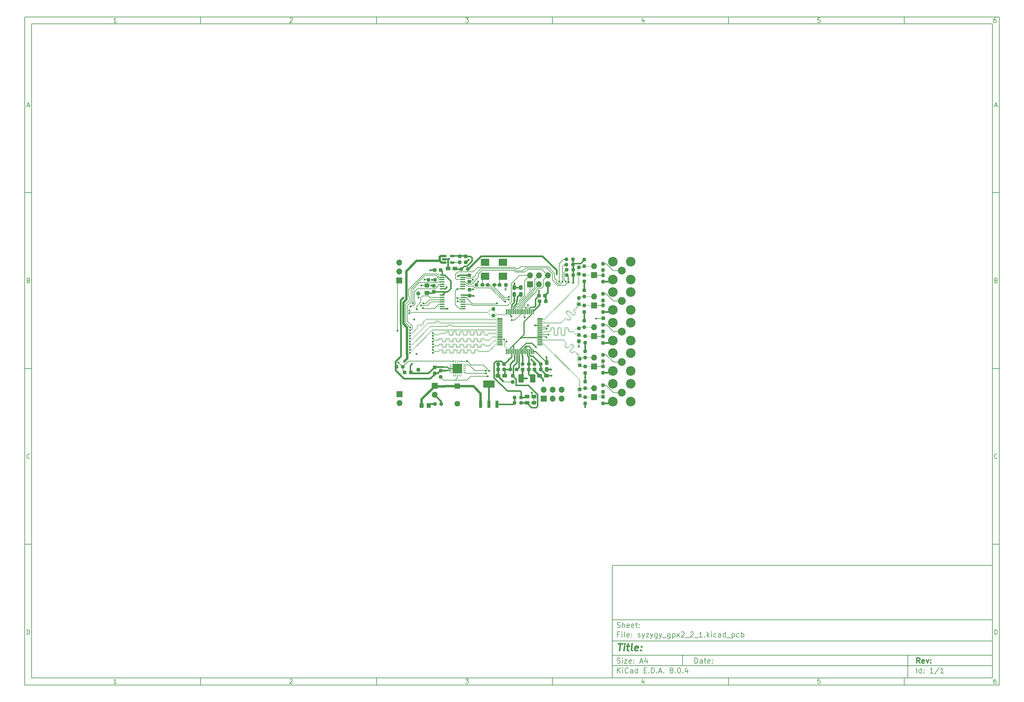
<source format=gbr>
%TF.GenerationSoftware,KiCad,Pcbnew,8.0.4*%
%TF.CreationDate,2025-07-14T14:52:45+02:00*%
%TF.ProjectId,syzygy_gpx2_2_1,73797a79-6779-45f6-9770-78325f325f31,rev?*%
%TF.SameCoordinates,Original*%
%TF.FileFunction,Copper,L1,Top*%
%TF.FilePolarity,Positive*%
%FSLAX46Y46*%
G04 Gerber Fmt 4.6, Leading zero omitted, Abs format (unit mm)*
G04 Created by KiCad (PCBNEW 8.0.4) date 2025-07-14 14:52:45*
%MOMM*%
%LPD*%
G01*
G04 APERTURE LIST*
G04 Aperture macros list*
%AMRoundRect*
0 Rectangle with rounded corners*
0 $1 Rounding radius*
0 $2 $3 $4 $5 $6 $7 $8 $9 X,Y pos of 4 corners*
0 Add a 4 corners polygon primitive as box body*
4,1,4,$2,$3,$4,$5,$6,$7,$8,$9,$2,$3,0*
0 Add four circle primitives for the rounded corners*
1,1,$1+$1,$2,$3*
1,1,$1+$1,$4,$5*
1,1,$1+$1,$6,$7*
1,1,$1+$1,$8,$9*
0 Add four rect primitives between the rounded corners*
20,1,$1+$1,$2,$3,$4,$5,0*
20,1,$1+$1,$4,$5,$6,$7,0*
20,1,$1+$1,$6,$7,$8,$9,0*
20,1,$1+$1,$8,$9,$2,$3,0*%
G04 Aperture macros list end*
%ADD10C,0.100000*%
%ADD11C,0.150000*%
%ADD12C,0.300000*%
%ADD13C,0.400000*%
%TA.AperFunction,SMDPad,CuDef*%
%ADD14R,1.000000X1.000000*%
%TD*%
%TA.AperFunction,ComponentPad*%
%ADD15R,1.700000X1.700000*%
%TD*%
%TA.AperFunction,ComponentPad*%
%ADD16O,1.700000X1.700000*%
%TD*%
%TA.AperFunction,ComponentPad*%
%ADD17C,2.240000*%
%TD*%
%TA.AperFunction,ComponentPad*%
%ADD18C,2.740000*%
%TD*%
%TA.AperFunction,SMDPad,CuDef*%
%ADD19RoundRect,0.237500X0.237500X-0.250000X0.237500X0.250000X-0.237500X0.250000X-0.237500X-0.250000X0*%
%TD*%
%TA.AperFunction,SMDPad,CuDef*%
%ADD20RoundRect,0.237500X-0.250000X-0.237500X0.250000X-0.237500X0.250000X0.237500X-0.250000X0.237500X0*%
%TD*%
%TA.AperFunction,SMDPad,CuDef*%
%ADD21RoundRect,0.237500X-0.237500X0.250000X-0.237500X-0.250000X0.237500X-0.250000X0.237500X0.250000X0*%
%TD*%
%TA.AperFunction,SMDPad,CuDef*%
%ADD22RoundRect,0.237500X0.300000X0.237500X-0.300000X0.237500X-0.300000X-0.237500X0.300000X-0.237500X0*%
%TD*%
%TA.AperFunction,SMDPad,CuDef*%
%ADD23RoundRect,0.237500X-0.300000X-0.237500X0.300000X-0.237500X0.300000X0.237500X-0.300000X0.237500X0*%
%TD*%
%TA.AperFunction,SMDPad,CuDef*%
%ADD24R,0.950000X2.150000*%
%TD*%
%TA.AperFunction,SMDPad,CuDef*%
%ADD25R,3.250000X2.150000*%
%TD*%
%TA.AperFunction,SMDPad,CuDef*%
%ADD26RoundRect,0.237500X0.237500X-0.300000X0.237500X0.300000X-0.237500X0.300000X-0.237500X-0.300000X0*%
%TD*%
%TA.AperFunction,SMDPad,CuDef*%
%ADD27RoundRect,0.237500X-0.237500X0.300000X-0.237500X-0.300000X0.237500X-0.300000X0.237500X0.300000X0*%
%TD*%
%TA.AperFunction,SMDPad,CuDef*%
%ADD28RoundRect,0.250000X0.400000X0.275000X-0.400000X0.275000X-0.400000X-0.275000X0.400000X-0.275000X0*%
%TD*%
%TA.AperFunction,ComponentPad*%
%ADD29R,1.600000X1.600000*%
%TD*%
%TA.AperFunction,ComponentPad*%
%ADD30C,1.600000*%
%TD*%
%TA.AperFunction,SMDPad,CuDef*%
%ADD31O,0.250000X0.800000*%
%TD*%
%TA.AperFunction,SMDPad,CuDef*%
%ADD32O,0.800000X0.250000*%
%TD*%
%TA.AperFunction,SMDPad,CuDef*%
%ADD33R,2.700000X2.700000*%
%TD*%
%TA.AperFunction,SMDPad,CuDef*%
%ADD34RoundRect,0.250001X0.499999X0.924999X-0.499999X0.924999X-0.499999X-0.924999X0.499999X-0.924999X0*%
%TD*%
%TA.AperFunction,SMDPad,CuDef*%
%ADD35RoundRect,0.250000X0.275000X-0.400000X0.275000X0.400000X-0.275000X0.400000X-0.275000X-0.400000X0*%
%TD*%
%TA.AperFunction,SMDPad,CuDef*%
%ADD36RoundRect,0.250000X-0.450000X0.325000X-0.450000X-0.325000X0.450000X-0.325000X0.450000X0.325000X0*%
%TD*%
%TA.AperFunction,SMDPad,CuDef*%
%ADD37RoundRect,0.035000X-0.700000X-0.105000X0.700000X-0.105000X0.700000X0.105000X-0.700000X0.105000X0*%
%TD*%
%TA.AperFunction,SMDPad,CuDef*%
%ADD38RoundRect,0.035000X-0.105000X-0.700000X0.105000X-0.700000X0.105000X0.700000X-0.105000X0.700000X0*%
%TD*%
%TA.AperFunction,SMDPad,CuDef*%
%ADD39RoundRect,0.250000X-0.400000X-0.275000X0.400000X-0.275000X0.400000X0.275000X-0.400000X0.275000X0*%
%TD*%
%TA.AperFunction,SMDPad,CuDef*%
%ADD40RoundRect,0.100000X-1.100000X-0.900000X1.100000X-0.900000X1.100000X0.900000X-1.100000X0.900000X0*%
%TD*%
%TA.AperFunction,SMDPad,CuDef*%
%ADD41RoundRect,0.101600X-1.098400X-0.898400X1.098400X-0.898400X1.098400X0.898400X-1.098400X0.898400X0*%
%TD*%
%TA.AperFunction,SMDPad,CuDef*%
%ADD42RoundRect,0.237500X0.250000X0.237500X-0.250000X0.237500X-0.250000X-0.237500X0.250000X-0.237500X0*%
%TD*%
%TA.AperFunction,SMDPad,CuDef*%
%ADD43RoundRect,0.250000X0.325000X0.450000X-0.325000X0.450000X-0.325000X-0.450000X0.325000X-0.450000X0*%
%TD*%
%TA.AperFunction,SMDPad,CuDef*%
%ADD44R,1.404099X0.354800*%
%TD*%
%TA.AperFunction,SMDPad,CuDef*%
%ADD45RoundRect,0.150000X-0.512500X-0.150000X0.512500X-0.150000X0.512500X0.150000X-0.512500X0.150000X0*%
%TD*%
%TA.AperFunction,SMDPad,CuDef*%
%ADD46RoundRect,0.250000X-0.275000X0.400000X-0.275000X-0.400000X0.275000X-0.400000X0.275000X0.400000X0*%
%TD*%
%TA.AperFunction,ComponentPad*%
%ADD47C,1.200000*%
%TD*%
%TA.AperFunction,ViaPad*%
%ADD48C,0.600000*%
%TD*%
%TA.AperFunction,Conductor*%
%ADD49C,0.200000*%
%TD*%
%TA.AperFunction,Conductor*%
%ADD50C,0.500000*%
%TD*%
%TA.AperFunction,Conductor*%
%ADD51C,0.120000*%
%TD*%
%TA.AperFunction,Conductor*%
%ADD52C,0.650000*%
%TD*%
%TA.AperFunction,Conductor*%
%ADD53C,0.400000*%
%TD*%
%TA.AperFunction,Conductor*%
%ADD54C,0.300000*%
%TD*%
G04 APERTURE END LIST*
D10*
D11*
X177002200Y-166007200D02*
X285002200Y-166007200D01*
X285002200Y-198007200D01*
X177002200Y-198007200D01*
X177002200Y-166007200D01*
D10*
D11*
X10000000Y-10000000D02*
X287002200Y-10000000D01*
X287002200Y-200007200D01*
X10000000Y-200007200D01*
X10000000Y-10000000D01*
D10*
D11*
X12000000Y-12000000D02*
X285002200Y-12000000D01*
X285002200Y-198007200D01*
X12000000Y-198007200D01*
X12000000Y-12000000D01*
D10*
D11*
X60000000Y-12000000D02*
X60000000Y-10000000D01*
D10*
D11*
X110000000Y-12000000D02*
X110000000Y-10000000D01*
D10*
D11*
X160000000Y-12000000D02*
X160000000Y-10000000D01*
D10*
D11*
X210000000Y-12000000D02*
X210000000Y-10000000D01*
D10*
D11*
X260000000Y-12000000D02*
X260000000Y-10000000D01*
D10*
D11*
X36089160Y-11593604D02*
X35346303Y-11593604D01*
X35717731Y-11593604D02*
X35717731Y-10293604D01*
X35717731Y-10293604D02*
X35593922Y-10479319D01*
X35593922Y-10479319D02*
X35470112Y-10603128D01*
X35470112Y-10603128D02*
X35346303Y-10665033D01*
D10*
D11*
X85346303Y-10417414D02*
X85408207Y-10355509D01*
X85408207Y-10355509D02*
X85532017Y-10293604D01*
X85532017Y-10293604D02*
X85841541Y-10293604D01*
X85841541Y-10293604D02*
X85965350Y-10355509D01*
X85965350Y-10355509D02*
X86027255Y-10417414D01*
X86027255Y-10417414D02*
X86089160Y-10541223D01*
X86089160Y-10541223D02*
X86089160Y-10665033D01*
X86089160Y-10665033D02*
X86027255Y-10850747D01*
X86027255Y-10850747D02*
X85284398Y-11593604D01*
X85284398Y-11593604D02*
X86089160Y-11593604D01*
D10*
D11*
X135284398Y-10293604D02*
X136089160Y-10293604D01*
X136089160Y-10293604D02*
X135655826Y-10788842D01*
X135655826Y-10788842D02*
X135841541Y-10788842D01*
X135841541Y-10788842D02*
X135965350Y-10850747D01*
X135965350Y-10850747D02*
X136027255Y-10912652D01*
X136027255Y-10912652D02*
X136089160Y-11036461D01*
X136089160Y-11036461D02*
X136089160Y-11345985D01*
X136089160Y-11345985D02*
X136027255Y-11469795D01*
X136027255Y-11469795D02*
X135965350Y-11531700D01*
X135965350Y-11531700D02*
X135841541Y-11593604D01*
X135841541Y-11593604D02*
X135470112Y-11593604D01*
X135470112Y-11593604D02*
X135346303Y-11531700D01*
X135346303Y-11531700D02*
X135284398Y-11469795D01*
D10*
D11*
X185965350Y-10726938D02*
X185965350Y-11593604D01*
X185655826Y-10231700D02*
X185346303Y-11160271D01*
X185346303Y-11160271D02*
X186151064Y-11160271D01*
D10*
D11*
X236027255Y-10293604D02*
X235408207Y-10293604D01*
X235408207Y-10293604D02*
X235346303Y-10912652D01*
X235346303Y-10912652D02*
X235408207Y-10850747D01*
X235408207Y-10850747D02*
X235532017Y-10788842D01*
X235532017Y-10788842D02*
X235841541Y-10788842D01*
X235841541Y-10788842D02*
X235965350Y-10850747D01*
X235965350Y-10850747D02*
X236027255Y-10912652D01*
X236027255Y-10912652D02*
X236089160Y-11036461D01*
X236089160Y-11036461D02*
X236089160Y-11345985D01*
X236089160Y-11345985D02*
X236027255Y-11469795D01*
X236027255Y-11469795D02*
X235965350Y-11531700D01*
X235965350Y-11531700D02*
X235841541Y-11593604D01*
X235841541Y-11593604D02*
X235532017Y-11593604D01*
X235532017Y-11593604D02*
X235408207Y-11531700D01*
X235408207Y-11531700D02*
X235346303Y-11469795D01*
D10*
D11*
X285965350Y-10293604D02*
X285717731Y-10293604D01*
X285717731Y-10293604D02*
X285593922Y-10355509D01*
X285593922Y-10355509D02*
X285532017Y-10417414D01*
X285532017Y-10417414D02*
X285408207Y-10603128D01*
X285408207Y-10603128D02*
X285346303Y-10850747D01*
X285346303Y-10850747D02*
X285346303Y-11345985D01*
X285346303Y-11345985D02*
X285408207Y-11469795D01*
X285408207Y-11469795D02*
X285470112Y-11531700D01*
X285470112Y-11531700D02*
X285593922Y-11593604D01*
X285593922Y-11593604D02*
X285841541Y-11593604D01*
X285841541Y-11593604D02*
X285965350Y-11531700D01*
X285965350Y-11531700D02*
X286027255Y-11469795D01*
X286027255Y-11469795D02*
X286089160Y-11345985D01*
X286089160Y-11345985D02*
X286089160Y-11036461D01*
X286089160Y-11036461D02*
X286027255Y-10912652D01*
X286027255Y-10912652D02*
X285965350Y-10850747D01*
X285965350Y-10850747D02*
X285841541Y-10788842D01*
X285841541Y-10788842D02*
X285593922Y-10788842D01*
X285593922Y-10788842D02*
X285470112Y-10850747D01*
X285470112Y-10850747D02*
X285408207Y-10912652D01*
X285408207Y-10912652D02*
X285346303Y-11036461D01*
D10*
D11*
X60000000Y-198007200D02*
X60000000Y-200007200D01*
D10*
D11*
X110000000Y-198007200D02*
X110000000Y-200007200D01*
D10*
D11*
X160000000Y-198007200D02*
X160000000Y-200007200D01*
D10*
D11*
X210000000Y-198007200D02*
X210000000Y-200007200D01*
D10*
D11*
X260000000Y-198007200D02*
X260000000Y-200007200D01*
D10*
D11*
X36089160Y-199600804D02*
X35346303Y-199600804D01*
X35717731Y-199600804D02*
X35717731Y-198300804D01*
X35717731Y-198300804D02*
X35593922Y-198486519D01*
X35593922Y-198486519D02*
X35470112Y-198610328D01*
X35470112Y-198610328D02*
X35346303Y-198672233D01*
D10*
D11*
X85346303Y-198424614D02*
X85408207Y-198362709D01*
X85408207Y-198362709D02*
X85532017Y-198300804D01*
X85532017Y-198300804D02*
X85841541Y-198300804D01*
X85841541Y-198300804D02*
X85965350Y-198362709D01*
X85965350Y-198362709D02*
X86027255Y-198424614D01*
X86027255Y-198424614D02*
X86089160Y-198548423D01*
X86089160Y-198548423D02*
X86089160Y-198672233D01*
X86089160Y-198672233D02*
X86027255Y-198857947D01*
X86027255Y-198857947D02*
X85284398Y-199600804D01*
X85284398Y-199600804D02*
X86089160Y-199600804D01*
D10*
D11*
X135284398Y-198300804D02*
X136089160Y-198300804D01*
X136089160Y-198300804D02*
X135655826Y-198796042D01*
X135655826Y-198796042D02*
X135841541Y-198796042D01*
X135841541Y-198796042D02*
X135965350Y-198857947D01*
X135965350Y-198857947D02*
X136027255Y-198919852D01*
X136027255Y-198919852D02*
X136089160Y-199043661D01*
X136089160Y-199043661D02*
X136089160Y-199353185D01*
X136089160Y-199353185D02*
X136027255Y-199476995D01*
X136027255Y-199476995D02*
X135965350Y-199538900D01*
X135965350Y-199538900D02*
X135841541Y-199600804D01*
X135841541Y-199600804D02*
X135470112Y-199600804D01*
X135470112Y-199600804D02*
X135346303Y-199538900D01*
X135346303Y-199538900D02*
X135284398Y-199476995D01*
D10*
D11*
X185965350Y-198734138D02*
X185965350Y-199600804D01*
X185655826Y-198238900D02*
X185346303Y-199167471D01*
X185346303Y-199167471D02*
X186151064Y-199167471D01*
D10*
D11*
X236027255Y-198300804D02*
X235408207Y-198300804D01*
X235408207Y-198300804D02*
X235346303Y-198919852D01*
X235346303Y-198919852D02*
X235408207Y-198857947D01*
X235408207Y-198857947D02*
X235532017Y-198796042D01*
X235532017Y-198796042D02*
X235841541Y-198796042D01*
X235841541Y-198796042D02*
X235965350Y-198857947D01*
X235965350Y-198857947D02*
X236027255Y-198919852D01*
X236027255Y-198919852D02*
X236089160Y-199043661D01*
X236089160Y-199043661D02*
X236089160Y-199353185D01*
X236089160Y-199353185D02*
X236027255Y-199476995D01*
X236027255Y-199476995D02*
X235965350Y-199538900D01*
X235965350Y-199538900D02*
X235841541Y-199600804D01*
X235841541Y-199600804D02*
X235532017Y-199600804D01*
X235532017Y-199600804D02*
X235408207Y-199538900D01*
X235408207Y-199538900D02*
X235346303Y-199476995D01*
D10*
D11*
X285965350Y-198300804D02*
X285717731Y-198300804D01*
X285717731Y-198300804D02*
X285593922Y-198362709D01*
X285593922Y-198362709D02*
X285532017Y-198424614D01*
X285532017Y-198424614D02*
X285408207Y-198610328D01*
X285408207Y-198610328D02*
X285346303Y-198857947D01*
X285346303Y-198857947D02*
X285346303Y-199353185D01*
X285346303Y-199353185D02*
X285408207Y-199476995D01*
X285408207Y-199476995D02*
X285470112Y-199538900D01*
X285470112Y-199538900D02*
X285593922Y-199600804D01*
X285593922Y-199600804D02*
X285841541Y-199600804D01*
X285841541Y-199600804D02*
X285965350Y-199538900D01*
X285965350Y-199538900D02*
X286027255Y-199476995D01*
X286027255Y-199476995D02*
X286089160Y-199353185D01*
X286089160Y-199353185D02*
X286089160Y-199043661D01*
X286089160Y-199043661D02*
X286027255Y-198919852D01*
X286027255Y-198919852D02*
X285965350Y-198857947D01*
X285965350Y-198857947D02*
X285841541Y-198796042D01*
X285841541Y-198796042D02*
X285593922Y-198796042D01*
X285593922Y-198796042D02*
X285470112Y-198857947D01*
X285470112Y-198857947D02*
X285408207Y-198919852D01*
X285408207Y-198919852D02*
X285346303Y-199043661D01*
D10*
D11*
X10000000Y-60000000D02*
X12000000Y-60000000D01*
D10*
D11*
X10000000Y-110000000D02*
X12000000Y-110000000D01*
D10*
D11*
X10000000Y-160000000D02*
X12000000Y-160000000D01*
D10*
D11*
X10690476Y-35222176D02*
X11309523Y-35222176D01*
X10566666Y-35593604D02*
X10999999Y-34293604D01*
X10999999Y-34293604D02*
X11433333Y-35593604D01*
D10*
D11*
X11092857Y-84912652D02*
X11278571Y-84974557D01*
X11278571Y-84974557D02*
X11340476Y-85036461D01*
X11340476Y-85036461D02*
X11402380Y-85160271D01*
X11402380Y-85160271D02*
X11402380Y-85345985D01*
X11402380Y-85345985D02*
X11340476Y-85469795D01*
X11340476Y-85469795D02*
X11278571Y-85531700D01*
X11278571Y-85531700D02*
X11154761Y-85593604D01*
X11154761Y-85593604D02*
X10659523Y-85593604D01*
X10659523Y-85593604D02*
X10659523Y-84293604D01*
X10659523Y-84293604D02*
X11092857Y-84293604D01*
X11092857Y-84293604D02*
X11216666Y-84355509D01*
X11216666Y-84355509D02*
X11278571Y-84417414D01*
X11278571Y-84417414D02*
X11340476Y-84541223D01*
X11340476Y-84541223D02*
X11340476Y-84665033D01*
X11340476Y-84665033D02*
X11278571Y-84788842D01*
X11278571Y-84788842D02*
X11216666Y-84850747D01*
X11216666Y-84850747D02*
X11092857Y-84912652D01*
X11092857Y-84912652D02*
X10659523Y-84912652D01*
D10*
D11*
X11402380Y-135469795D02*
X11340476Y-135531700D01*
X11340476Y-135531700D02*
X11154761Y-135593604D01*
X11154761Y-135593604D02*
X11030952Y-135593604D01*
X11030952Y-135593604D02*
X10845238Y-135531700D01*
X10845238Y-135531700D02*
X10721428Y-135407890D01*
X10721428Y-135407890D02*
X10659523Y-135284080D01*
X10659523Y-135284080D02*
X10597619Y-135036461D01*
X10597619Y-135036461D02*
X10597619Y-134850747D01*
X10597619Y-134850747D02*
X10659523Y-134603128D01*
X10659523Y-134603128D02*
X10721428Y-134479319D01*
X10721428Y-134479319D02*
X10845238Y-134355509D01*
X10845238Y-134355509D02*
X11030952Y-134293604D01*
X11030952Y-134293604D02*
X11154761Y-134293604D01*
X11154761Y-134293604D02*
X11340476Y-134355509D01*
X11340476Y-134355509D02*
X11402380Y-134417414D01*
D10*
D11*
X10659523Y-185593604D02*
X10659523Y-184293604D01*
X10659523Y-184293604D02*
X10969047Y-184293604D01*
X10969047Y-184293604D02*
X11154761Y-184355509D01*
X11154761Y-184355509D02*
X11278571Y-184479319D01*
X11278571Y-184479319D02*
X11340476Y-184603128D01*
X11340476Y-184603128D02*
X11402380Y-184850747D01*
X11402380Y-184850747D02*
X11402380Y-185036461D01*
X11402380Y-185036461D02*
X11340476Y-185284080D01*
X11340476Y-185284080D02*
X11278571Y-185407890D01*
X11278571Y-185407890D02*
X11154761Y-185531700D01*
X11154761Y-185531700D02*
X10969047Y-185593604D01*
X10969047Y-185593604D02*
X10659523Y-185593604D01*
D10*
D11*
X287002200Y-60000000D02*
X285002200Y-60000000D01*
D10*
D11*
X287002200Y-110000000D02*
X285002200Y-110000000D01*
D10*
D11*
X287002200Y-160000000D02*
X285002200Y-160000000D01*
D10*
D11*
X285692676Y-35222176D02*
X286311723Y-35222176D01*
X285568866Y-35593604D02*
X286002199Y-34293604D01*
X286002199Y-34293604D02*
X286435533Y-35593604D01*
D10*
D11*
X286095057Y-84912652D02*
X286280771Y-84974557D01*
X286280771Y-84974557D02*
X286342676Y-85036461D01*
X286342676Y-85036461D02*
X286404580Y-85160271D01*
X286404580Y-85160271D02*
X286404580Y-85345985D01*
X286404580Y-85345985D02*
X286342676Y-85469795D01*
X286342676Y-85469795D02*
X286280771Y-85531700D01*
X286280771Y-85531700D02*
X286156961Y-85593604D01*
X286156961Y-85593604D02*
X285661723Y-85593604D01*
X285661723Y-85593604D02*
X285661723Y-84293604D01*
X285661723Y-84293604D02*
X286095057Y-84293604D01*
X286095057Y-84293604D02*
X286218866Y-84355509D01*
X286218866Y-84355509D02*
X286280771Y-84417414D01*
X286280771Y-84417414D02*
X286342676Y-84541223D01*
X286342676Y-84541223D02*
X286342676Y-84665033D01*
X286342676Y-84665033D02*
X286280771Y-84788842D01*
X286280771Y-84788842D02*
X286218866Y-84850747D01*
X286218866Y-84850747D02*
X286095057Y-84912652D01*
X286095057Y-84912652D02*
X285661723Y-84912652D01*
D10*
D11*
X286404580Y-135469795D02*
X286342676Y-135531700D01*
X286342676Y-135531700D02*
X286156961Y-135593604D01*
X286156961Y-135593604D02*
X286033152Y-135593604D01*
X286033152Y-135593604D02*
X285847438Y-135531700D01*
X285847438Y-135531700D02*
X285723628Y-135407890D01*
X285723628Y-135407890D02*
X285661723Y-135284080D01*
X285661723Y-135284080D02*
X285599819Y-135036461D01*
X285599819Y-135036461D02*
X285599819Y-134850747D01*
X285599819Y-134850747D02*
X285661723Y-134603128D01*
X285661723Y-134603128D02*
X285723628Y-134479319D01*
X285723628Y-134479319D02*
X285847438Y-134355509D01*
X285847438Y-134355509D02*
X286033152Y-134293604D01*
X286033152Y-134293604D02*
X286156961Y-134293604D01*
X286156961Y-134293604D02*
X286342676Y-134355509D01*
X286342676Y-134355509D02*
X286404580Y-134417414D01*
D10*
D11*
X285661723Y-185593604D02*
X285661723Y-184293604D01*
X285661723Y-184293604D02*
X285971247Y-184293604D01*
X285971247Y-184293604D02*
X286156961Y-184355509D01*
X286156961Y-184355509D02*
X286280771Y-184479319D01*
X286280771Y-184479319D02*
X286342676Y-184603128D01*
X286342676Y-184603128D02*
X286404580Y-184850747D01*
X286404580Y-184850747D02*
X286404580Y-185036461D01*
X286404580Y-185036461D02*
X286342676Y-185284080D01*
X286342676Y-185284080D02*
X286280771Y-185407890D01*
X286280771Y-185407890D02*
X286156961Y-185531700D01*
X286156961Y-185531700D02*
X285971247Y-185593604D01*
X285971247Y-185593604D02*
X285661723Y-185593604D01*
D10*
D11*
X200458026Y-193793328D02*
X200458026Y-192293328D01*
X200458026Y-192293328D02*
X200815169Y-192293328D01*
X200815169Y-192293328D02*
X201029455Y-192364757D01*
X201029455Y-192364757D02*
X201172312Y-192507614D01*
X201172312Y-192507614D02*
X201243741Y-192650471D01*
X201243741Y-192650471D02*
X201315169Y-192936185D01*
X201315169Y-192936185D02*
X201315169Y-193150471D01*
X201315169Y-193150471D02*
X201243741Y-193436185D01*
X201243741Y-193436185D02*
X201172312Y-193579042D01*
X201172312Y-193579042D02*
X201029455Y-193721900D01*
X201029455Y-193721900D02*
X200815169Y-193793328D01*
X200815169Y-193793328D02*
X200458026Y-193793328D01*
X202600884Y-193793328D02*
X202600884Y-193007614D01*
X202600884Y-193007614D02*
X202529455Y-192864757D01*
X202529455Y-192864757D02*
X202386598Y-192793328D01*
X202386598Y-192793328D02*
X202100884Y-192793328D01*
X202100884Y-192793328D02*
X201958026Y-192864757D01*
X202600884Y-193721900D02*
X202458026Y-193793328D01*
X202458026Y-193793328D02*
X202100884Y-193793328D01*
X202100884Y-193793328D02*
X201958026Y-193721900D01*
X201958026Y-193721900D02*
X201886598Y-193579042D01*
X201886598Y-193579042D02*
X201886598Y-193436185D01*
X201886598Y-193436185D02*
X201958026Y-193293328D01*
X201958026Y-193293328D02*
X202100884Y-193221900D01*
X202100884Y-193221900D02*
X202458026Y-193221900D01*
X202458026Y-193221900D02*
X202600884Y-193150471D01*
X203100884Y-192793328D02*
X203672312Y-192793328D01*
X203315169Y-192293328D02*
X203315169Y-193579042D01*
X203315169Y-193579042D02*
X203386598Y-193721900D01*
X203386598Y-193721900D02*
X203529455Y-193793328D01*
X203529455Y-193793328D02*
X203672312Y-193793328D01*
X204743741Y-193721900D02*
X204600884Y-193793328D01*
X204600884Y-193793328D02*
X204315170Y-193793328D01*
X204315170Y-193793328D02*
X204172312Y-193721900D01*
X204172312Y-193721900D02*
X204100884Y-193579042D01*
X204100884Y-193579042D02*
X204100884Y-193007614D01*
X204100884Y-193007614D02*
X204172312Y-192864757D01*
X204172312Y-192864757D02*
X204315170Y-192793328D01*
X204315170Y-192793328D02*
X204600884Y-192793328D01*
X204600884Y-192793328D02*
X204743741Y-192864757D01*
X204743741Y-192864757D02*
X204815170Y-193007614D01*
X204815170Y-193007614D02*
X204815170Y-193150471D01*
X204815170Y-193150471D02*
X204100884Y-193293328D01*
X205458026Y-193650471D02*
X205529455Y-193721900D01*
X205529455Y-193721900D02*
X205458026Y-193793328D01*
X205458026Y-193793328D02*
X205386598Y-193721900D01*
X205386598Y-193721900D02*
X205458026Y-193650471D01*
X205458026Y-193650471D02*
X205458026Y-193793328D01*
X205458026Y-192864757D02*
X205529455Y-192936185D01*
X205529455Y-192936185D02*
X205458026Y-193007614D01*
X205458026Y-193007614D02*
X205386598Y-192936185D01*
X205386598Y-192936185D02*
X205458026Y-192864757D01*
X205458026Y-192864757D02*
X205458026Y-193007614D01*
D10*
D11*
X177002200Y-194507200D02*
X285002200Y-194507200D01*
D10*
D11*
X178458026Y-196593328D02*
X178458026Y-195093328D01*
X179315169Y-196593328D02*
X178672312Y-195736185D01*
X179315169Y-195093328D02*
X178458026Y-195950471D01*
X179958026Y-196593328D02*
X179958026Y-195593328D01*
X179958026Y-195093328D02*
X179886598Y-195164757D01*
X179886598Y-195164757D02*
X179958026Y-195236185D01*
X179958026Y-195236185D02*
X180029455Y-195164757D01*
X180029455Y-195164757D02*
X179958026Y-195093328D01*
X179958026Y-195093328D02*
X179958026Y-195236185D01*
X181529455Y-196450471D02*
X181458027Y-196521900D01*
X181458027Y-196521900D02*
X181243741Y-196593328D01*
X181243741Y-196593328D02*
X181100884Y-196593328D01*
X181100884Y-196593328D02*
X180886598Y-196521900D01*
X180886598Y-196521900D02*
X180743741Y-196379042D01*
X180743741Y-196379042D02*
X180672312Y-196236185D01*
X180672312Y-196236185D02*
X180600884Y-195950471D01*
X180600884Y-195950471D02*
X180600884Y-195736185D01*
X180600884Y-195736185D02*
X180672312Y-195450471D01*
X180672312Y-195450471D02*
X180743741Y-195307614D01*
X180743741Y-195307614D02*
X180886598Y-195164757D01*
X180886598Y-195164757D02*
X181100884Y-195093328D01*
X181100884Y-195093328D02*
X181243741Y-195093328D01*
X181243741Y-195093328D02*
X181458027Y-195164757D01*
X181458027Y-195164757D02*
X181529455Y-195236185D01*
X182815170Y-196593328D02*
X182815170Y-195807614D01*
X182815170Y-195807614D02*
X182743741Y-195664757D01*
X182743741Y-195664757D02*
X182600884Y-195593328D01*
X182600884Y-195593328D02*
X182315170Y-195593328D01*
X182315170Y-195593328D02*
X182172312Y-195664757D01*
X182815170Y-196521900D02*
X182672312Y-196593328D01*
X182672312Y-196593328D02*
X182315170Y-196593328D01*
X182315170Y-196593328D02*
X182172312Y-196521900D01*
X182172312Y-196521900D02*
X182100884Y-196379042D01*
X182100884Y-196379042D02*
X182100884Y-196236185D01*
X182100884Y-196236185D02*
X182172312Y-196093328D01*
X182172312Y-196093328D02*
X182315170Y-196021900D01*
X182315170Y-196021900D02*
X182672312Y-196021900D01*
X182672312Y-196021900D02*
X182815170Y-195950471D01*
X184172313Y-196593328D02*
X184172313Y-195093328D01*
X184172313Y-196521900D02*
X184029455Y-196593328D01*
X184029455Y-196593328D02*
X183743741Y-196593328D01*
X183743741Y-196593328D02*
X183600884Y-196521900D01*
X183600884Y-196521900D02*
X183529455Y-196450471D01*
X183529455Y-196450471D02*
X183458027Y-196307614D01*
X183458027Y-196307614D02*
X183458027Y-195879042D01*
X183458027Y-195879042D02*
X183529455Y-195736185D01*
X183529455Y-195736185D02*
X183600884Y-195664757D01*
X183600884Y-195664757D02*
X183743741Y-195593328D01*
X183743741Y-195593328D02*
X184029455Y-195593328D01*
X184029455Y-195593328D02*
X184172313Y-195664757D01*
X186029455Y-195807614D02*
X186529455Y-195807614D01*
X186743741Y-196593328D02*
X186029455Y-196593328D01*
X186029455Y-196593328D02*
X186029455Y-195093328D01*
X186029455Y-195093328D02*
X186743741Y-195093328D01*
X187386598Y-196450471D02*
X187458027Y-196521900D01*
X187458027Y-196521900D02*
X187386598Y-196593328D01*
X187386598Y-196593328D02*
X187315170Y-196521900D01*
X187315170Y-196521900D02*
X187386598Y-196450471D01*
X187386598Y-196450471D02*
X187386598Y-196593328D01*
X188100884Y-196593328D02*
X188100884Y-195093328D01*
X188100884Y-195093328D02*
X188458027Y-195093328D01*
X188458027Y-195093328D02*
X188672313Y-195164757D01*
X188672313Y-195164757D02*
X188815170Y-195307614D01*
X188815170Y-195307614D02*
X188886599Y-195450471D01*
X188886599Y-195450471D02*
X188958027Y-195736185D01*
X188958027Y-195736185D02*
X188958027Y-195950471D01*
X188958027Y-195950471D02*
X188886599Y-196236185D01*
X188886599Y-196236185D02*
X188815170Y-196379042D01*
X188815170Y-196379042D02*
X188672313Y-196521900D01*
X188672313Y-196521900D02*
X188458027Y-196593328D01*
X188458027Y-196593328D02*
X188100884Y-196593328D01*
X189600884Y-196450471D02*
X189672313Y-196521900D01*
X189672313Y-196521900D02*
X189600884Y-196593328D01*
X189600884Y-196593328D02*
X189529456Y-196521900D01*
X189529456Y-196521900D02*
X189600884Y-196450471D01*
X189600884Y-196450471D02*
X189600884Y-196593328D01*
X190243742Y-196164757D02*
X190958028Y-196164757D01*
X190100885Y-196593328D02*
X190600885Y-195093328D01*
X190600885Y-195093328D02*
X191100885Y-196593328D01*
X191600884Y-196450471D02*
X191672313Y-196521900D01*
X191672313Y-196521900D02*
X191600884Y-196593328D01*
X191600884Y-196593328D02*
X191529456Y-196521900D01*
X191529456Y-196521900D02*
X191600884Y-196450471D01*
X191600884Y-196450471D02*
X191600884Y-196593328D01*
X193672313Y-195736185D02*
X193529456Y-195664757D01*
X193529456Y-195664757D02*
X193458027Y-195593328D01*
X193458027Y-195593328D02*
X193386599Y-195450471D01*
X193386599Y-195450471D02*
X193386599Y-195379042D01*
X193386599Y-195379042D02*
X193458027Y-195236185D01*
X193458027Y-195236185D02*
X193529456Y-195164757D01*
X193529456Y-195164757D02*
X193672313Y-195093328D01*
X193672313Y-195093328D02*
X193958027Y-195093328D01*
X193958027Y-195093328D02*
X194100885Y-195164757D01*
X194100885Y-195164757D02*
X194172313Y-195236185D01*
X194172313Y-195236185D02*
X194243742Y-195379042D01*
X194243742Y-195379042D02*
X194243742Y-195450471D01*
X194243742Y-195450471D02*
X194172313Y-195593328D01*
X194172313Y-195593328D02*
X194100885Y-195664757D01*
X194100885Y-195664757D02*
X193958027Y-195736185D01*
X193958027Y-195736185D02*
X193672313Y-195736185D01*
X193672313Y-195736185D02*
X193529456Y-195807614D01*
X193529456Y-195807614D02*
X193458027Y-195879042D01*
X193458027Y-195879042D02*
X193386599Y-196021900D01*
X193386599Y-196021900D02*
X193386599Y-196307614D01*
X193386599Y-196307614D02*
X193458027Y-196450471D01*
X193458027Y-196450471D02*
X193529456Y-196521900D01*
X193529456Y-196521900D02*
X193672313Y-196593328D01*
X193672313Y-196593328D02*
X193958027Y-196593328D01*
X193958027Y-196593328D02*
X194100885Y-196521900D01*
X194100885Y-196521900D02*
X194172313Y-196450471D01*
X194172313Y-196450471D02*
X194243742Y-196307614D01*
X194243742Y-196307614D02*
X194243742Y-196021900D01*
X194243742Y-196021900D02*
X194172313Y-195879042D01*
X194172313Y-195879042D02*
X194100885Y-195807614D01*
X194100885Y-195807614D02*
X193958027Y-195736185D01*
X194886598Y-196450471D02*
X194958027Y-196521900D01*
X194958027Y-196521900D02*
X194886598Y-196593328D01*
X194886598Y-196593328D02*
X194815170Y-196521900D01*
X194815170Y-196521900D02*
X194886598Y-196450471D01*
X194886598Y-196450471D02*
X194886598Y-196593328D01*
X195886599Y-195093328D02*
X196029456Y-195093328D01*
X196029456Y-195093328D02*
X196172313Y-195164757D01*
X196172313Y-195164757D02*
X196243742Y-195236185D01*
X196243742Y-195236185D02*
X196315170Y-195379042D01*
X196315170Y-195379042D02*
X196386599Y-195664757D01*
X196386599Y-195664757D02*
X196386599Y-196021900D01*
X196386599Y-196021900D02*
X196315170Y-196307614D01*
X196315170Y-196307614D02*
X196243742Y-196450471D01*
X196243742Y-196450471D02*
X196172313Y-196521900D01*
X196172313Y-196521900D02*
X196029456Y-196593328D01*
X196029456Y-196593328D02*
X195886599Y-196593328D01*
X195886599Y-196593328D02*
X195743742Y-196521900D01*
X195743742Y-196521900D02*
X195672313Y-196450471D01*
X195672313Y-196450471D02*
X195600884Y-196307614D01*
X195600884Y-196307614D02*
X195529456Y-196021900D01*
X195529456Y-196021900D02*
X195529456Y-195664757D01*
X195529456Y-195664757D02*
X195600884Y-195379042D01*
X195600884Y-195379042D02*
X195672313Y-195236185D01*
X195672313Y-195236185D02*
X195743742Y-195164757D01*
X195743742Y-195164757D02*
X195886599Y-195093328D01*
X197029455Y-196450471D02*
X197100884Y-196521900D01*
X197100884Y-196521900D02*
X197029455Y-196593328D01*
X197029455Y-196593328D02*
X196958027Y-196521900D01*
X196958027Y-196521900D02*
X197029455Y-196450471D01*
X197029455Y-196450471D02*
X197029455Y-196593328D01*
X198386599Y-195593328D02*
X198386599Y-196593328D01*
X198029456Y-195021900D02*
X197672313Y-196093328D01*
X197672313Y-196093328D02*
X198600884Y-196093328D01*
D10*
D11*
X177002200Y-191507200D02*
X285002200Y-191507200D01*
D10*
D12*
X264413853Y-193785528D02*
X263913853Y-193071242D01*
X263556710Y-193785528D02*
X263556710Y-192285528D01*
X263556710Y-192285528D02*
X264128139Y-192285528D01*
X264128139Y-192285528D02*
X264270996Y-192356957D01*
X264270996Y-192356957D02*
X264342425Y-192428385D01*
X264342425Y-192428385D02*
X264413853Y-192571242D01*
X264413853Y-192571242D02*
X264413853Y-192785528D01*
X264413853Y-192785528D02*
X264342425Y-192928385D01*
X264342425Y-192928385D02*
X264270996Y-192999814D01*
X264270996Y-192999814D02*
X264128139Y-193071242D01*
X264128139Y-193071242D02*
X263556710Y-193071242D01*
X265628139Y-193714100D02*
X265485282Y-193785528D01*
X265485282Y-193785528D02*
X265199568Y-193785528D01*
X265199568Y-193785528D02*
X265056710Y-193714100D01*
X265056710Y-193714100D02*
X264985282Y-193571242D01*
X264985282Y-193571242D02*
X264985282Y-192999814D01*
X264985282Y-192999814D02*
X265056710Y-192856957D01*
X265056710Y-192856957D02*
X265199568Y-192785528D01*
X265199568Y-192785528D02*
X265485282Y-192785528D01*
X265485282Y-192785528D02*
X265628139Y-192856957D01*
X265628139Y-192856957D02*
X265699568Y-192999814D01*
X265699568Y-192999814D02*
X265699568Y-193142671D01*
X265699568Y-193142671D02*
X264985282Y-193285528D01*
X266199567Y-192785528D02*
X266556710Y-193785528D01*
X266556710Y-193785528D02*
X266913853Y-192785528D01*
X267485281Y-193642671D02*
X267556710Y-193714100D01*
X267556710Y-193714100D02*
X267485281Y-193785528D01*
X267485281Y-193785528D02*
X267413853Y-193714100D01*
X267413853Y-193714100D02*
X267485281Y-193642671D01*
X267485281Y-193642671D02*
X267485281Y-193785528D01*
X267485281Y-192856957D02*
X267556710Y-192928385D01*
X267556710Y-192928385D02*
X267485281Y-192999814D01*
X267485281Y-192999814D02*
X267413853Y-192928385D01*
X267413853Y-192928385D02*
X267485281Y-192856957D01*
X267485281Y-192856957D02*
X267485281Y-192999814D01*
D10*
D11*
X178386598Y-193721900D02*
X178600884Y-193793328D01*
X178600884Y-193793328D02*
X178958026Y-193793328D01*
X178958026Y-193793328D02*
X179100884Y-193721900D01*
X179100884Y-193721900D02*
X179172312Y-193650471D01*
X179172312Y-193650471D02*
X179243741Y-193507614D01*
X179243741Y-193507614D02*
X179243741Y-193364757D01*
X179243741Y-193364757D02*
X179172312Y-193221900D01*
X179172312Y-193221900D02*
X179100884Y-193150471D01*
X179100884Y-193150471D02*
X178958026Y-193079042D01*
X178958026Y-193079042D02*
X178672312Y-193007614D01*
X178672312Y-193007614D02*
X178529455Y-192936185D01*
X178529455Y-192936185D02*
X178458026Y-192864757D01*
X178458026Y-192864757D02*
X178386598Y-192721900D01*
X178386598Y-192721900D02*
X178386598Y-192579042D01*
X178386598Y-192579042D02*
X178458026Y-192436185D01*
X178458026Y-192436185D02*
X178529455Y-192364757D01*
X178529455Y-192364757D02*
X178672312Y-192293328D01*
X178672312Y-192293328D02*
X179029455Y-192293328D01*
X179029455Y-192293328D02*
X179243741Y-192364757D01*
X179886597Y-193793328D02*
X179886597Y-192793328D01*
X179886597Y-192293328D02*
X179815169Y-192364757D01*
X179815169Y-192364757D02*
X179886597Y-192436185D01*
X179886597Y-192436185D02*
X179958026Y-192364757D01*
X179958026Y-192364757D02*
X179886597Y-192293328D01*
X179886597Y-192293328D02*
X179886597Y-192436185D01*
X180458026Y-192793328D02*
X181243741Y-192793328D01*
X181243741Y-192793328D02*
X180458026Y-193793328D01*
X180458026Y-193793328D02*
X181243741Y-193793328D01*
X182386598Y-193721900D02*
X182243741Y-193793328D01*
X182243741Y-193793328D02*
X181958027Y-193793328D01*
X181958027Y-193793328D02*
X181815169Y-193721900D01*
X181815169Y-193721900D02*
X181743741Y-193579042D01*
X181743741Y-193579042D02*
X181743741Y-193007614D01*
X181743741Y-193007614D02*
X181815169Y-192864757D01*
X181815169Y-192864757D02*
X181958027Y-192793328D01*
X181958027Y-192793328D02*
X182243741Y-192793328D01*
X182243741Y-192793328D02*
X182386598Y-192864757D01*
X182386598Y-192864757D02*
X182458027Y-193007614D01*
X182458027Y-193007614D02*
X182458027Y-193150471D01*
X182458027Y-193150471D02*
X181743741Y-193293328D01*
X183100883Y-193650471D02*
X183172312Y-193721900D01*
X183172312Y-193721900D02*
X183100883Y-193793328D01*
X183100883Y-193793328D02*
X183029455Y-193721900D01*
X183029455Y-193721900D02*
X183100883Y-193650471D01*
X183100883Y-193650471D02*
X183100883Y-193793328D01*
X183100883Y-192864757D02*
X183172312Y-192936185D01*
X183172312Y-192936185D02*
X183100883Y-193007614D01*
X183100883Y-193007614D02*
X183029455Y-192936185D01*
X183029455Y-192936185D02*
X183100883Y-192864757D01*
X183100883Y-192864757D02*
X183100883Y-193007614D01*
X184886598Y-193364757D02*
X185600884Y-193364757D01*
X184743741Y-193793328D02*
X185243741Y-192293328D01*
X185243741Y-192293328D02*
X185743741Y-193793328D01*
X186886598Y-192793328D02*
X186886598Y-193793328D01*
X186529455Y-192221900D02*
X186172312Y-193293328D01*
X186172312Y-193293328D02*
X187100883Y-193293328D01*
D10*
D11*
X263458026Y-196593328D02*
X263458026Y-195093328D01*
X264815170Y-196593328D02*
X264815170Y-195093328D01*
X264815170Y-196521900D02*
X264672312Y-196593328D01*
X264672312Y-196593328D02*
X264386598Y-196593328D01*
X264386598Y-196593328D02*
X264243741Y-196521900D01*
X264243741Y-196521900D02*
X264172312Y-196450471D01*
X264172312Y-196450471D02*
X264100884Y-196307614D01*
X264100884Y-196307614D02*
X264100884Y-195879042D01*
X264100884Y-195879042D02*
X264172312Y-195736185D01*
X264172312Y-195736185D02*
X264243741Y-195664757D01*
X264243741Y-195664757D02*
X264386598Y-195593328D01*
X264386598Y-195593328D02*
X264672312Y-195593328D01*
X264672312Y-195593328D02*
X264815170Y-195664757D01*
X265529455Y-196450471D02*
X265600884Y-196521900D01*
X265600884Y-196521900D02*
X265529455Y-196593328D01*
X265529455Y-196593328D02*
X265458027Y-196521900D01*
X265458027Y-196521900D02*
X265529455Y-196450471D01*
X265529455Y-196450471D02*
X265529455Y-196593328D01*
X265529455Y-195664757D02*
X265600884Y-195736185D01*
X265600884Y-195736185D02*
X265529455Y-195807614D01*
X265529455Y-195807614D02*
X265458027Y-195736185D01*
X265458027Y-195736185D02*
X265529455Y-195664757D01*
X265529455Y-195664757D02*
X265529455Y-195807614D01*
X268172313Y-196593328D02*
X267315170Y-196593328D01*
X267743741Y-196593328D02*
X267743741Y-195093328D01*
X267743741Y-195093328D02*
X267600884Y-195307614D01*
X267600884Y-195307614D02*
X267458027Y-195450471D01*
X267458027Y-195450471D02*
X267315170Y-195521900D01*
X269886598Y-195021900D02*
X268600884Y-196950471D01*
X271172313Y-196593328D02*
X270315170Y-196593328D01*
X270743741Y-196593328D02*
X270743741Y-195093328D01*
X270743741Y-195093328D02*
X270600884Y-195307614D01*
X270600884Y-195307614D02*
X270458027Y-195450471D01*
X270458027Y-195450471D02*
X270315170Y-195521900D01*
D10*
D11*
X177002200Y-187507200D02*
X285002200Y-187507200D01*
D10*
D13*
X178693928Y-188211638D02*
X179836785Y-188211638D01*
X179015357Y-190211638D02*
X179265357Y-188211638D01*
X180253452Y-190211638D02*
X180420119Y-188878304D01*
X180503452Y-188211638D02*
X180396309Y-188306876D01*
X180396309Y-188306876D02*
X180479643Y-188402114D01*
X180479643Y-188402114D02*
X180586786Y-188306876D01*
X180586786Y-188306876D02*
X180503452Y-188211638D01*
X180503452Y-188211638D02*
X180479643Y-188402114D01*
X181086786Y-188878304D02*
X181848690Y-188878304D01*
X181455833Y-188211638D02*
X181241548Y-189925923D01*
X181241548Y-189925923D02*
X181312976Y-190116400D01*
X181312976Y-190116400D02*
X181491548Y-190211638D01*
X181491548Y-190211638D02*
X181682024Y-190211638D01*
X182634405Y-190211638D02*
X182455833Y-190116400D01*
X182455833Y-190116400D02*
X182384405Y-189925923D01*
X182384405Y-189925923D02*
X182598690Y-188211638D01*
X184170119Y-190116400D02*
X183967738Y-190211638D01*
X183967738Y-190211638D02*
X183586785Y-190211638D01*
X183586785Y-190211638D02*
X183408214Y-190116400D01*
X183408214Y-190116400D02*
X183336785Y-189925923D01*
X183336785Y-189925923D02*
X183432024Y-189164019D01*
X183432024Y-189164019D02*
X183551071Y-188973542D01*
X183551071Y-188973542D02*
X183753452Y-188878304D01*
X183753452Y-188878304D02*
X184134404Y-188878304D01*
X184134404Y-188878304D02*
X184312976Y-188973542D01*
X184312976Y-188973542D02*
X184384404Y-189164019D01*
X184384404Y-189164019D02*
X184360595Y-189354495D01*
X184360595Y-189354495D02*
X183384404Y-189544971D01*
X185134405Y-190021161D02*
X185217738Y-190116400D01*
X185217738Y-190116400D02*
X185110595Y-190211638D01*
X185110595Y-190211638D02*
X185027262Y-190116400D01*
X185027262Y-190116400D02*
X185134405Y-190021161D01*
X185134405Y-190021161D02*
X185110595Y-190211638D01*
X185265357Y-188973542D02*
X185348690Y-189068780D01*
X185348690Y-189068780D02*
X185241548Y-189164019D01*
X185241548Y-189164019D02*
X185158214Y-189068780D01*
X185158214Y-189068780D02*
X185265357Y-188973542D01*
X185265357Y-188973542D02*
X185241548Y-189164019D01*
D10*
D11*
X178958026Y-185607614D02*
X178458026Y-185607614D01*
X178458026Y-186393328D02*
X178458026Y-184893328D01*
X178458026Y-184893328D02*
X179172312Y-184893328D01*
X179743740Y-186393328D02*
X179743740Y-185393328D01*
X179743740Y-184893328D02*
X179672312Y-184964757D01*
X179672312Y-184964757D02*
X179743740Y-185036185D01*
X179743740Y-185036185D02*
X179815169Y-184964757D01*
X179815169Y-184964757D02*
X179743740Y-184893328D01*
X179743740Y-184893328D02*
X179743740Y-185036185D01*
X180672312Y-186393328D02*
X180529455Y-186321900D01*
X180529455Y-186321900D02*
X180458026Y-186179042D01*
X180458026Y-186179042D02*
X180458026Y-184893328D01*
X181815169Y-186321900D02*
X181672312Y-186393328D01*
X181672312Y-186393328D02*
X181386598Y-186393328D01*
X181386598Y-186393328D02*
X181243740Y-186321900D01*
X181243740Y-186321900D02*
X181172312Y-186179042D01*
X181172312Y-186179042D02*
X181172312Y-185607614D01*
X181172312Y-185607614D02*
X181243740Y-185464757D01*
X181243740Y-185464757D02*
X181386598Y-185393328D01*
X181386598Y-185393328D02*
X181672312Y-185393328D01*
X181672312Y-185393328D02*
X181815169Y-185464757D01*
X181815169Y-185464757D02*
X181886598Y-185607614D01*
X181886598Y-185607614D02*
X181886598Y-185750471D01*
X181886598Y-185750471D02*
X181172312Y-185893328D01*
X182529454Y-186250471D02*
X182600883Y-186321900D01*
X182600883Y-186321900D02*
X182529454Y-186393328D01*
X182529454Y-186393328D02*
X182458026Y-186321900D01*
X182458026Y-186321900D02*
X182529454Y-186250471D01*
X182529454Y-186250471D02*
X182529454Y-186393328D01*
X182529454Y-185464757D02*
X182600883Y-185536185D01*
X182600883Y-185536185D02*
X182529454Y-185607614D01*
X182529454Y-185607614D02*
X182458026Y-185536185D01*
X182458026Y-185536185D02*
X182529454Y-185464757D01*
X182529454Y-185464757D02*
X182529454Y-185607614D01*
X184315169Y-186321900D02*
X184458026Y-186393328D01*
X184458026Y-186393328D02*
X184743740Y-186393328D01*
X184743740Y-186393328D02*
X184886597Y-186321900D01*
X184886597Y-186321900D02*
X184958026Y-186179042D01*
X184958026Y-186179042D02*
X184958026Y-186107614D01*
X184958026Y-186107614D02*
X184886597Y-185964757D01*
X184886597Y-185964757D02*
X184743740Y-185893328D01*
X184743740Y-185893328D02*
X184529455Y-185893328D01*
X184529455Y-185893328D02*
X184386597Y-185821900D01*
X184386597Y-185821900D02*
X184315169Y-185679042D01*
X184315169Y-185679042D02*
X184315169Y-185607614D01*
X184315169Y-185607614D02*
X184386597Y-185464757D01*
X184386597Y-185464757D02*
X184529455Y-185393328D01*
X184529455Y-185393328D02*
X184743740Y-185393328D01*
X184743740Y-185393328D02*
X184886597Y-185464757D01*
X185458026Y-185393328D02*
X185815169Y-186393328D01*
X186172312Y-185393328D02*
X185815169Y-186393328D01*
X185815169Y-186393328D02*
X185672312Y-186750471D01*
X185672312Y-186750471D02*
X185600883Y-186821900D01*
X185600883Y-186821900D02*
X185458026Y-186893328D01*
X186600883Y-185393328D02*
X187386598Y-185393328D01*
X187386598Y-185393328D02*
X186600883Y-186393328D01*
X186600883Y-186393328D02*
X187386598Y-186393328D01*
X187815169Y-185393328D02*
X188172312Y-186393328D01*
X188529455Y-185393328D02*
X188172312Y-186393328D01*
X188172312Y-186393328D02*
X188029455Y-186750471D01*
X188029455Y-186750471D02*
X187958026Y-186821900D01*
X187958026Y-186821900D02*
X187815169Y-186893328D01*
X189743741Y-185393328D02*
X189743741Y-186607614D01*
X189743741Y-186607614D02*
X189672312Y-186750471D01*
X189672312Y-186750471D02*
X189600883Y-186821900D01*
X189600883Y-186821900D02*
X189458026Y-186893328D01*
X189458026Y-186893328D02*
X189243741Y-186893328D01*
X189243741Y-186893328D02*
X189100883Y-186821900D01*
X189743741Y-186321900D02*
X189600883Y-186393328D01*
X189600883Y-186393328D02*
X189315169Y-186393328D01*
X189315169Y-186393328D02*
X189172312Y-186321900D01*
X189172312Y-186321900D02*
X189100883Y-186250471D01*
X189100883Y-186250471D02*
X189029455Y-186107614D01*
X189029455Y-186107614D02*
X189029455Y-185679042D01*
X189029455Y-185679042D02*
X189100883Y-185536185D01*
X189100883Y-185536185D02*
X189172312Y-185464757D01*
X189172312Y-185464757D02*
X189315169Y-185393328D01*
X189315169Y-185393328D02*
X189600883Y-185393328D01*
X189600883Y-185393328D02*
X189743741Y-185464757D01*
X190315169Y-185393328D02*
X190672312Y-186393328D01*
X191029455Y-185393328D02*
X190672312Y-186393328D01*
X190672312Y-186393328D02*
X190529455Y-186750471D01*
X190529455Y-186750471D02*
X190458026Y-186821900D01*
X190458026Y-186821900D02*
X190315169Y-186893328D01*
X191243741Y-186536185D02*
X192386598Y-186536185D01*
X193386598Y-185393328D02*
X193386598Y-186607614D01*
X193386598Y-186607614D02*
X193315169Y-186750471D01*
X193315169Y-186750471D02*
X193243740Y-186821900D01*
X193243740Y-186821900D02*
X193100883Y-186893328D01*
X193100883Y-186893328D02*
X192886598Y-186893328D01*
X192886598Y-186893328D02*
X192743740Y-186821900D01*
X193386598Y-186321900D02*
X193243740Y-186393328D01*
X193243740Y-186393328D02*
X192958026Y-186393328D01*
X192958026Y-186393328D02*
X192815169Y-186321900D01*
X192815169Y-186321900D02*
X192743740Y-186250471D01*
X192743740Y-186250471D02*
X192672312Y-186107614D01*
X192672312Y-186107614D02*
X192672312Y-185679042D01*
X192672312Y-185679042D02*
X192743740Y-185536185D01*
X192743740Y-185536185D02*
X192815169Y-185464757D01*
X192815169Y-185464757D02*
X192958026Y-185393328D01*
X192958026Y-185393328D02*
X193243740Y-185393328D01*
X193243740Y-185393328D02*
X193386598Y-185464757D01*
X194100883Y-185393328D02*
X194100883Y-186893328D01*
X194100883Y-185464757D02*
X194243741Y-185393328D01*
X194243741Y-185393328D02*
X194529455Y-185393328D01*
X194529455Y-185393328D02*
X194672312Y-185464757D01*
X194672312Y-185464757D02*
X194743741Y-185536185D01*
X194743741Y-185536185D02*
X194815169Y-185679042D01*
X194815169Y-185679042D02*
X194815169Y-186107614D01*
X194815169Y-186107614D02*
X194743741Y-186250471D01*
X194743741Y-186250471D02*
X194672312Y-186321900D01*
X194672312Y-186321900D02*
X194529455Y-186393328D01*
X194529455Y-186393328D02*
X194243741Y-186393328D01*
X194243741Y-186393328D02*
X194100883Y-186321900D01*
X195315169Y-186393328D02*
X196100884Y-185393328D01*
X195315169Y-185393328D02*
X196100884Y-186393328D01*
X196600884Y-185036185D02*
X196672312Y-184964757D01*
X196672312Y-184964757D02*
X196815170Y-184893328D01*
X196815170Y-184893328D02*
X197172312Y-184893328D01*
X197172312Y-184893328D02*
X197315170Y-184964757D01*
X197315170Y-184964757D02*
X197386598Y-185036185D01*
X197386598Y-185036185D02*
X197458027Y-185179042D01*
X197458027Y-185179042D02*
X197458027Y-185321900D01*
X197458027Y-185321900D02*
X197386598Y-185536185D01*
X197386598Y-185536185D02*
X196529455Y-186393328D01*
X196529455Y-186393328D02*
X197458027Y-186393328D01*
X197743741Y-186536185D02*
X198886598Y-186536185D01*
X199172312Y-185036185D02*
X199243740Y-184964757D01*
X199243740Y-184964757D02*
X199386598Y-184893328D01*
X199386598Y-184893328D02*
X199743740Y-184893328D01*
X199743740Y-184893328D02*
X199886598Y-184964757D01*
X199886598Y-184964757D02*
X199958026Y-185036185D01*
X199958026Y-185036185D02*
X200029455Y-185179042D01*
X200029455Y-185179042D02*
X200029455Y-185321900D01*
X200029455Y-185321900D02*
X199958026Y-185536185D01*
X199958026Y-185536185D02*
X199100883Y-186393328D01*
X199100883Y-186393328D02*
X200029455Y-186393328D01*
X200315169Y-186536185D02*
X201458026Y-186536185D01*
X202600883Y-186393328D02*
X201743740Y-186393328D01*
X202172311Y-186393328D02*
X202172311Y-184893328D01*
X202172311Y-184893328D02*
X202029454Y-185107614D01*
X202029454Y-185107614D02*
X201886597Y-185250471D01*
X201886597Y-185250471D02*
X201743740Y-185321900D01*
X203243739Y-186250471D02*
X203315168Y-186321900D01*
X203315168Y-186321900D02*
X203243739Y-186393328D01*
X203243739Y-186393328D02*
X203172311Y-186321900D01*
X203172311Y-186321900D02*
X203243739Y-186250471D01*
X203243739Y-186250471D02*
X203243739Y-186393328D01*
X203958025Y-186393328D02*
X203958025Y-184893328D01*
X204100883Y-185821900D02*
X204529454Y-186393328D01*
X204529454Y-185393328D02*
X203958025Y-185964757D01*
X205172311Y-186393328D02*
X205172311Y-185393328D01*
X205172311Y-184893328D02*
X205100883Y-184964757D01*
X205100883Y-184964757D02*
X205172311Y-185036185D01*
X205172311Y-185036185D02*
X205243740Y-184964757D01*
X205243740Y-184964757D02*
X205172311Y-184893328D01*
X205172311Y-184893328D02*
X205172311Y-185036185D01*
X206529455Y-186321900D02*
X206386597Y-186393328D01*
X206386597Y-186393328D02*
X206100883Y-186393328D01*
X206100883Y-186393328D02*
X205958026Y-186321900D01*
X205958026Y-186321900D02*
X205886597Y-186250471D01*
X205886597Y-186250471D02*
X205815169Y-186107614D01*
X205815169Y-186107614D02*
X205815169Y-185679042D01*
X205815169Y-185679042D02*
X205886597Y-185536185D01*
X205886597Y-185536185D02*
X205958026Y-185464757D01*
X205958026Y-185464757D02*
X206100883Y-185393328D01*
X206100883Y-185393328D02*
X206386597Y-185393328D01*
X206386597Y-185393328D02*
X206529455Y-185464757D01*
X207815169Y-186393328D02*
X207815169Y-185607614D01*
X207815169Y-185607614D02*
X207743740Y-185464757D01*
X207743740Y-185464757D02*
X207600883Y-185393328D01*
X207600883Y-185393328D02*
X207315169Y-185393328D01*
X207315169Y-185393328D02*
X207172311Y-185464757D01*
X207815169Y-186321900D02*
X207672311Y-186393328D01*
X207672311Y-186393328D02*
X207315169Y-186393328D01*
X207315169Y-186393328D02*
X207172311Y-186321900D01*
X207172311Y-186321900D02*
X207100883Y-186179042D01*
X207100883Y-186179042D02*
X207100883Y-186036185D01*
X207100883Y-186036185D02*
X207172311Y-185893328D01*
X207172311Y-185893328D02*
X207315169Y-185821900D01*
X207315169Y-185821900D02*
X207672311Y-185821900D01*
X207672311Y-185821900D02*
X207815169Y-185750471D01*
X209172312Y-186393328D02*
X209172312Y-184893328D01*
X209172312Y-186321900D02*
X209029454Y-186393328D01*
X209029454Y-186393328D02*
X208743740Y-186393328D01*
X208743740Y-186393328D02*
X208600883Y-186321900D01*
X208600883Y-186321900D02*
X208529454Y-186250471D01*
X208529454Y-186250471D02*
X208458026Y-186107614D01*
X208458026Y-186107614D02*
X208458026Y-185679042D01*
X208458026Y-185679042D02*
X208529454Y-185536185D01*
X208529454Y-185536185D02*
X208600883Y-185464757D01*
X208600883Y-185464757D02*
X208743740Y-185393328D01*
X208743740Y-185393328D02*
X209029454Y-185393328D01*
X209029454Y-185393328D02*
X209172312Y-185464757D01*
X209529455Y-186536185D02*
X210672312Y-186536185D01*
X211029454Y-185393328D02*
X211029454Y-186893328D01*
X211029454Y-185464757D02*
X211172312Y-185393328D01*
X211172312Y-185393328D02*
X211458026Y-185393328D01*
X211458026Y-185393328D02*
X211600883Y-185464757D01*
X211600883Y-185464757D02*
X211672312Y-185536185D01*
X211672312Y-185536185D02*
X211743740Y-185679042D01*
X211743740Y-185679042D02*
X211743740Y-186107614D01*
X211743740Y-186107614D02*
X211672312Y-186250471D01*
X211672312Y-186250471D02*
X211600883Y-186321900D01*
X211600883Y-186321900D02*
X211458026Y-186393328D01*
X211458026Y-186393328D02*
X211172312Y-186393328D01*
X211172312Y-186393328D02*
X211029454Y-186321900D01*
X213029455Y-186321900D02*
X212886597Y-186393328D01*
X212886597Y-186393328D02*
X212600883Y-186393328D01*
X212600883Y-186393328D02*
X212458026Y-186321900D01*
X212458026Y-186321900D02*
X212386597Y-186250471D01*
X212386597Y-186250471D02*
X212315169Y-186107614D01*
X212315169Y-186107614D02*
X212315169Y-185679042D01*
X212315169Y-185679042D02*
X212386597Y-185536185D01*
X212386597Y-185536185D02*
X212458026Y-185464757D01*
X212458026Y-185464757D02*
X212600883Y-185393328D01*
X212600883Y-185393328D02*
X212886597Y-185393328D01*
X212886597Y-185393328D02*
X213029455Y-185464757D01*
X213672311Y-186393328D02*
X213672311Y-184893328D01*
X213672311Y-185464757D02*
X213815169Y-185393328D01*
X213815169Y-185393328D02*
X214100883Y-185393328D01*
X214100883Y-185393328D02*
X214243740Y-185464757D01*
X214243740Y-185464757D02*
X214315169Y-185536185D01*
X214315169Y-185536185D02*
X214386597Y-185679042D01*
X214386597Y-185679042D02*
X214386597Y-186107614D01*
X214386597Y-186107614D02*
X214315169Y-186250471D01*
X214315169Y-186250471D02*
X214243740Y-186321900D01*
X214243740Y-186321900D02*
X214100883Y-186393328D01*
X214100883Y-186393328D02*
X213815169Y-186393328D01*
X213815169Y-186393328D02*
X213672311Y-186321900D01*
D10*
D11*
X177002200Y-181507200D02*
X285002200Y-181507200D01*
D10*
D11*
X178386598Y-183621900D02*
X178600884Y-183693328D01*
X178600884Y-183693328D02*
X178958026Y-183693328D01*
X178958026Y-183693328D02*
X179100884Y-183621900D01*
X179100884Y-183621900D02*
X179172312Y-183550471D01*
X179172312Y-183550471D02*
X179243741Y-183407614D01*
X179243741Y-183407614D02*
X179243741Y-183264757D01*
X179243741Y-183264757D02*
X179172312Y-183121900D01*
X179172312Y-183121900D02*
X179100884Y-183050471D01*
X179100884Y-183050471D02*
X178958026Y-182979042D01*
X178958026Y-182979042D02*
X178672312Y-182907614D01*
X178672312Y-182907614D02*
X178529455Y-182836185D01*
X178529455Y-182836185D02*
X178458026Y-182764757D01*
X178458026Y-182764757D02*
X178386598Y-182621900D01*
X178386598Y-182621900D02*
X178386598Y-182479042D01*
X178386598Y-182479042D02*
X178458026Y-182336185D01*
X178458026Y-182336185D02*
X178529455Y-182264757D01*
X178529455Y-182264757D02*
X178672312Y-182193328D01*
X178672312Y-182193328D02*
X179029455Y-182193328D01*
X179029455Y-182193328D02*
X179243741Y-182264757D01*
X179886597Y-183693328D02*
X179886597Y-182193328D01*
X180529455Y-183693328D02*
X180529455Y-182907614D01*
X180529455Y-182907614D02*
X180458026Y-182764757D01*
X180458026Y-182764757D02*
X180315169Y-182693328D01*
X180315169Y-182693328D02*
X180100883Y-182693328D01*
X180100883Y-182693328D02*
X179958026Y-182764757D01*
X179958026Y-182764757D02*
X179886597Y-182836185D01*
X181815169Y-183621900D02*
X181672312Y-183693328D01*
X181672312Y-183693328D02*
X181386598Y-183693328D01*
X181386598Y-183693328D02*
X181243740Y-183621900D01*
X181243740Y-183621900D02*
X181172312Y-183479042D01*
X181172312Y-183479042D02*
X181172312Y-182907614D01*
X181172312Y-182907614D02*
X181243740Y-182764757D01*
X181243740Y-182764757D02*
X181386598Y-182693328D01*
X181386598Y-182693328D02*
X181672312Y-182693328D01*
X181672312Y-182693328D02*
X181815169Y-182764757D01*
X181815169Y-182764757D02*
X181886598Y-182907614D01*
X181886598Y-182907614D02*
X181886598Y-183050471D01*
X181886598Y-183050471D02*
X181172312Y-183193328D01*
X183100883Y-183621900D02*
X182958026Y-183693328D01*
X182958026Y-183693328D02*
X182672312Y-183693328D01*
X182672312Y-183693328D02*
X182529454Y-183621900D01*
X182529454Y-183621900D02*
X182458026Y-183479042D01*
X182458026Y-183479042D02*
X182458026Y-182907614D01*
X182458026Y-182907614D02*
X182529454Y-182764757D01*
X182529454Y-182764757D02*
X182672312Y-182693328D01*
X182672312Y-182693328D02*
X182958026Y-182693328D01*
X182958026Y-182693328D02*
X183100883Y-182764757D01*
X183100883Y-182764757D02*
X183172312Y-182907614D01*
X183172312Y-182907614D02*
X183172312Y-183050471D01*
X183172312Y-183050471D02*
X182458026Y-183193328D01*
X183600883Y-182693328D02*
X184172311Y-182693328D01*
X183815168Y-182193328D02*
X183815168Y-183479042D01*
X183815168Y-183479042D02*
X183886597Y-183621900D01*
X183886597Y-183621900D02*
X184029454Y-183693328D01*
X184029454Y-183693328D02*
X184172311Y-183693328D01*
X184672311Y-183550471D02*
X184743740Y-183621900D01*
X184743740Y-183621900D02*
X184672311Y-183693328D01*
X184672311Y-183693328D02*
X184600883Y-183621900D01*
X184600883Y-183621900D02*
X184672311Y-183550471D01*
X184672311Y-183550471D02*
X184672311Y-183693328D01*
X184672311Y-182764757D02*
X184743740Y-182836185D01*
X184743740Y-182836185D02*
X184672311Y-182907614D01*
X184672311Y-182907614D02*
X184600883Y-182836185D01*
X184600883Y-182836185D02*
X184672311Y-182764757D01*
X184672311Y-182764757D02*
X184672311Y-182907614D01*
D10*
D11*
X197002200Y-191507200D02*
X197002200Y-194507200D01*
D10*
D11*
X261002200Y-191507200D02*
X261002200Y-198007200D01*
D14*
%TO.P,TP1,1,1*%
%TO.N,Net-(J15-S21)*%
X174420000Y-95730000D03*
%TD*%
%TO.P,TP2,1,1*%
%TO.N,Net-(J15-S23)*%
X167520000Y-102250000D03*
%TD*%
D15*
%TO.P,J1,1,Pin_1*%
%TO.N,SZG5V*%
X126520000Y-114960000D03*
D16*
%TO.P,J1,2,Pin_2*%
%TO.N,GND*%
X126520000Y-117500000D03*
%TD*%
D17*
%TO.P,J13,1,In*%
%TO.N,Net-(J13-In)*%
X179672000Y-116843200D03*
D18*
%TO.P,J13,2,Ext*%
%TO.N,GND*%
X177132000Y-114303200D03*
X177132000Y-119383200D03*
X182212000Y-114303200D03*
X182212000Y-119383200D03*
%TD*%
D19*
%TO.P,R4,1*%
%TO.N,/Inputs/STOP2P*%
X167500000Y-91733400D03*
%TO.P,R4,2*%
%TO.N,/Inputs/STOP2N*%
X167500000Y-89908400D03*
%TD*%
D20*
%TO.P,R18,1*%
%TO.N,SZG33*%
X115669500Y-109495000D03*
%TO.P,R18,2*%
%TO.N,/SYZYGY/R_GA*%
X117494500Y-109495000D03*
%TD*%
D15*
%TO.P,J8,1,Pin_1*%
%TO.N,/Inputs/STOP4P*%
X171818000Y-118118200D03*
D16*
%TO.P,J8,2,Pin_2*%
%TO.N,/Inputs/STOP4N*%
X171818000Y-115578200D03*
%TD*%
D15*
%TO.P,J7,1,Pin_1*%
%TO.N,/Inputs/STOP3P*%
X171818000Y-109444100D03*
D16*
%TO.P,J7,2,Pin_2*%
%TO.N,/Inputs/STOP3N*%
X171818000Y-106904100D03*
%TD*%
D17*
%TO.P,J11,1,In*%
%TO.N,Net-(J11-In)*%
X179672000Y-90820900D03*
D18*
%TO.P,J11,2,Ext*%
%TO.N,GND*%
X177132000Y-88280900D03*
X177132000Y-93360900D03*
X182212000Y-88280900D03*
X182212000Y-93360900D03*
%TD*%
D21*
%TO.P,R8,1*%
%TO.N,/Inputs/STOP3P*%
X169278000Y-109434100D03*
%TO.P,R8,2*%
%TO.N,TVDD33*%
X169278000Y-111259100D03*
%TD*%
D15*
%TO.P,J2,1,Pin_1*%
%TO.N,/SYZYGY/MOSI_B*%
X153642000Y-86035000D03*
D16*
%TO.P,J2,2,Pin_2*%
%TO.N,/SYZYGY/MISO_B*%
X153642000Y-83495000D03*
%TO.P,J2,3,Pin_3*%
%TO.N,/SYZYGY/SS_N_B*%
X156182000Y-86035000D03*
%TO.P,J2,4,Pin_4*%
%TO.N,/SYZYGY/SCK_B*%
X156182000Y-83495000D03*
%TO.P,J2,5,Pin_5*%
%TO.N,GND*%
X158722000Y-86035000D03*
%TO.P,J2,6,Pin_6*%
%TO.N,/SYZYGY/INTERRUPT_N_B*%
X158722000Y-83495000D03*
%TD*%
D22*
%TO.P,C7,1*%
%TO.N,DVDD33*%
X146292000Y-108745000D03*
%TO.P,C7,2*%
%TO.N,GND*%
X144567000Y-108745000D03*
%TD*%
D23*
%TO.P,C10,1*%
%TO.N,TVDD33*%
X156367000Y-90895000D03*
%TO.P,C10,2*%
%TO.N,GND*%
X158092000Y-90895000D03*
%TD*%
D21*
%TO.P,R38,1*%
%TO.N,/Inputs/STOP3P*%
X174400000Y-109387500D03*
%TO.P,R38,2*%
%TO.N,GND*%
X174400000Y-111212500D03*
%TD*%
D19*
%TO.P,R2,1*%
%TO.N,/Inputs/REFCLKP*%
X167500000Y-100407500D03*
%TO.P,R2,2*%
%TO.N,/Inputs/REFCLKN*%
X167500000Y-98582500D03*
%TD*%
D24*
%TO.P,U3,1,IN*%
%TO.N,SZG5V*%
X139600000Y-120200000D03*
%TO.P,U3,2,GND*%
%TO.N,GND*%
X141900000Y-120200000D03*
%TO.P,U3,3,OUT*%
%TO.N,/Power/DVDD33O*%
X144200000Y-120200000D03*
D25*
%TO.P,U3,4,GND*%
%TO.N,GND*%
X141900000Y-114400000D03*
%TD*%
D26*
%TO.P,C1,1*%
%TO.N,Net-(U2-BYP)*%
X133600000Y-79800000D03*
%TO.P,C1,2*%
%TO.N,/Power/TVDD33O*%
X133600000Y-78075000D03*
%TD*%
D19*
%TO.P,R10,1*%
%TO.N,/Inputs/REFCLKN*%
X169024000Y-98220000D03*
%TO.P,R10,2*%
%TO.N,TVDD33*%
X169024000Y-96395000D03*
%TD*%
D23*
%TO.P,C27,1*%
%TO.N,GND*%
X126517500Y-81980000D03*
%TO.P,C27,2*%
%TO.N,/SYZYGY/VIO*%
X128242500Y-81980000D03*
%TD*%
D20*
%TO.P,R74,1*%
%TO.N,/SYZYGY/DISABLEP_B*%
X164067500Y-83400000D03*
%TO.P,R74,2*%
%TO.N,TVDD33*%
X165892500Y-83400000D03*
%TD*%
D27*
%TO.P,C2,1*%
%TO.N,/Power/TVDD33O*%
X135287500Y-78075000D03*
%TO.P,C2,2*%
%TO.N,GND*%
X135287500Y-79800000D03*
%TD*%
D20*
%TO.P,R23,1*%
%TO.N,/Power/TVDD33O*%
X134057500Y-81720000D03*
%TO.P,R23,2*%
%TO.N,TVDD33*%
X135882500Y-81720000D03*
%TD*%
D28*
%TO.P,C20,1*%
%TO.N,/gpx2/TVDD18*%
X158283000Y-112043000D03*
%TO.P,C20,2*%
%TO.N,GND*%
X156333000Y-112043000D03*
%TD*%
D29*
%TO.P,C13,1*%
%TO.N,SZG5V*%
X133000000Y-114997349D03*
D30*
%TO.P,C13,2*%
%TO.N,GND*%
X133000000Y-119997349D03*
%TD*%
D20*
%TO.P,R30,1*%
%TO.N,Net-(D3-K)*%
X124777500Y-84760000D03*
%TO.P,R30,2*%
%TO.N,GND*%
X126602500Y-84760000D03*
%TD*%
D21*
%TO.P,R17,1*%
%TO.N,/Inputs/STOP2P*%
X169024000Y-92085900D03*
%TO.P,R17,2*%
%TO.N,TVDD33*%
X169024000Y-93910900D03*
%TD*%
D20*
%TO.P,R76,1*%
%TO.N,Net-(U1-DISABLEN)*%
X164067500Y-81900000D03*
%TO.P,R76,2*%
%TO.N,TVDD33*%
X165892500Y-81900000D03*
%TD*%
D15*
%TO.P,J16,1,Pin_1*%
%TO.N,GND*%
X116500000Y-117260000D03*
D16*
%TO.P,J16,2,Pin_2*%
X116500000Y-119800000D03*
%TD*%
D31*
%TO.P,U5,1,PA4*%
%TO.N,/SYZYGY/MCU_SCL_USCK*%
X133982000Y-107995000D03*
%TO.P,U5,2,PA3*%
%TO.N,unconnected-(U5-PA3-Pad2)*%
X133482000Y-107995000D03*
%TO.P,U5,3,PA2*%
%TO.N,unconnected-(U5-PA2-Pad3)*%
X132982000Y-107995000D03*
%TO.P,U5,4,PA1*%
%TO.N,unconnected-(U5-PA1-Pad4)*%
X132482000Y-107995000D03*
%TO.P,U5,5,AREF/PA0*%
%TO.N,/SYZYGY/R_GA*%
X131982000Y-107995000D03*
D32*
%TO.P,U5,6,NC*%
%TO.N,unconnected-(U5-NC-Pad6)*%
X130982000Y-108995000D03*
%TO.P,U5,7,NC*%
%TO.N,unconnected-(U5-NC-Pad7)*%
X130982000Y-109495000D03*
%TO.P,U5,8,GND*%
%TO.N,GND*%
X130982000Y-109995000D03*
%TO.P,U5,9,VCC*%
%TO.N,SZG33*%
X130982000Y-110495000D03*
%TO.P,U5,10,NC*%
%TO.N,unconnected-(U5-NC-Pad10)*%
X130982000Y-110995000D03*
D31*
%TO.P,U5,11,XTAL1/PB0*%
%TO.N,unconnected-(U5-XTAL1{slash}PB0-Pad11)*%
X131982000Y-111995000D03*
%TO.P,U5,12,XTAL2/PB1*%
%TO.N,unconnected-(U5-XTAL2{slash}PB1-Pad12)*%
X132482000Y-111995000D03*
%TO.P,U5,13,~{RESET}/PB3*%
%TO.N,/SYZYGY/MCU_RESET_B*%
X132982000Y-111995000D03*
%TO.P,U5,14,PB2*%
%TO.N,unconnected-(U5-PB2-Pad14)*%
X133482000Y-111995000D03*
%TO.P,U5,15,PA7*%
%TO.N,unconnected-(U5-PA7-Pad15)*%
X133982000Y-111995000D03*
D32*
%TO.P,U5,16,PA6*%
%TO.N,/SYZYGY/MCU_SDA_MOSI*%
X134982000Y-110995000D03*
%TO.P,U5,17,NC*%
%TO.N,unconnected-(U5-NC-Pad17)*%
X134982000Y-110495000D03*
%TO.P,U5,18,NC*%
%TO.N,unconnected-(U5-NC-Pad18)*%
X134982000Y-109995000D03*
%TO.P,U5,19,NC*%
%TO.N,unconnected-(U5-NC-Pad19)*%
X134982000Y-109495000D03*
%TO.P,U5,20,PA5*%
%TO.N,/SYZYGY/MCU_MISO*%
X134982000Y-108995000D03*
D33*
%TO.P,U5,21,GND*%
%TO.N,GND*%
X132982000Y-109995000D03*
%TD*%
D34*
%TO.P,C14,1*%
%TO.N,/gpx2/CVDD18*%
X154361000Y-112809000D03*
%TO.P,C14,2*%
%TO.N,GND*%
X151111000Y-112809000D03*
%TD*%
D15*
%TO.P,J14,1,Pin_1*%
%TO.N,GND*%
X157480000Y-118600000D03*
D16*
%TO.P,J14,2,Pin_2*%
%TO.N,/SYZYGY/MCU_RESET_B*%
X157480000Y-116060000D03*
%TO.P,J14,3,Pin_3*%
%TO.N,/SYZYGY/MCU_SDA_MOSI*%
X160020000Y-118600000D03*
%TO.P,J14,4,Pin_4*%
%TO.N,/SYZYGY/MCU_SCL_USCK*%
X160020000Y-116060000D03*
%TO.P,J14,5,Pin_5*%
%TO.N,SZG33*%
X162560000Y-118600000D03*
%TO.P,J14,6,Pin_6*%
%TO.N,/SYZYGY/MCU_MISO*%
X162560000Y-116060000D03*
%TD*%
D28*
%TO.P,C18,1*%
%TO.N,/gpx2/DVDD18*%
X146404500Y-112043000D03*
%TO.P,C18,2*%
%TO.N,GND*%
X144454500Y-112043000D03*
%TD*%
D21*
%TO.P,R11,1*%
%TO.N,/Inputs/REFCLKP*%
X169260000Y-100787500D03*
%TO.P,R11,2*%
%TO.N,TVDD33*%
X169260000Y-102612500D03*
%TD*%
%TO.P,R34,1*%
%TO.N,/Inputs/STOP1P*%
X174400000Y-83500000D03*
%TO.P,R34,2*%
%TO.N,GND*%
X174400000Y-85325000D03*
%TD*%
D15*
%TO.P,J4,1,Pin_1*%
%TO.N,/Inputs/REFCLKP*%
X171818000Y-100770000D03*
D16*
%TO.P,J4,2,Pin_2*%
%TO.N,/Inputs/REFCLKN*%
X171818000Y-98230000D03*
%TD*%
D23*
%TO.P,C21,1*%
%TO.N,/gpx2/TVDD18*%
X156163800Y-89269400D03*
%TO.P,C21,2*%
%TO.N,GND*%
X157888800Y-89269400D03*
%TD*%
D20*
%TO.P,R24,1*%
%TO.N,/Power/DVDD33O*%
X149256500Y-118254000D03*
%TO.P,R24,2*%
%TO.N,DVDD33*%
X151081500Y-118254000D03*
%TD*%
D35*
%TO.P,C8,1*%
%TO.N,DVDD33*%
X149129200Y-88892000D03*
%TO.P,C8,2*%
%TO.N,GND*%
X149129200Y-86942000D03*
%TD*%
D21*
%TO.P,R40,1*%
%TO.N,/Inputs/STOP4P*%
X174400000Y-118087500D03*
%TO.P,R40,2*%
%TO.N,GND*%
X174400000Y-119912500D03*
%TD*%
D35*
%TO.P,C19,1*%
%TO.N,/gpx2/DVDD18*%
X150958000Y-88933000D03*
%TO.P,C19,2*%
%TO.N,GND*%
X150958000Y-86983000D03*
%TD*%
D27*
%TO.P,C12,1*%
%TO.N,GND*%
X136410000Y-87547500D03*
%TO.P,C12,2*%
%TO.N,DVDD33*%
X136410000Y-89272500D03*
%TD*%
D20*
%TO.P,R70,1*%
%TO.N,/SYZYGY/REFRESP_B*%
X163987500Y-80436668D03*
%TO.P,R70,2*%
%TO.N,TVDD33*%
X165812500Y-80436668D03*
%TD*%
D19*
%TO.P,R13,1*%
%TO.N,/Inputs/STOP2N*%
X169024000Y-89545900D03*
%TO.P,R13,2*%
%TO.N,TVDD33*%
X169024000Y-87720900D03*
%TD*%
D20*
%TO.P,R26,1*%
%TO.N,Net-(D2-K)*%
X126597500Y-120060000D03*
%TO.P,R26,2*%
%TO.N,GND*%
X128422500Y-120060000D03*
%TD*%
D19*
%TO.P,R37,1*%
%TO.N,/Inputs/STOP2P*%
X174400000Y-90612500D03*
%TO.P,R37,2*%
%TO.N,Net-(J11-In)*%
X174400000Y-88787500D03*
%TD*%
D36*
%TO.P,D3,1,K*%
%TO.N,Net-(D3-K)*%
X124320000Y-86417500D03*
%TO.P,D3,2,A*%
%TO.N,/SYZYGY/VIO*%
X124320000Y-88467500D03*
%TD*%
D20*
%TO.P,R72,1*%
%TO.N,Net-(U1-RSTIDXN)*%
X163987500Y-78936668D03*
%TO.P,R72,2*%
%TO.N,TVDD33*%
X165812500Y-78936668D03*
%TD*%
D26*
%TO.P,C24,1*%
%TO.N,SZG33*%
X126482000Y-111395000D03*
%TO.P,C24,2*%
%TO.N,GND*%
X126482000Y-109670000D03*
%TD*%
D27*
%TO.P,C11,1*%
%TO.N,GND*%
X126270000Y-86447500D03*
%TO.P,C11,2*%
%TO.N,/SYZYGY/VIO*%
X126270000Y-88172500D03*
%TD*%
D21*
%TO.P,R19,1*%
%TO.N,/Inputs/STOP4P*%
X169278000Y-118108200D03*
%TO.P,R19,2*%
%TO.N,TVDD33*%
X169278000Y-119933200D03*
%TD*%
D15*
%TO.P,J3,1,Pin_1*%
%TO.N,Net-(J15-S21)*%
X116480000Y-84945000D03*
D16*
%TO.P,J3,2,Pin_2*%
%TO.N,Net-(J15-S23)*%
X116480000Y-82405000D03*
%TO.P,J3,3,Pin_3*%
%TO.N,Net-(J15-S25)*%
X116480000Y-79865000D03*
%TD*%
D21*
%TO.P,R9,1*%
%TO.N,SZG33*%
X128200000Y-110587500D03*
%TO.P,R9,2*%
%TO.N,/SYZYGY/MCU_RESET_B*%
X128200000Y-112412500D03*
%TD*%
D20*
%TO.P,R25,1*%
%TO.N,/Power/DVDD33O*%
X149256500Y-119778000D03*
%TO.P,R25,2*%
%TO.N,RVDD33*%
X151081500Y-119778000D03*
%TD*%
D37*
%TO.P,U1,1,FRAME1N*%
%TO.N,/SYZYGY/FRAME1N*%
X145034000Y-95745000D03*
%TO.P,U1,2,FRAME1P*%
%TO.N,/SYZYGY/FRAME1P*%
X145034000Y-96245000D03*
%TO.P,U1,3,SDO1N*%
%TO.N,/SYZYGY/SDO1N*%
X145034000Y-96745000D03*
%TO.P,U1,4,SDO1P*%
%TO.N,/SYZYGY/SDO1P*%
X145034000Y-97245000D03*
%TO.P,U1,5,FRAME2N*%
%TO.N,/SYZYGY/FRAME2N*%
X145034000Y-97745000D03*
%TO.P,U1,6,FRAME2P*%
%TO.N,/SYZYGY/FRAME2P*%
X145034000Y-98245000D03*
%TO.P,U1,7,SDO2N*%
%TO.N,/SYZYGY/SDO2N*%
X145034000Y-98745000D03*
%TO.P,U1,8,SDO2P*%
%TO.N,/SYZYGY/SDO2P*%
X145034000Y-99245000D03*
%TO.P,U1,9,FRAME3N*%
%TO.N,/SYZYGY/FRAME3N*%
X145034000Y-99745000D03*
%TO.P,U1,10,FRAME3P*%
%TO.N,/SYZYGY/FRAME3P*%
X145034000Y-100245000D03*
%TO.P,U1,11,SDO3N*%
%TO.N,/SYZYGY/SDO3N*%
X145034000Y-100745000D03*
%TO.P,U1,12,SDO3P*%
%TO.N,/SYZYGY/SDO3P*%
X145034000Y-101245000D03*
%TO.P,U1,13,FRAME4N*%
%TO.N,/SYZYGY/FRAME4N*%
X145034000Y-101745000D03*
%TO.P,U1,14,FRAME4P*%
%TO.N,/SYZYGY/FRAME4P*%
X145034000Y-102245000D03*
%TO.P,U1,15,SDO4N*%
%TO.N,/SYZYGY/SDO4N*%
X145034000Y-102745000D03*
%TO.P,U1,16,SDO4P*%
%TO.N,/SYZYGY/SDO4P*%
X145034000Y-103245000D03*
D38*
%TO.P,U1,17,LCLKOUTN*%
%TO.N,/SYZYGY/LCLKOUTN*%
X146954000Y-105165000D03*
%TO.P,U1,18,LCLKOUTP*%
%TO.N,/SYZYGY/LCLKOUTP*%
X147454000Y-105165000D03*
%TO.P,U1,19,DGND*%
%TO.N,GND*%
X147954000Y-105165000D03*
%TO.P,U1,20,DVDD33*%
%TO.N,DVDD33*%
X148454000Y-105165000D03*
%TO.P,U1,21,DGND__1*%
%TO.N,GND*%
X148954000Y-105165000D03*
%TO.P,U1,22,DVDD18*%
%TO.N,/gpx2/DVDD18*%
X149454000Y-105165000D03*
%TO.P,U1,23,RVDD33*%
%TO.N,RVDD33*%
X149954000Y-105165000D03*
%TO.P,U1,24,DVDD18O*%
%TO.N,/gpx2/DVDD18O*%
X150454000Y-105165000D03*
%TO.P,U1,25,TVDD18O*%
%TO.N,/gpx2/TVDD18O*%
X150954000Y-105165000D03*
%TO.P,U1,26,CVDD18O*%
%TO.N,/gpx2/CVDD18O*%
X151454000Y-105165000D03*
%TO.P,U1,27,RGND*%
%TO.N,GND*%
X151954000Y-105165000D03*
%TO.P,U1,28,CGND*%
X152454000Y-105165000D03*
%TO.P,U1,29,CVDD18*%
%TO.N,/gpx2/CVDD18*%
X152954000Y-105165000D03*
%TO.P,U1,30,TVDD18*%
%TO.N,/gpx2/TVDD18*%
X153454000Y-105165000D03*
%TO.P,U1,31,TGND*%
%TO.N,GND*%
X153954000Y-105165000D03*
%TO.P,U1,32,TVDD33*%
%TO.N,TVDD33*%
X154454000Y-105165000D03*
D37*
%TO.P,U1,33,STOP4P*%
%TO.N,/Inputs/STOP4P*%
X156374000Y-103245000D03*
%TO.P,U1,34,STOP4N*%
%TO.N,/Inputs/STOP4N*%
X156374000Y-102745000D03*
%TO.P,U1,35,STOP3P*%
%TO.N,/Inputs/STOP3P*%
X156374000Y-102245000D03*
%TO.P,U1,36,STOP3N*%
%TO.N,/Inputs/STOP3N*%
X156374000Y-101745000D03*
%TO.P,U1,37,TGND__1*%
%TO.N,GND*%
X156374000Y-101245000D03*
%TO.P,U1,38,DISABLEP*%
%TO.N,/SYZYGY/DISABLEP_B*%
X156374000Y-100745000D03*
%TO.P,U1,39,DISABLEN*%
%TO.N,Net-(U1-DISABLEN)*%
X156374000Y-100245000D03*
%TO.P,U1,40,REFCLKP*%
%TO.N,/Inputs/REFCLKP*%
X156374000Y-99745000D03*
%TO.P,U1,41,REFCLKN*%
%TO.N,/Inputs/REFCLKN*%
X156374000Y-99245000D03*
%TO.P,U1,42,RSTIDXP*%
%TO.N,/SYZYGY/REFRESP_B*%
X156374000Y-98745000D03*
%TO.P,U1,43,RSTIDXN*%
%TO.N,Net-(U1-RSTIDXN)*%
X156374000Y-98245000D03*
%TO.P,U1,44,TVDD33__1*%
%TO.N,TVDD33*%
X156374000Y-97745000D03*
%TO.P,U1,45,STOP2P*%
%TO.N,/Inputs/STOP2P*%
X156374000Y-97245000D03*
%TO.P,U1,46,STOP2N*%
%TO.N,/Inputs/STOP2N*%
X156374000Y-96745000D03*
%TO.P,U1,47,STOP1P*%
%TO.N,/Inputs/STOP1P*%
X156374000Y-96245000D03*
%TO.P,U1,48,STOP1N*%
%TO.N,/Inputs/STOP1N*%
X156374000Y-95745000D03*
D38*
%TO.P,U1,49,TVDD33__2*%
%TO.N,TVDD33*%
X154454000Y-93825000D03*
%TO.P,U1,50,TGND__2*%
%TO.N,GND*%
X153954000Y-93825000D03*
%TO.P,U1,51,TVDD18__1*%
%TO.N,/gpx2/TVDD18*%
X153454000Y-93825000D03*
%TO.P,U1,52,REFOSCI*%
%TO.N,Net-(U1-REFOSCI)*%
X152954000Y-93825000D03*
%TO.P,U1,53,REFOSCO*%
%TO.N,Net-(U1-REFOSCO)*%
X152454000Y-93825000D03*
%TO.P,U1,54,PARITY*%
%TO.N,/SYZYGY/PARITY_B*%
X151954000Y-93825000D03*
%TO.P,U1,55,~{INTERRUPT}*%
%TO.N,/SYZYGY/INTERRUPT_N_B*%
X151454000Y-93825000D03*
%TO.P,U1,56,~{SSN}*%
%TO.N,/SYZYGY/SS_N_B*%
X150954000Y-93825000D03*
%TO.P,U1,57,SCK*%
%TO.N,/SYZYGY/SCK_B*%
X150454000Y-93825000D03*
%TO.P,U1,58,MOSI*%
%TO.N,/SYZYGY/MOSI_B*%
X149954000Y-93825000D03*
%TO.P,U1,59,MISO*%
%TO.N,/SYZYGY/MISO_B*%
X149454000Y-93825000D03*
%TO.P,U1,60,DVDD18__1*%
%TO.N,/gpx2/DVDD18*%
X148954000Y-93825000D03*
%TO.P,U1,61,DVDD33__1*%
%TO.N,DVDD33*%
X148454000Y-93825000D03*
%TO.P,U1,62,DGND__2*%
%TO.N,GND*%
X147954000Y-93825000D03*
%TO.P,U1,63,LCLKINP*%
%TO.N,/SYZYGY/LCLKINP*%
X147454000Y-93825000D03*
%TO.P,U1,64,LCLKINN*%
%TO.N,/SYZYGY/LCLKINN*%
X146954000Y-93825000D03*
%TD*%
D39*
%TO.P,C4,1*%
%TO.N,RVDD33*%
X152750000Y-119778000D03*
%TO.P,C4,2*%
%TO.N,GND*%
X154700000Y-119778000D03*
%TD*%
D23*
%TO.P,C25,1*%
%TO.N,/SYZYGY/R_GA*%
X118009500Y-111125000D03*
%TO.P,C25,2*%
%TO.N,GND*%
X119734500Y-111125000D03*
%TD*%
D40*
%TO.P,X-OSC1,*%
%TO.N,*%
X140840000Y-79787500D03*
D41*
X145920000Y-79787500D03*
D40*
%TO.P,X-OSC1,1,1*%
%TO.N,Net-(U1-REFOSCO)*%
X140840000Y-83787500D03*
%TO.P,X-OSC1,2,2*%
%TO.N,Net-(U1-REFOSCI)*%
X145920000Y-83787500D03*
%TD*%
D26*
%TO.P,C26,1*%
%TO.N,GND*%
X136370000Y-85252500D03*
%TO.P,C26,2*%
%TO.N,DVDD33*%
X136370000Y-83527500D03*
%TD*%
D21*
%TO.P,R36,1*%
%TO.N,/Inputs/STOP2P*%
X174400000Y-92087500D03*
%TO.P,R36,2*%
%TO.N,GND*%
X174400000Y-93912500D03*
%TD*%
D19*
%TO.P,R14,1*%
%TO.N,/Inputs/STOP3N*%
X169278000Y-106894100D03*
%TO.P,R14,2*%
%TO.N,TVDD33*%
X169278000Y-105069100D03*
%TD*%
D39*
%TO.P,C6,1*%
%TO.N,DVDD33*%
X152750000Y-118000000D03*
%TO.P,C6,2*%
%TO.N,GND*%
X154700000Y-118000000D03*
%TD*%
D22*
%TO.P,C16,1*%
%TO.N,/gpx2/TVDD18*%
X156646500Y-110269000D03*
%TO.P,C16,2*%
%TO.N,GND*%
X154921500Y-110269000D03*
%TD*%
D19*
%TO.P,R6,1*%
%TO.N,/Inputs/STOP4P*%
X167754000Y-117755700D03*
%TO.P,R6,2*%
%TO.N,/Inputs/STOP4N*%
X167754000Y-115930700D03*
%TD*%
D28*
%TO.P,C3,1*%
%TO.N,/Power/TVDD33O*%
X132275000Y-81600000D03*
%TO.P,C3,2*%
%TO.N,GND*%
X130325000Y-81600000D03*
%TD*%
D42*
%TO.P,R20,1*%
%TO.N,/gpx2/DVDD18O*%
X149838500Y-110269000D03*
%TO.P,R20,2*%
%TO.N,/gpx2/DVDD18*%
X148013500Y-110269000D03*
%TD*%
D22*
%TO.P,C17,1*%
%TO.N,/gpx2/DVDD18*%
X146292000Y-110265000D03*
%TO.P,C17,2*%
%TO.N,GND*%
X144567000Y-110265000D03*
%TD*%
D20*
%TO.P,R22,1*%
%TO.N,/gpx2/CVDD18O*%
X151466000Y-108745000D03*
%TO.P,R22,2*%
%TO.N,/gpx2/CVDD18*%
X153291000Y-108745000D03*
%TD*%
D19*
%TO.P,R15,1*%
%TO.N,/Inputs/STOP4N*%
X169278000Y-115568200D03*
%TO.P,R15,2*%
%TO.N,TVDD33*%
X169278000Y-113743200D03*
%TD*%
%TO.P,R35,1*%
%TO.N,/Inputs/STOP1P*%
X174400000Y-82000000D03*
%TO.P,R35,2*%
%TO.N,Net-(J10-In)*%
X174400000Y-80175000D03*
%TD*%
%TO.P,R39,1*%
%TO.N,/Inputs/STOP3P*%
X174400000Y-107912500D03*
%TO.P,R39,2*%
%TO.N,Net-(J12-In)*%
X174400000Y-106087500D03*
%TD*%
%TO.P,R41,1*%
%TO.N,/Inputs/STOP4P*%
X174400000Y-116600000D03*
%TO.P,R41,2*%
%TO.N,Net-(J13-In)*%
X174400000Y-114775000D03*
%TD*%
D21*
%TO.P,R33,1*%
%TO.N,/Inputs/REFCLKP*%
X174400000Y-100900000D03*
%TO.P,R33,2*%
%TO.N,GND*%
X174400000Y-102725000D03*
%TD*%
D43*
%TO.P,D2,1,K*%
%TO.N,Net-(D2-K)*%
X124850000Y-120550000D03*
%TO.P,D2,2,A*%
%TO.N,SZG5V*%
X122800000Y-120550000D03*
%TD*%
D22*
%TO.P,C22,1*%
%TO.N,Net-(U1-REFOSCO)*%
X140062500Y-86200000D03*
%TO.P,C22,2*%
%TO.N,GND*%
X138337500Y-86200000D03*
%TD*%
%TO.P,C23,1*%
%TO.N,GND*%
X146725000Y-86200000D03*
%TO.P,C23,2*%
%TO.N,Net-(U1-REFOSCI)*%
X145000000Y-86200000D03*
%TD*%
D15*
%TO.P,J5,1,Pin_1*%
%TO.N,/Inputs/STOP1P*%
X171818000Y-83421800D03*
D16*
%TO.P,J5,2,Pin_2*%
%TO.N,/Inputs/STOP1N*%
X171818000Y-80881800D03*
%TD*%
D17*
%TO.P,J10,1,In*%
%TO.N,Net-(J10-In)*%
X179705000Y-82169000D03*
D18*
%TO.P,J10,2,Ext*%
%TO.N,GND*%
X177165000Y-79629000D03*
X177165000Y-84709000D03*
X182245000Y-79629000D03*
X182245000Y-84709000D03*
%TD*%
D44*
%TO.P,U6,1,VCCA*%
%TO.N,/SYZYGY/VIO*%
X128601152Y-83409999D03*
%TO.P,U6,2,A1*%
%TO.N,/SYZYGY/DISABLEP_A*%
X128601152Y-84060000D03*
%TO.P,U6,3,A2*%
%TO.N,/SYZYGY/REFRESP_A*%
X128601152Y-84710001D03*
%TO.P,U6,4,A3Y*%
%TO.N,/SYZYGY/INTERRUPT_A*%
X128601152Y-85360000D03*
%TO.P,U6,5,A4Y*%
%TO.N,/SYZYGY/PARITY_A*%
X128601152Y-86009999D03*
%TO.P,U6,6,NC*%
%TO.N,unconnected-(U6-NC-Pad6)*%
X128601152Y-86660000D03*
%TO.P,U6,7,GND*%
%TO.N,GND*%
X128601152Y-87309999D03*
%TO.P,U6,8,OE*%
%TO.N,Net-(J15-S27)*%
X134501048Y-87310001D03*
%TO.P,U6,9,NC*%
%TO.N,unconnected-(U6-NC-Pad9)*%
X134501048Y-86660000D03*
%TO.P,U6,10,B4*%
%TO.N,/SYZYGY/PARITY_B*%
X134501048Y-86010001D03*
%TO.P,U6,11,B3*%
%TO.N,/SYZYGY/INTERRUPT_N_B*%
X134501048Y-85360000D03*
%TO.P,U6,12,B2Y*%
%TO.N,/SYZYGY/REFRESP_B*%
X134501048Y-84710001D03*
%TO.P,U6,13,B1Y*%
%TO.N,/SYZYGY/DISABLEP_B*%
X134501048Y-84060000D03*
%TO.P,U6,14,VCCB*%
%TO.N,DVDD33*%
X134501048Y-83410001D03*
%TD*%
D45*
%TO.P,U2,1,VIN*%
%TO.N,SZG5V*%
X129225000Y-78000000D03*
%TO.P,U2,2,GND*%
%TO.N,GND*%
X129225000Y-78950000D03*
%TO.P,U2,3,~{SHDN}*%
%TO.N,SZG5V*%
X129225000Y-79900000D03*
%TO.P,U2,4,BYP*%
%TO.N,Net-(U2-BYP)*%
X131500000Y-79900000D03*
%TO.P,U2,5,VOUT*%
%TO.N,/Power/TVDD33O*%
X131500000Y-78000000D03*
%TD*%
D27*
%TO.P,C5,1*%
%TO.N,RVDD33*%
X148692000Y-112075000D03*
%TO.P,C5,2*%
%TO.N,GND*%
X148692000Y-113800000D03*
%TD*%
D42*
%TO.P,R1,1*%
%TO.N,Net-(U1-REFOSCI)*%
X143425000Y-86200000D03*
%TO.P,R1,2*%
%TO.N,Net-(U1-REFOSCO)*%
X141600000Y-86200000D03*
%TD*%
D19*
%TO.P,R3,1*%
%TO.N,/Inputs/STOP1P*%
X167500000Y-83059300D03*
%TO.P,R3,2*%
%TO.N,/Inputs/STOP1N*%
X167500000Y-81234300D03*
%TD*%
%TO.P,R7,1*%
%TO.N,/SYZYGY/LCLKINP*%
X143200000Y-94912500D03*
%TO.P,R7,2*%
%TO.N,/SYZYGY/LCLKINN*%
X143200000Y-93087500D03*
%TD*%
%TO.P,R32,1*%
%TO.N,/Inputs/REFCLKP*%
X174400000Y-99400000D03*
%TO.P,R32,2*%
%TO.N,Net-(J9-In)*%
X174400000Y-97575000D03*
%TD*%
D44*
%TO.P,U4,1,VCCA*%
%TO.N,/SYZYGY/VIO*%
X128631152Y-89129999D03*
%TO.P,U4,2,A1*%
%TO.N,/SYZYGY/SS_N_A*%
X128631152Y-89780000D03*
%TO.P,U4,3,A2*%
%TO.N,/SYZYGY/SCK_A*%
X128631152Y-90430001D03*
%TO.P,U4,4,A3*%
%TO.N,/SYZYGY/MOSI_A*%
X128631152Y-91080000D03*
%TO.P,U4,5,A4Y*%
%TO.N,/SYZYGY/MISO_A*%
X128631152Y-91729999D03*
%TO.P,U4,6,NC*%
%TO.N,unconnected-(U4-NC-Pad6)*%
X128631152Y-92380000D03*
%TO.P,U4,7,GND*%
%TO.N,GND*%
X128631152Y-93029999D03*
%TO.P,U4,8,OE*%
%TO.N,Net-(J15-S27)*%
X134531048Y-93030001D03*
%TO.P,U4,9,NC*%
%TO.N,unconnected-(U4-NC-Pad9)*%
X134531048Y-92380000D03*
%TO.P,U4,10,B4*%
%TO.N,/SYZYGY/MISO_B*%
X134531048Y-91730001D03*
%TO.P,U4,11,B3Y*%
%TO.N,/SYZYGY/MOSI_B*%
X134531048Y-91080000D03*
%TO.P,U4,12,B2Y*%
%TO.N,/SYZYGY/SCK_B*%
X134531048Y-90430001D03*
%TO.P,U4,13,B1Y*%
%TO.N,/SYZYGY/SS_N_B*%
X134531048Y-89780000D03*
%TO.P,U4,14,VCCB*%
%TO.N,DVDD33*%
X134531048Y-89130001D03*
%TD*%
D19*
%TO.P,R12,1*%
%TO.N,/Inputs/STOP1N*%
X169044000Y-80871800D03*
%TO.P,R12,2*%
%TO.N,TVDD33*%
X169044000Y-79046800D03*
%TD*%
%TO.P,R5,1*%
%TO.N,/Inputs/STOP3P*%
X167754000Y-109081600D03*
%TO.P,R5,2*%
%TO.N,/Inputs/STOP3N*%
X167754000Y-107256600D03*
%TD*%
D20*
%TO.P,R21,1*%
%TO.N,/gpx2/TVDD18O*%
X154875500Y-108745000D03*
%TO.P,R21,2*%
%TO.N,/gpx2/TVDD18*%
X156700500Y-108745000D03*
%TD*%
D46*
%TO.P,C9,1*%
%TO.N,TVDD33*%
X158324000Y-108278000D03*
%TO.P,C9,2*%
%TO.N,GND*%
X158324000Y-110228000D03*
%TD*%
D22*
%TO.P,C15,1*%
%TO.N,/gpx2/CVDD18*%
X153241000Y-110269000D03*
%TO.P,C15,2*%
%TO.N,GND*%
X151516000Y-110269000D03*
%TD*%
D21*
%TO.P,R16,1*%
%TO.N,/Inputs/STOP1P*%
X169044000Y-83411800D03*
%TO.P,R16,2*%
%TO.N,TVDD33*%
X169044000Y-85236800D03*
%TD*%
D17*
%TO.P,J9,1,In*%
%TO.N,Net-(J9-In)*%
X179672000Y-99495000D03*
D18*
%TO.P,J9,2,Ext*%
%TO.N,GND*%
X177132000Y-96955000D03*
X177132000Y-102035000D03*
X182212000Y-96955000D03*
X182212000Y-102035000D03*
%TD*%
D17*
%TO.P,J12,1,In*%
%TO.N,Net-(J12-In)*%
X179672000Y-108169100D03*
D18*
%TO.P,J12,2,Ext*%
%TO.N,GND*%
X177132000Y-105629100D03*
X177132000Y-110709100D03*
X182212000Y-105629100D03*
X182212000Y-110709100D03*
%TD*%
D15*
%TO.P,J6,1,Pin_1*%
%TO.N,/Inputs/STOP2P*%
X171818000Y-92095900D03*
D16*
%TO.P,J6,2,Pin_2*%
%TO.N,/Inputs/STOP2N*%
X171818000Y-89555900D03*
%TD*%
D47*
%TO.P,J15,MH*%
%TO.N,N/C*%
X121882000Y-110340000D03*
X121882000Y-88650000D03*
%TD*%
D48*
%TO.N,Net-(J15-S21)*%
X115930000Y-99270000D03*
%TO.N,SZG5V*%
X117900000Y-107940000D03*
%TO.N,Net-(J15-S21)*%
X172390000Y-95770000D03*
%TO.N,Net-(J15-S23)*%
X167530000Y-103710000D03*
%TO.N,TVDD33*%
X169278000Y-120937000D03*
X158242000Y-106795000D03*
X161200000Y-83200000D03*
X155022000Y-97696000D03*
X169278000Y-112428000D03*
X169024000Y-86520000D03*
X169024000Y-95156000D03*
X156367000Y-91920000D03*
X169278000Y-103792000D03*
X165900000Y-85600000D03*
%TO.N,GND*%
X152482000Y-103792000D03*
X125250000Y-82070000D03*
X159647000Y-110228000D03*
X120640000Y-96000000D03*
X150962778Y-101305778D03*
X121981920Y-89745454D03*
X157308000Y-113493000D03*
X125765000Y-84745765D03*
X129890000Y-86930000D03*
X141900000Y-117200000D03*
X137430000Y-87520000D03*
X148400000Y-95200000D03*
X138850000Y-85250000D03*
X152700000Y-112800000D03*
X154100000Y-116900000D03*
X136160000Y-79140000D03*
X120097000Y-108618000D03*
X130665500Y-78800000D03*
X146700000Y-87500000D03*
X121390000Y-105830000D03*
X149200000Y-85800000D03*
X130160000Y-93030000D03*
X145900000Y-113600000D03*
X125520000Y-86406249D03*
X137380000Y-84720000D03*
%TO.N,DVDD33*%
X147612000Y-107445000D03*
X137620000Y-89360000D03*
X133110000Y-83730000D03*
X149142000Y-90585000D03*
%TO.N,SZG33*%
X129600000Y-110600000D03*
X117610000Y-89890000D03*
%TO.N,/SYZYGY/R_GA*%
X116200000Y-108340000D03*
%TO.N,/SYZYGY/MCU_SCL_USCK*%
X142000000Y-110695000D03*
X135782000Y-107895000D03*
%TO.N,/SYZYGY/MCU_MISO*%
X141052860Y-110596390D03*
%TO.N,/SYZYGY/MCU_SDA_MOSI*%
X141100000Y-111395000D03*
%TO.N,/SYZYGY/MCU_RESET_B*%
X141600000Y-112195000D03*
%TO.N,/SYZYGY/SDO4N*%
X126000000Y-104700000D03*
%TO.N,/SYZYGY/SDO1N*%
X119500000Y-101500000D03*
%TO.N,/SYZYGY/SDO2N*%
X119500000Y-104700000D03*
%TO.N,/SYZYGY/LCLKINN*%
X119360000Y-93510000D03*
%TO.N,/SYZYGY/FRAME2N*%
X119500000Y-103100000D03*
%TO.N,/SYZYGY/FRAME3P*%
X126000000Y-100700000D03*
%TO.N,/SYZYGY/SDO2P*%
X119500000Y-105500000D03*
%TO.N,/SYZYGY/FRAME1P*%
X119500000Y-100700000D03*
%TO.N,/SYZYGY/FRAME1N*%
X119500000Y-99900000D03*
%TO.N,/SYZYGY/LCLKOUTN*%
X146292576Y-101672662D03*
%TO.N,/SYZYGY/LCLKOUTP*%
X146892576Y-102291823D03*
%TO.N,/SYZYGY/SDO3N*%
X126000000Y-101500000D03*
%TO.N,/SYZYGY/FRAME4N*%
X126000000Y-103100000D03*
%TO.N,/SYZYGY/SDO1P*%
X119500000Y-102300000D03*
%TO.N,/SYZYGY/VIO*%
X130110000Y-88170000D03*
%TO.N,/SYZYGY/FRAME2P*%
X119500000Y-103900000D03*
%TO.N,/SYZYGY/FRAME3N*%
X126000000Y-99900000D03*
%TO.N,Net-(D3-K)*%
X123620000Y-84710000D03*
X122710000Y-86390000D03*
%TO.N,/SYZYGY/SDO3P*%
X126000000Y-102300000D03*
%TO.N,/SYZYGY/FRAME4P*%
X126000000Y-103900000D03*
%TO.N,/SYZYGY/SDO4P*%
X126000000Y-105500000D03*
%TO.N,/SYZYGY/LCLKINP*%
X119360000Y-94270000D03*
%TO.N,Net-(U1-RSTIDXN)*%
X158757001Y-97820000D03*
X161882000Y-85295000D03*
%TO.N,Net-(U1-DISABLEN)*%
X163782000Y-85295000D03*
X158882000Y-100395000D03*
%TO.N,Net-(U1-REFOSCO)*%
X152411090Y-92711090D03*
X147600000Y-90400000D03*
%TO.N,Net-(U1-REFOSCI)*%
X153015100Y-91973490D03*
X147600000Y-89600000D03*
%TO.N,/gpx2/TVDD18*%
X156162000Y-87905000D03*
X159732000Y-112045000D03*
%TO.N,/gpx2/DVDD18*%
X148762000Y-108005000D03*
X150000000Y-90500000D03*
%TO.N,/gpx2/TVDD18O*%
X154006000Y-107475000D03*
X155276000Y-103919000D03*
%TO.N,/SYZYGY/MISO_A*%
X123246998Y-92830000D03*
%TO.N,/SYZYGY/SS_N_A*%
X121447000Y-93202340D03*
%TO.N,/SYZYGY/DISABLEP_A*%
X119570000Y-98295000D03*
%TO.N,/SYZYGY/PARITY_A*%
X119640000Y-92420000D03*
%TO.N,/SYZYGY/SCK_A*%
X123278784Y-91489570D03*
%TO.N,/SYZYGY/REFRESP_A*%
X119520000Y-99099361D03*
%TO.N,/SYZYGY/MOSI_A*%
X122646999Y-92093912D03*
%TO.N,/SYZYGY/MOSI_B*%
X133020000Y-90900000D03*
%TO.N,/SYZYGY/REFRESP_B*%
X162882000Y-85295000D03*
X158332000Y-98670000D03*
%TO.N,/SYZYGY/SS_N_B*%
X148442000Y-96220000D03*
X144210000Y-91469461D03*
%TO.N,/SYZYGY/SCK_B*%
X133000000Y-89930000D03*
%TO.N,/SYZYGY/DISABLEP_B*%
X158310000Y-101160000D03*
X164640000Y-85450000D03*
%TO.N,/SYZYGY/PARITY_B*%
X146620000Y-91000000D03*
X152070000Y-95410000D03*
%TO.N,Net-(J15-S27)*%
X132930000Y-87370000D03*
%TO.N,/SYZYGY/INTERRUPT_A*%
X120340000Y-91380000D03*
%TD*%
D49*
%TO.N,Net-(J13-In)*%
X175242063Y-114775000D02*
X177310263Y-116843200D01*
X177310263Y-116843200D02*
X179672000Y-116843200D01*
X174400000Y-114775000D02*
X175242063Y-114775000D01*
%TO.N,Net-(J12-In)*%
X177310263Y-108169100D02*
X179672000Y-108169100D01*
X175228663Y-106087500D02*
X177310263Y-108169100D01*
X174400000Y-106087500D02*
X175228663Y-106087500D01*
%TO.N,Net-(J11-In)*%
X175276863Y-88787500D02*
X177310263Y-90820900D01*
X177310263Y-90820900D02*
X179672000Y-90820900D01*
X174400000Y-88787500D02*
X175276863Y-88787500D01*
%TO.N,Net-(J10-In)*%
X175285000Y-80175000D02*
X177279000Y-82169000D01*
X174400000Y-80175000D02*
X175285000Y-80175000D01*
X177279000Y-82169000D02*
X179705000Y-82169000D01*
%TO.N,Net-(J9-In)*%
X177310263Y-99495000D02*
X179672000Y-99495000D01*
X175390263Y-97575000D02*
X177310263Y-99495000D01*
X174400000Y-97575000D02*
X175390263Y-97575000D01*
%TO.N,/SYZYGY/R_GA*%
X117355000Y-109495000D02*
X116200000Y-108340000D01*
X117494500Y-109495000D02*
X117355000Y-109495000D01*
D50*
%TO.N,SZG33*%
X116840000Y-90660000D02*
X117610000Y-89890000D01*
X116840000Y-97544900D02*
X116840000Y-90660000D01*
X115450000Y-108029339D02*
X116950000Y-106529339D01*
X116950000Y-97654900D02*
X116840000Y-97544900D01*
X116950000Y-106529339D02*
X116950000Y-97654900D01*
X117818000Y-112895000D02*
X115450000Y-110527000D01*
X126482000Y-111695000D02*
X125282000Y-112895000D01*
X125282000Y-112895000D02*
X117818000Y-112895000D01*
X115450000Y-110527000D02*
X115450000Y-108029339D01*
X126482000Y-111395000D02*
X126482000Y-111695000D01*
D51*
%TO.N,Net-(J15-S21)*%
X115930000Y-85495000D02*
X116480000Y-84945000D01*
D49*
X115930000Y-99270000D02*
X115930000Y-85495000D01*
D52*
%TO.N,SZG5V*%
X118445000Y-82356086D02*
X121401086Y-79400000D01*
X118445000Y-90361727D02*
X118445000Y-82356086D01*
X118675000Y-98283884D02*
X117615000Y-97223884D01*
X118675000Y-105841727D02*
X118675000Y-98283884D01*
X118700000Y-105866727D02*
X118675000Y-105841727D01*
X117615000Y-97223884D02*
X117615000Y-91191727D01*
X118700000Y-107140000D02*
X118700000Y-105866727D01*
X117900000Y-107940000D02*
X118700000Y-107140000D01*
X117615000Y-91191727D02*
X118445000Y-90361727D01*
D51*
%TO.N,Net-(J15-S21)*%
X172390000Y-95770000D02*
X172400000Y-95730000D01*
X172400000Y-95730000D02*
X172390000Y-95720000D01*
D49*
X174420000Y-95730000D02*
X172390000Y-95770000D01*
D51*
%TO.N,Net-(J15-S23)*%
X167530000Y-103710000D02*
X167520000Y-103670000D01*
D49*
X167520000Y-102250000D02*
X167530000Y-103710000D01*
%TO.N,Net-(U2-BYP)*%
X131500000Y-79900000D02*
X133500000Y-79900000D01*
X133500000Y-79900000D02*
X133600000Y-79800000D01*
D53*
%TO.N,TVDD33*%
X169024000Y-86520000D02*
X169024000Y-85256800D01*
D54*
X155211000Y-105165000D02*
X154454000Y-105165000D01*
D53*
X169024000Y-85256800D02*
X169044000Y-85236800D01*
X165812500Y-80100000D02*
X167990800Y-80100000D01*
X169024000Y-96395000D02*
X169024000Y-95156000D01*
D54*
X158324000Y-108278000D02*
X155211000Y-105165000D01*
D53*
X167990800Y-80100000D02*
X169044000Y-79046800D01*
X169278000Y-102839000D02*
X169024000Y-102585000D01*
X169278000Y-113743200D02*
X169278000Y-112428000D01*
X156367000Y-91920000D02*
X156359000Y-91920000D01*
D50*
X136110000Y-81720000D02*
X139768332Y-78061668D01*
D53*
X169278000Y-112428000D02*
X169278000Y-111259100D01*
D50*
X161200000Y-82100000D02*
X157161668Y-78061668D01*
D53*
X165812500Y-80436668D02*
X165812500Y-78936668D01*
X165892500Y-81900000D02*
X165892500Y-80133334D01*
D54*
X158324000Y-106877000D02*
X158242000Y-106795000D01*
D53*
X169278000Y-105069100D02*
X169278000Y-103792000D01*
X169024000Y-95156000D02*
X169024000Y-93910900D01*
D54*
X156374000Y-97745000D02*
X155071000Y-97745000D01*
D53*
X169278000Y-119933200D02*
X169278000Y-120937000D01*
D50*
X157161668Y-78061668D02*
X139768332Y-78061668D01*
D54*
X154454000Y-93825000D02*
X155079000Y-93200000D01*
D53*
X135882500Y-81720000D02*
X136110000Y-81720000D01*
X165892500Y-83330000D02*
X165892500Y-85592500D01*
X169024000Y-87720900D02*
X169024000Y-86520000D01*
X165892500Y-85592500D02*
X165900000Y-85600000D01*
D54*
X155071000Y-97745000D02*
X155022000Y-97696000D01*
D53*
X156367000Y-91920000D02*
X156367000Y-90895000D01*
D54*
X158324000Y-108278000D02*
X158324000Y-106877000D01*
D50*
X161200000Y-83200000D02*
X161200000Y-82100000D01*
D53*
X156359000Y-91920000D02*
X155079000Y-93200000D01*
X169278000Y-103792000D02*
X169278000Y-102839000D01*
X165892500Y-83330000D02*
X165892500Y-81563332D01*
D49*
%TO.N,GND*%
X136370000Y-85252500D02*
X136847500Y-85252500D01*
X125375000Y-82070000D02*
X125250000Y-82070000D01*
D50*
X158092000Y-89472600D02*
X157888800Y-89269400D01*
D49*
X130693500Y-78828000D02*
X130665500Y-78800000D01*
D50*
X126482000Y-109670000D02*
X126830000Y-109670000D01*
D49*
X126588265Y-84745765D02*
X126602500Y-84760000D01*
D50*
X174400000Y-119912500D02*
X176602700Y-119912500D01*
D49*
X148692000Y-113800000D02*
X146100000Y-113800000D01*
D50*
X158722000Y-88436200D02*
X158722000Y-86035000D01*
X130337500Y-79128000D02*
X130515500Y-78950000D01*
D49*
X129890000Y-86930000D02*
X130020000Y-87060000D01*
D50*
X141900000Y-120200000D02*
X141900000Y-117200000D01*
D49*
X176442000Y-102725000D02*
X177132000Y-102035000D01*
D50*
X124762000Y-111390000D02*
X126482000Y-109670000D01*
D49*
X136847500Y-85252500D02*
X137380000Y-84720000D01*
X176628600Y-111212500D02*
X177132000Y-110709100D01*
X125765000Y-84745765D02*
X126588265Y-84745765D01*
D54*
X128631152Y-93029999D02*
X130110001Y-93029999D01*
X152454000Y-103820000D02*
X152454000Y-105165000D01*
D50*
X128422500Y-119402500D02*
X126520000Y-117500000D01*
X158092000Y-90895000D02*
X158092000Y-89472600D01*
D54*
X152454000Y-103764000D02*
X152482000Y-103792000D01*
D50*
X126900000Y-109600000D02*
X129100000Y-109600000D01*
X157308000Y-113018000D02*
X156333000Y-112043000D01*
X144454500Y-112154500D02*
X145900000Y-113600000D01*
D49*
X137430000Y-87520000D02*
X137457500Y-87547500D01*
D50*
X130110000Y-93030000D02*
X130160000Y-93030000D01*
D54*
X152482000Y-103792000D02*
X152454000Y-103820000D01*
D50*
X151111000Y-112809000D02*
X152691000Y-112809000D01*
D54*
X128601152Y-87309999D02*
X129510001Y-87309999D01*
X150962778Y-101305778D02*
X151900000Y-100368556D01*
D50*
X119544500Y-110795000D02*
X120139500Y-111390000D01*
D54*
X153332444Y-103693000D02*
X152454000Y-103693000D01*
D53*
X149129200Y-86942000D02*
X149129200Y-85870800D01*
D54*
X147954000Y-94675444D02*
X147954000Y-93825000D01*
D53*
X135460000Y-79800000D02*
X136120000Y-79140000D01*
D50*
X126830000Y-109670000D02*
X126900000Y-109600000D01*
D49*
X146725000Y-86200000D02*
X146725000Y-87475000D01*
D54*
X148300000Y-95000000D02*
X148400000Y-95200000D01*
D50*
X174400000Y-85325000D02*
X176549000Y-85325000D01*
X144454500Y-112043000D02*
X144454500Y-112154500D01*
X129225000Y-78950000D02*
X130515500Y-78950000D01*
X174400000Y-111212500D02*
X176628600Y-111212500D01*
X154921500Y-110631500D02*
X156333000Y-112043000D01*
D54*
X151954000Y-104193000D02*
X152454000Y-103693000D01*
D49*
X146725000Y-87475000D02*
X146700000Y-87500000D01*
D54*
X151900000Y-100368556D02*
X151900000Y-96754000D01*
D53*
X150958000Y-86983000D02*
X149170200Y-86983000D01*
X126517500Y-81980000D02*
X125340000Y-81980000D01*
D54*
X150962778Y-101305778D02*
X148891778Y-103376778D01*
X151954000Y-105165000D02*
X151954000Y-104193000D01*
X148278556Y-95000000D02*
X147954000Y-94675444D01*
D49*
X125520000Y-86406249D02*
X125561251Y-86447500D01*
X176580400Y-93912500D02*
X177132000Y-93360900D01*
D54*
X153954000Y-94700000D02*
X153954000Y-93825000D01*
D50*
X130160000Y-93030000D02*
X130160000Y-92980000D01*
D49*
X125340000Y-81980000D02*
X125250000Y-82070000D01*
D50*
X130160000Y-92980000D02*
X130130000Y-93010000D01*
D54*
X148954000Y-103439000D02*
X148954000Y-104957893D01*
D50*
X174400000Y-102725000D02*
X176442000Y-102725000D01*
D49*
X146100000Y-113800000D02*
X145900000Y-113600000D01*
X138337500Y-85762500D02*
X138850000Y-85250000D01*
D50*
X144567000Y-110265000D02*
X144567000Y-111930500D01*
D54*
X147954000Y-105165000D02*
X147954000Y-104314556D01*
D49*
X125561251Y-86447500D02*
X126270000Y-86447500D01*
D50*
X120139500Y-111390000D02*
X124762000Y-111390000D01*
D54*
X148400000Y-95200000D02*
X148278556Y-95000000D01*
D50*
X144567000Y-108745000D02*
X144567000Y-110265000D01*
X151516000Y-112404000D02*
X151111000Y-112809000D01*
D54*
X130532000Y-109995000D02*
X130137000Y-109600000D01*
X153954000Y-104314556D02*
X153332444Y-103693000D01*
X152454000Y-103693000D02*
X152454000Y-103764000D01*
D49*
X136410000Y-87547500D02*
X137402500Y-87547500D01*
D50*
X130300000Y-81495500D02*
X130387500Y-81408000D01*
X159647000Y-110228000D02*
X158324000Y-110228000D01*
X141900000Y-117200000D02*
X141900000Y-114400000D01*
D54*
X148891778Y-103376778D02*
X148954000Y-103439000D01*
D50*
X128422500Y-120060000D02*
X128422500Y-119402500D01*
D53*
X130636000Y-78770500D02*
X130665500Y-78800000D01*
D54*
X151023556Y-101245000D02*
X156374000Y-101245000D01*
D50*
X130337500Y-81587500D02*
X130337500Y-79128000D01*
X157308000Y-113493000D02*
X157308000Y-113018000D01*
D49*
X154700000Y-118000000D02*
X154100000Y-117400000D01*
X135287500Y-79800000D02*
X135460000Y-79800000D01*
D50*
X154921500Y-110269000D02*
X154921500Y-110631500D01*
D54*
X151900000Y-96754000D02*
X153954000Y-94700000D01*
D49*
X136160000Y-79100000D02*
X136120000Y-79140000D01*
X154700000Y-118000000D02*
X154700000Y-119778000D01*
X176549000Y-85325000D02*
X177165000Y-84709000D01*
D53*
X129510001Y-87309999D02*
X129890000Y-86930000D01*
D50*
X174400000Y-93912500D02*
X176580400Y-93912500D01*
D53*
X149129200Y-85870800D02*
X149200000Y-85800000D01*
D50*
X144567000Y-111930500D02*
X144454500Y-112043000D01*
D54*
X150962778Y-101305778D02*
X151023556Y-101245000D01*
D49*
X130515500Y-78950000D02*
X130665500Y-78800000D01*
X137402500Y-87547500D02*
X137430000Y-87520000D01*
X154100000Y-117400000D02*
X154100000Y-116900000D01*
D53*
X119544500Y-110795000D02*
X119544500Y-109170500D01*
D54*
X157888800Y-90691800D02*
X158092000Y-90895000D01*
D53*
X119544500Y-109170500D02*
X120097000Y-108618000D01*
D54*
X130137000Y-109600000D02*
X129100000Y-109600000D01*
D49*
X136120000Y-79140000D02*
X136160000Y-79140000D01*
D50*
X130110001Y-93029999D02*
X130110000Y-93030000D01*
X152691000Y-112809000D02*
X152700000Y-112800000D01*
D54*
X147954000Y-104314556D02*
X148891778Y-103376778D01*
D53*
X149170200Y-86983000D02*
X149129200Y-86942000D01*
D49*
X130325000Y-81520500D02*
X130300000Y-81495500D01*
X138337500Y-86200000D02*
X138337500Y-85762500D01*
D50*
X157888800Y-89269400D02*
X158722000Y-88436200D01*
X130325000Y-81600000D02*
X130337500Y-81587500D01*
D49*
X176602700Y-119912500D02*
X177132000Y-119383200D01*
D54*
X153954000Y-105165000D02*
X153954000Y-104314556D01*
X130982000Y-109995000D02*
X130532000Y-109995000D01*
X132982000Y-109995000D02*
X130982000Y-109995000D01*
D50*
X151516000Y-110269000D02*
X151516000Y-112404000D01*
D49*
X136160000Y-79140000D02*
X136160000Y-79100000D01*
D53*
%TO.N,RVDD33*%
X152750000Y-119778000D02*
X154072000Y-121100000D01*
X154072000Y-121100000D02*
X155350000Y-121100000D01*
X148901000Y-109296000D02*
X148901000Y-111866000D01*
X149850000Y-108347000D02*
X148901000Y-109296000D01*
X153137500Y-114737500D02*
X149637500Y-114737500D01*
X149637500Y-113020500D02*
X148692000Y-112075000D01*
D54*
X149850000Y-106326551D02*
X149954000Y-106222551D01*
D53*
X149850000Y-106459000D02*
X149850000Y-108347000D01*
X155750000Y-117350000D02*
X153137500Y-114737500D01*
X151081500Y-119778000D02*
X152750000Y-119778000D01*
D54*
X149954000Y-106222551D02*
X149954000Y-105165000D01*
D53*
X155750000Y-120700000D02*
X155750000Y-117350000D01*
D54*
X149850000Y-106459000D02*
X149850000Y-106326551D01*
D53*
X149637500Y-114737500D02*
X149637500Y-113020500D01*
X148901000Y-111866000D02*
X148692000Y-112075000D01*
X155350000Y-121100000D02*
X155750000Y-120700000D01*
%TO.N,DVDD33*%
X151081500Y-118254000D02*
X152496000Y-118254000D01*
X149129200Y-88892000D02*
X149129200Y-90572200D01*
X133429999Y-83410001D02*
X133110000Y-83730000D01*
X147210334Y-116400000D02*
X143404500Y-112594166D01*
X143404500Y-108461858D02*
X143996358Y-107870000D01*
D54*
X148454000Y-93825000D02*
X148454000Y-92372600D01*
D53*
X136410000Y-89272500D02*
X137532500Y-89272500D01*
X134501048Y-83410001D02*
X136252501Y-83410001D01*
X149129200Y-91168200D02*
X148468800Y-91828600D01*
X134501048Y-83410001D02*
X133429999Y-83410001D01*
X145417000Y-107870000D02*
X146292000Y-108745000D01*
X152496000Y-118254000D02*
X152750000Y-118000000D01*
X149129200Y-90597800D02*
X149129200Y-91168200D01*
X136267501Y-89130001D02*
X136410000Y-89272500D01*
X149129200Y-90572200D02*
X149142000Y-90585000D01*
X137532500Y-89272500D02*
X137620000Y-89360000D01*
X143996358Y-107870000D02*
X145417000Y-107870000D01*
X148418000Y-91879400D02*
X148418000Y-92336600D01*
X148360000Y-106677000D02*
X147612000Y-107425000D01*
X134531048Y-89130001D02*
X136267501Y-89130001D01*
X150800000Y-116400000D02*
X147210334Y-116400000D01*
X149142000Y-90585000D02*
X149129200Y-90597800D01*
X148468800Y-91828600D02*
X148418000Y-91879400D01*
X151081500Y-118254000D02*
X151081500Y-116681500D01*
D54*
X148454000Y-92372600D02*
X148418000Y-92336600D01*
D53*
X143404500Y-112594166D02*
X143404500Y-108461858D01*
X136252501Y-83410001D02*
X136370000Y-83527500D01*
X151081500Y-116681500D02*
X150800000Y-116400000D01*
X147592000Y-107445000D02*
X146292000Y-108745000D01*
X147612000Y-107425000D02*
X147612000Y-107445000D01*
X147612000Y-107445000D02*
X147592000Y-107445000D01*
D54*
X148454000Y-106677000D02*
X148454000Y-105165000D01*
D52*
%TO.N,SZG5V*%
X129225000Y-79900000D02*
X128500000Y-79900000D01*
X128300000Y-78000000D02*
X129225000Y-78000000D01*
X128000000Y-79400000D02*
X128000000Y-78300000D01*
X137497349Y-114997349D02*
X139600000Y-117100000D01*
X129330293Y-114997349D02*
X129277642Y-115050000D01*
X133000000Y-114997349D02*
X137497349Y-114997349D01*
X128500000Y-79900000D02*
X128000000Y-79400000D01*
X122800000Y-118770000D02*
X126520000Y-115050000D01*
X139600000Y-117100000D02*
X139600000Y-120200000D01*
X128000000Y-78300000D02*
X128300000Y-78000000D01*
X122800000Y-120550000D02*
X122800000Y-118770000D01*
X129277642Y-115050000D02*
X126520000Y-115050000D01*
X129330293Y-114997349D02*
X133000000Y-114997349D01*
D50*
%TO.N,SZG33*%
X129787500Y-110587500D02*
X129800000Y-110600000D01*
X127392500Y-111395000D02*
X128200000Y-110587500D01*
X128200000Y-110587500D02*
X129787500Y-110587500D01*
X126482000Y-111395000D02*
X127392500Y-111395000D01*
D54*
X130982000Y-110495000D02*
X129880000Y-110495000D01*
X129880000Y-110495000D02*
X129787500Y-110587500D01*
D49*
%TO.N,/SYZYGY/R_GA*%
X117494500Y-110470000D02*
X117819500Y-110795000D01*
X117494500Y-109495000D02*
X119114500Y-107875000D01*
X119114500Y-107875000D02*
X131862000Y-107875000D01*
X131862000Y-107875000D02*
X131982000Y-107995000D01*
X117494500Y-109495000D02*
X117494500Y-110470000D01*
D51*
%TO.N,/Inputs/REFCLKN*%
X161365301Y-100212500D02*
X161365301Y-99612500D01*
D49*
X167862500Y-98220000D02*
X167500000Y-98582500D01*
D51*
X159882801Y-98260000D02*
X160082801Y-98260000D01*
X163882801Y-98260000D02*
X164082801Y-98260000D01*
X160882801Y-100495000D02*
X161082801Y-100495000D01*
X160600301Y-99095000D02*
X160600301Y-100212500D01*
X157609001Y-99377500D02*
X159082801Y-99377500D01*
X160600301Y-98777500D02*
X160600301Y-99095000D01*
X162882801Y-100495000D02*
X163082801Y-100495000D01*
X162600301Y-98777500D02*
X162600301Y-99377500D01*
X164882801Y-99377500D02*
X165082801Y-99377500D01*
X162600301Y-99377500D02*
X162600301Y-100212500D01*
D49*
X169034000Y-98230000D02*
X169024000Y-98220000D01*
D51*
X163365301Y-100212500D02*
X163365301Y-99612500D01*
X166768749Y-98582500D02*
X167500000Y-98582500D01*
X161365301Y-99612500D02*
X161365301Y-98777500D01*
X169024000Y-98220000D02*
X167862500Y-98220000D01*
X163365301Y-99612500D02*
X163365301Y-98777500D01*
X157476501Y-99245000D02*
X157609001Y-99377500D01*
X159365301Y-99095000D02*
X159365301Y-98777500D01*
X165555044Y-99377500D02*
X165973749Y-99377500D01*
X164600301Y-98777500D02*
X164600301Y-99095000D01*
X156374000Y-99245000D02*
X157476501Y-99245000D01*
X161882801Y-98260000D02*
X162082801Y-98260000D01*
X165082801Y-99377500D02*
X165555044Y-99377500D01*
X165973749Y-99377500D02*
X166768749Y-98582500D01*
X171818000Y-98230000D02*
X169034000Y-98230000D01*
X159082801Y-99377500D02*
G75*
G03*
X159365300Y-99095000I-1J282500D01*
G01*
X159365301Y-98777500D02*
G75*
G02*
X159882801Y-98260001I517499J0D01*
G01*
X162600301Y-100212500D02*
G75*
G03*
X162882801Y-100494999I282499J0D01*
G01*
X160600301Y-100212500D02*
G75*
G03*
X160882801Y-100494999I282499J0D01*
G01*
X163082801Y-100495000D02*
G75*
G03*
X163365300Y-100212500I-1J282500D01*
G01*
X164600301Y-99095000D02*
G75*
G03*
X164882801Y-99377499I282499J0D01*
G01*
X160082801Y-98260000D02*
G75*
G02*
X160600300Y-98777500I-1J-517500D01*
G01*
X163365301Y-98777500D02*
G75*
G02*
X163882801Y-98260001I517499J0D01*
G01*
X161082801Y-100495000D02*
G75*
G03*
X161365300Y-100212500I-1J282500D01*
G01*
X162082801Y-98260000D02*
G75*
G02*
X162600300Y-98777500I-1J-517500D01*
G01*
X164082801Y-98260000D02*
G75*
G02*
X164600300Y-98777500I-1J-517500D01*
G01*
X161365301Y-98777500D02*
G75*
G02*
X161882801Y-98260001I517499J0D01*
G01*
%TO.N,/Inputs/REFCLKP*%
X159600301Y-99095000D02*
X159600301Y-98777500D01*
X163882801Y-98495000D02*
X164082801Y-98495000D01*
X157609001Y-99612500D02*
X159082801Y-99612500D01*
X171818000Y-100770000D02*
X169034000Y-100770000D01*
X161882801Y-98495000D02*
X162082801Y-98495000D01*
X161600301Y-100212500D02*
X161600301Y-99612500D01*
X157476501Y-99745000D02*
X157609001Y-99612500D01*
X160365301Y-99095000D02*
X160365301Y-100212500D01*
X165082801Y-99612500D02*
X165555044Y-99612500D01*
X159882801Y-98495000D02*
X160082801Y-98495000D01*
X162365301Y-98777500D02*
X162365301Y-99377500D01*
X166768749Y-100407500D02*
X167500000Y-100407500D01*
X165555044Y-99612500D02*
X165973749Y-99612500D01*
D49*
X169034000Y-100770000D02*
X169024000Y-100760000D01*
D51*
X162882801Y-100730000D02*
X163082801Y-100730000D01*
X164882801Y-99612500D02*
X165082801Y-99612500D01*
D49*
X167852500Y-100760000D02*
X167500000Y-100407500D01*
D51*
X163600301Y-100212500D02*
X163600301Y-99612500D01*
X171948000Y-100900000D02*
X171818000Y-100770000D01*
D49*
X174400000Y-99400000D02*
X174400000Y-100900000D01*
D51*
X165973749Y-99612500D02*
X166768749Y-100407500D01*
D49*
X174400000Y-100900000D02*
X171948000Y-100900000D01*
D51*
X160365301Y-98777500D02*
X160365301Y-99095000D01*
X160882801Y-100730000D02*
X161082801Y-100730000D01*
X156374000Y-99745000D02*
X157476501Y-99745000D01*
X164365301Y-98777500D02*
X164365301Y-99095000D01*
X163600301Y-99612500D02*
X163600301Y-98777500D01*
X161600301Y-99612500D02*
X161600301Y-98777500D01*
X162365301Y-99377500D02*
X162365301Y-100212500D01*
X169024000Y-100760000D02*
X167852500Y-100760000D01*
X162082801Y-98495000D02*
G75*
G02*
X162365300Y-98777500I-1J-282500D01*
G01*
X164365301Y-99095000D02*
G75*
G03*
X164882801Y-99612499I517499J0D01*
G01*
X159600301Y-98777500D02*
G75*
G02*
X159882801Y-98495001I282499J0D01*
G01*
X164082801Y-98495000D02*
G75*
G02*
X164365300Y-98777500I-1J-282500D01*
G01*
X159082801Y-99612500D02*
G75*
G03*
X159600300Y-99095000I-1J517500D01*
G01*
X162365301Y-100212500D02*
G75*
G03*
X162882801Y-100729999I517499J0D01*
G01*
X163600301Y-98777500D02*
G75*
G02*
X163882801Y-98495001I282499J0D01*
G01*
X161082801Y-100730000D02*
G75*
G03*
X161600300Y-100212500I-1J517500D01*
G01*
X160082801Y-98495000D02*
G75*
G02*
X160365300Y-98777500I-1J-282500D01*
G01*
X163082801Y-100730000D02*
G75*
G03*
X163600300Y-100212500I-1J517500D01*
G01*
X160365301Y-100212500D02*
G75*
G03*
X160882801Y-100729999I517499J0D01*
G01*
X161600301Y-98777500D02*
G75*
G02*
X161882801Y-98495001I282499J0D01*
G01*
D49*
%TO.N,/Inputs/STOP1P*%
X174400000Y-83500000D02*
X171896200Y-83500000D01*
X167852500Y-83411800D02*
X167500000Y-83059300D01*
D51*
X167500000Y-83059300D02*
X168691500Y-83059300D01*
D49*
X169054000Y-83421800D02*
X169044000Y-83411800D01*
D51*
X156969000Y-96245000D02*
X156374000Y-96245000D01*
X157643672Y-96112500D02*
X157101500Y-96112500D01*
X171818000Y-83421800D02*
X169054000Y-83421800D01*
D49*
X174400000Y-82000000D02*
X174400000Y-83500000D01*
X171896200Y-83500000D02*
X171818000Y-83421800D01*
D51*
X167500000Y-83059300D02*
X167500000Y-86256172D01*
X167500000Y-86256172D02*
X157643672Y-96112500D01*
X157101500Y-96112500D02*
X156969000Y-96245000D01*
D49*
X168691500Y-83059300D02*
X169044000Y-83411800D01*
D51*
%TO.N,/Inputs/STOP1N*%
X167265000Y-83901744D02*
X167265000Y-86158828D01*
X156969000Y-95745000D02*
X156374000Y-95745000D01*
X157101500Y-95877500D02*
X156969000Y-95745000D01*
X167500000Y-81234300D02*
X168681500Y-81234300D01*
D49*
X169054000Y-80881800D02*
X169044000Y-80871800D01*
D51*
X167265000Y-81469300D02*
X167265000Y-82216856D01*
X167500000Y-81234300D02*
X167265000Y-81469300D01*
X166850000Y-83486744D02*
X167265000Y-83901744D01*
X167265000Y-86158828D02*
X157546328Y-95877500D01*
X171818000Y-80881800D02*
X169054000Y-80881800D01*
X166850000Y-82631856D02*
X166850000Y-83486744D01*
X167265000Y-82216856D02*
X166850000Y-82631856D01*
D49*
X168681500Y-81234300D02*
X169044000Y-80871800D01*
D51*
X157546328Y-95877500D02*
X157101500Y-95877500D01*
%TO.N,/Inputs/STOP2P*%
X164867243Y-95108443D02*
X165063466Y-95304666D01*
X166281457Y-93694229D02*
X166477680Y-93890452D01*
X157476501Y-97245000D02*
X156374000Y-97245000D01*
X164105333Y-94346534D02*
X164501312Y-94742513D01*
X167500000Y-91733400D02*
X167500000Y-92076172D01*
X164190187Y-96177946D02*
X163993965Y-95981724D01*
D49*
X174400000Y-90612500D02*
X174400000Y-92087500D01*
D51*
X165063465Y-96036524D02*
X164922045Y-96177945D01*
X165125335Y-94284664D02*
X165042249Y-94201579D01*
D49*
X171826400Y-92087500D02*
X171818000Y-92095900D01*
D51*
X164246755Y-93805599D02*
X164105333Y-93947020D01*
X162463672Y-97112500D02*
X161111214Y-97112500D01*
X165408179Y-94567510D02*
X165125336Y-94284667D01*
X169024000Y-92085900D02*
X167852500Y-92085900D01*
X157609001Y-97112500D02*
X157476501Y-97245000D01*
D49*
X171678900Y-92095900D02*
X171668900Y-92085900D01*
D51*
X164501312Y-94742513D02*
X164584398Y-94825599D01*
X164584401Y-94825600D02*
X164784158Y-95025357D01*
X164784158Y-95025357D02*
X164867243Y-95108443D01*
X171668900Y-92085900D02*
X169024000Y-92085900D01*
D49*
X171818000Y-92095900D02*
X171678900Y-92095900D01*
X174400000Y-92087500D02*
X171826400Y-92087500D01*
D51*
X166477679Y-94622310D02*
X166336259Y-94763731D01*
X167500000Y-92076172D02*
X166281457Y-93294715D01*
X165042249Y-94201579D02*
X164646269Y-93805599D01*
X163453029Y-96123143D02*
X162463672Y-97112500D01*
X164584398Y-94825599D02*
X164584401Y-94825600D01*
X165604401Y-94763732D02*
X165408179Y-94567510D01*
X165125336Y-94284667D02*
X165125335Y-94284664D01*
D49*
X167852500Y-92085900D02*
X167500000Y-91733400D01*
D51*
X161111214Y-97112500D02*
X157609001Y-97112500D01*
X163594451Y-95981724D02*
X163453029Y-96123143D01*
X166336259Y-94763731D02*
G75*
G02*
X165604372Y-94763762I-365959J365931D01*
G01*
X166477680Y-93890452D02*
G75*
G02*
X166477699Y-94622329I-365980J-365948D01*
G01*
X164105333Y-93947020D02*
G75*
G03*
X164105310Y-94346557I199767J-199780D01*
G01*
X164646269Y-93805599D02*
G75*
G03*
X164246755Y-93805599I-199757J-199757D01*
G01*
X163993965Y-95981724D02*
G75*
G03*
X163594451Y-95981724I-199757J-199754D01*
G01*
X164922045Y-96177945D02*
G75*
G02*
X164190172Y-96177962I-365945J365945D01*
G01*
X165063466Y-95304666D02*
G75*
G02*
X165063471Y-96036529I-365966J-365934D01*
G01*
X166281457Y-93294715D02*
G75*
G03*
X166281429Y-93694257I199743J-199785D01*
G01*
D49*
%TO.N,/Inputs/STOP2N*%
X169034000Y-89555900D02*
X169024000Y-89545900D01*
D51*
X161111214Y-96877500D02*
X157609001Y-96877500D01*
X171818000Y-89555900D02*
X169034000Y-89555900D01*
X166115285Y-93860402D02*
X166311508Y-94056625D01*
X164418227Y-94991770D02*
X164418228Y-94991773D01*
D49*
X167862500Y-89545900D02*
X167500000Y-89908400D01*
D51*
X157476501Y-96745000D02*
X156374000Y-96745000D01*
X169024000Y-89545900D02*
X167862500Y-89545900D01*
X165291506Y-94118493D02*
X165208421Y-94035407D01*
X166850000Y-91305956D02*
X166850000Y-92160844D01*
X165291509Y-94118495D02*
X165291506Y-94118493D01*
X163286858Y-95956972D02*
X162366328Y-96877500D01*
X166966492Y-92277336D02*
X166115285Y-93128543D01*
X164080584Y-93639427D02*
X163939162Y-93780848D01*
X164418228Y-94991773D02*
X164617985Y-95191530D01*
X167265000Y-90143400D02*
X167265000Y-90890956D01*
X163939162Y-94512705D02*
X164335141Y-94908684D01*
X165574352Y-94401338D02*
X165291509Y-94118495D01*
X166115285Y-93128543D02*
X166115286Y-93128544D01*
X164897294Y-95870352D02*
X164755872Y-96011775D01*
X165770574Y-94597560D02*
X165574352Y-94401338D01*
X165208421Y-94035407D02*
X164812441Y-93639427D01*
X164335141Y-94908684D02*
X164418227Y-94991770D01*
X167265000Y-90890956D02*
X166850000Y-91305956D01*
X166311508Y-94456139D02*
X166170088Y-94597560D01*
X164617985Y-95191530D02*
X164701071Y-95274615D01*
X164701071Y-95274615D02*
X164897294Y-95470838D01*
X162366328Y-96877500D02*
X161111214Y-96877500D01*
X167500000Y-89908400D02*
X167265000Y-90143400D01*
X157609001Y-96877500D02*
X157476501Y-96745000D01*
X166850000Y-92160844D02*
X166966492Y-92277336D01*
X164356358Y-96011775D02*
X164160136Y-95815553D01*
X163428280Y-95815552D02*
X163286858Y-95956972D01*
X164812441Y-93639427D02*
G75*
G03*
X164080583Y-93639426I-365929J-365927D01*
G01*
X164755872Y-96011775D02*
G75*
G02*
X164356358Y-96011775I-199757J199761D01*
G01*
X163939162Y-93780848D02*
G75*
G03*
X163939138Y-94512728I365938J-365952D01*
G01*
X166115286Y-93128544D02*
G75*
G03*
X166115258Y-93860429I365914J-365956D01*
G01*
X166170088Y-94597560D02*
G75*
G02*
X165770574Y-94597560I-199757J199754D01*
G01*
X164897294Y-95470838D02*
G75*
G02*
X164897299Y-95870357I-199794J-199762D01*
G01*
X166311508Y-94056625D02*
G75*
G02*
X166311526Y-94456157I-199708J-199775D01*
G01*
X164160136Y-95815553D02*
G75*
G03*
X163428273Y-95815544I-365936J-365947D01*
G01*
%TO.N,/Inputs/STOP3N*%
X165549330Y-104389330D02*
X165549329Y-104389329D01*
X163071172Y-101745000D02*
X156374000Y-101745000D01*
X167754000Y-107256600D02*
X167754000Y-106427828D01*
X165317752Y-105303265D02*
X165176330Y-105161843D01*
D49*
X169288000Y-106904100D02*
X169278000Y-106894100D01*
D51*
X165176330Y-104762329D02*
X165266487Y-104672173D01*
X166539282Y-105213110D02*
X166539280Y-105213109D01*
X165632415Y-104306244D02*
X165922329Y-104016330D01*
X165049050Y-103143051D02*
X164759136Y-103432964D01*
X164393206Y-103798891D02*
X164303049Y-103889048D01*
X163762113Y-103348112D02*
X163852270Y-103257956D01*
X169278000Y-106894100D02*
X168116500Y-106894100D01*
X164476293Y-103715807D02*
X164393206Y-103798891D01*
X165807424Y-105213110D02*
X165717266Y-105303265D01*
D49*
X168116500Y-106894100D02*
X167754000Y-107256600D01*
D51*
X163710849Y-102384678D02*
X163299800Y-101973628D01*
X171818000Y-106904100D02*
X169288000Y-106904100D01*
X163299800Y-101973628D02*
X163071172Y-101745000D01*
X165266487Y-104672173D02*
X165549330Y-104389330D01*
X163903535Y-103889048D02*
X163762113Y-103747626D01*
X165922329Y-103284473D02*
X165780907Y-103143051D01*
X165549329Y-104389329D02*
X165632415Y-104306244D01*
X167754000Y-106427828D02*
X166539282Y-105213110D01*
X164759136Y-103432964D02*
X164476293Y-103715807D01*
X163852269Y-102526098D02*
X163710849Y-102384678D01*
X165780907Y-103143051D02*
G75*
G03*
X165049051Y-103143051I-365928J-365927D01*
G01*
X163762113Y-103747626D02*
G75*
G02*
X163762144Y-103348143I199787J199726D01*
G01*
X165717266Y-105303265D02*
G75*
G02*
X165317752Y-105303265I-199757J199754D01*
G01*
X165176330Y-105161843D02*
G75*
G02*
X165176344Y-104762343I199770J199743D01*
G01*
X165922329Y-104016330D02*
G75*
G03*
X165922331Y-103284472I-365929J365930D01*
G01*
X166539280Y-105213109D02*
G75*
G03*
X165807472Y-105213157I-365880J-365891D01*
G01*
X163852270Y-103257956D02*
G75*
G03*
X163852297Y-102526071I-365970J365956D01*
G01*
X164303049Y-103889048D02*
G75*
G02*
X163903535Y-103889048I-199757J199754D01*
G01*
D49*
%TO.N,/Inputs/STOP3P*%
X171874600Y-109387500D02*
X171818000Y-109444100D01*
D51*
X165756157Y-103450644D02*
X165614735Y-103309222D01*
X163133628Y-102139800D02*
X162973829Y-101980001D01*
D49*
X174400000Y-109387500D02*
X171874600Y-109387500D01*
D51*
X165215221Y-103309222D02*
X164925307Y-103599135D01*
X165100315Y-104506000D02*
X165383158Y-104223157D01*
X171818000Y-109444100D02*
X169288000Y-109444100D01*
X156559000Y-102060000D02*
X156374000Y-102245000D01*
X167104000Y-106829156D02*
X167407984Y-106525172D01*
X165973595Y-105379280D02*
X165883439Y-105469437D01*
X164925307Y-103599135D02*
X164642464Y-103881978D01*
X157241955Y-101980001D02*
X157161956Y-102060000D01*
X165151581Y-105469436D02*
X165010159Y-105328014D01*
X163686099Y-102692271D02*
X163544678Y-102550849D01*
X164642464Y-103881978D02*
X164559380Y-103965065D01*
X167519000Y-106525172D02*
X166373110Y-105379282D01*
X169278000Y-109434100D02*
X168106500Y-109434100D01*
X167104000Y-107684044D02*
X167104000Y-106829156D01*
X165466244Y-104140072D02*
X165756157Y-103850158D01*
X167519000Y-108099044D02*
X167104000Y-107684044D01*
D49*
X168106500Y-109434100D02*
X167754000Y-109081600D01*
D51*
X163544678Y-102550849D02*
X163133628Y-102139800D01*
X167754000Y-109081600D02*
X167519000Y-108846600D01*
X163595942Y-103181941D02*
X163686099Y-103091785D01*
X167407984Y-106525172D02*
X167519000Y-106525172D01*
X165010160Y-104596158D02*
X165100315Y-104506000D01*
D49*
X169288000Y-109444100D02*
X169278000Y-109434100D01*
D51*
X162973829Y-101980001D02*
X157241955Y-101980001D01*
D49*
X174400000Y-107912500D02*
X174400000Y-109387500D01*
D51*
X157161956Y-102060000D02*
X156559000Y-102060000D01*
X166373110Y-105379282D02*
X166373109Y-105379280D01*
X165383158Y-104223158D02*
X165466244Y-104140072D01*
X163737365Y-104055221D02*
X163595943Y-103913799D01*
X167519000Y-108846600D02*
X167519000Y-108099044D01*
X165383158Y-104223157D02*
X165383158Y-104223158D01*
X164559380Y-103965065D02*
X164469223Y-104055222D01*
X165756157Y-103850158D02*
G75*
G03*
X165756158Y-103450643I-199757J199758D01*
G01*
X164469223Y-104055222D02*
G75*
G02*
X163737371Y-104055216I-365923J365922D01*
G01*
X165010159Y-105328014D02*
G75*
G02*
X165010173Y-104596171I365941J365914D01*
G01*
X165883439Y-105469437D02*
G75*
G02*
X165151571Y-105469447I-365939J365937D01*
G01*
X166373109Y-105379280D02*
G75*
G03*
X165973595Y-105379280I-199757J-199761D01*
G01*
X163686099Y-103091785D02*
G75*
G03*
X163686127Y-102692243I-199799J199785D01*
G01*
X165614735Y-103309222D02*
G75*
G03*
X165215221Y-103309222I-199757J-199757D01*
G01*
X163595943Y-103913799D02*
G75*
G02*
X163595972Y-103181971I365957J365899D01*
G01*
D49*
%TO.N,/Inputs/STOP4P*%
X171848700Y-118087500D02*
X171818000Y-118118200D01*
D51*
X171818000Y-118118200D02*
X169288000Y-118118200D01*
X167519000Y-115088256D02*
X167519000Y-113175172D01*
X167519000Y-116773144D02*
X167104000Y-116358144D01*
X174400000Y-118087500D02*
X171848700Y-118087500D01*
X167519000Y-117520700D02*
X167519000Y-116773144D01*
X167754000Y-117755700D02*
X167519000Y-117520700D01*
X157101500Y-103112500D02*
X156969000Y-103245000D01*
D49*
X171983685Y-118508200D02*
X171818000Y-118508200D01*
X174400000Y-116600000D02*
X174400000Y-118087500D01*
X169288000Y-118118200D02*
X169278000Y-118108200D01*
D51*
X157456328Y-103112500D02*
X157101500Y-103112500D01*
X167104000Y-116358144D02*
X167104000Y-115503256D01*
X169278000Y-118108200D02*
X168106500Y-118108200D01*
X167104000Y-115503256D02*
X167519000Y-115088256D01*
D49*
X168106500Y-118108200D02*
X167754000Y-117755700D01*
D51*
X167519000Y-113175172D02*
X157456328Y-103112500D01*
X156969000Y-103245000D02*
X156374000Y-103245000D01*
%TO.N,/Inputs/STOP4N*%
X157101500Y-102877500D02*
X156969000Y-102745000D01*
X167754000Y-113077828D02*
X157553672Y-102877500D01*
X157553672Y-102877500D02*
X157101500Y-102877500D01*
X169278000Y-115568200D02*
X168116500Y-115568200D01*
D49*
X169288000Y-115578200D02*
X169278000Y-115568200D01*
D51*
X171818000Y-115578200D02*
X169288000Y-115578200D01*
D49*
X168116500Y-115568200D02*
X167754000Y-115930700D01*
D51*
X156969000Y-102745000D02*
X156374000Y-102745000D01*
X167754000Y-115930700D02*
X167754000Y-113077828D01*
D49*
%TO.N,/SYZYGY/MCU_SCL_USCK*%
X136887000Y-109000000D02*
X135882000Y-107995000D01*
X140305000Y-109000000D02*
X136887000Y-109000000D01*
X142000000Y-110695000D02*
X140305000Y-109000000D01*
X135882000Y-107995000D02*
X133982000Y-107995000D01*
%TO.N,/SYZYGY/MCU_MISO*%
X141052860Y-110596390D02*
X137917704Y-110596390D01*
X136316314Y-108995000D02*
X134982000Y-108995000D01*
X137917704Y-110596390D02*
X136316314Y-108995000D01*
%TO.N,/SYZYGY/MCU_SDA_MOSI*%
X141100000Y-111395000D02*
X135382000Y-111395000D01*
X135382000Y-111395000D02*
X134982000Y-110995000D01*
%TO.N,/SYZYGY/MCU_RESET_B*%
X135669500Y-113307500D02*
X132045541Y-113307500D01*
X132038041Y-113300000D02*
X129087500Y-113300000D01*
X129087500Y-113300000D02*
X128200000Y-112412500D01*
X132334000Y-113307500D02*
X132045541Y-113307500D01*
X132045541Y-113307500D02*
X132038041Y-113300000D01*
X136782000Y-112195000D02*
X141600000Y-112195000D01*
X132982000Y-112659500D02*
X132334000Y-113307500D01*
X136782000Y-112195000D02*
X135669500Y-113307500D01*
X132982000Y-111995000D02*
X132982000Y-112659500D01*
D51*
%TO.N,/SYZYGY/SDO4N*%
X138046214Y-104514999D02*
X138578714Y-104514999D01*
X132929965Y-104982499D02*
X132929965Y-105333751D01*
X137046214Y-105450000D02*
X137578714Y-105450000D01*
X133694963Y-105333751D02*
X133694963Y-105217501D01*
X135694963Y-105333751D02*
X135694963Y-105217501D01*
X129046214Y-105450000D02*
X129578714Y-105450000D01*
X133046214Y-105450000D02*
X133578714Y-105450000D01*
X132046214Y-104514998D02*
X132578714Y-104514998D01*
X129694963Y-105333751D02*
X129694963Y-105217501D01*
X135046214Y-105450000D02*
X135578714Y-105450000D01*
X143856328Y-102877500D02*
X144306500Y-102877500D01*
X132929965Y-104866249D02*
X132929965Y-104982499D01*
X140544566Y-104982499D02*
X141751329Y-104982499D01*
X131046214Y-105450000D02*
X131578714Y-105450000D01*
X144306500Y-102877500D02*
X144439000Y-102745000D01*
X139046214Y-104982499D02*
X139578714Y-104982499D01*
X131694963Y-105333751D02*
X131694963Y-105217501D01*
X139578714Y-104982499D02*
X140544566Y-104982499D01*
X137694963Y-105333751D02*
X137694963Y-105217501D01*
X134929965Y-104866249D02*
X134929965Y-104982499D01*
X141751329Y-104982499D02*
X143856328Y-102877500D01*
X126000000Y-104700000D02*
X126282499Y-104982499D01*
X136929965Y-104866249D02*
X136929965Y-104982499D01*
X135694963Y-105217501D02*
X135694963Y-104866249D01*
X136929965Y-104982499D02*
X136929965Y-105333751D01*
X134046214Y-104514998D02*
X134578714Y-104514998D01*
X136046214Y-104514998D02*
X136578714Y-104514998D01*
X134929965Y-104982499D02*
X134929965Y-105333751D01*
X130929965Y-104982499D02*
X130929965Y-105333751D01*
X133694963Y-105217501D02*
X133694963Y-104866249D01*
X130046214Y-104514998D02*
X130578714Y-104514998D01*
X128929965Y-104866250D02*
X128929965Y-104982499D01*
X137694963Y-105217501D02*
X137694963Y-104866250D01*
X131694963Y-105217501D02*
X131694963Y-104866249D01*
X128929965Y-104982499D02*
X128929965Y-105333751D01*
X126282499Y-104982499D02*
X127578714Y-104982499D01*
X144439000Y-102745000D02*
X145034000Y-102745000D01*
D49*
X145034000Y-102745000D02*
X145009001Y-102769999D01*
D51*
X129694963Y-105217501D02*
X129694963Y-104866249D01*
X130929965Y-104866249D02*
X130929965Y-104982499D01*
X128046214Y-104514999D02*
X128578714Y-104514999D01*
X137578714Y-105450000D02*
G75*
G03*
X137695000Y-105333751I-14J116300D01*
G01*
X136929965Y-105333751D02*
G75*
G03*
X137046214Y-105449935I116235J51D01*
G01*
X130578714Y-104514998D02*
G75*
G02*
X130929902Y-104866249I-14J-351202D01*
G01*
X135578714Y-105450000D02*
G75*
G03*
X135695000Y-105333751I-14J116300D01*
G01*
X135694963Y-104866249D02*
G75*
G02*
X136046214Y-104514963I351237J49D01*
G01*
X130929965Y-105333751D02*
G75*
G03*
X131046214Y-105449935I116235J51D01*
G01*
X138929965Y-104866250D02*
G75*
G03*
X139046214Y-104982435I116235J50D01*
G01*
X129694963Y-104866249D02*
G75*
G02*
X130046214Y-104514963I351237J49D01*
G01*
X136578714Y-104514998D02*
G75*
G02*
X136929902Y-104866249I-14J-351202D01*
G01*
X127578714Y-104982499D02*
G75*
G03*
X127694999Y-104866250I-14J116299D01*
G01*
X129578714Y-105450000D02*
G75*
G03*
X129695000Y-105333751I-14J116300D01*
G01*
X138578714Y-104514999D02*
G75*
G02*
X138929901Y-104866250I-14J-351201D01*
G01*
X137694963Y-104866250D02*
G75*
G02*
X138046214Y-104514963I351237J50D01*
G01*
X131578714Y-105450000D02*
G75*
G03*
X131695000Y-105333751I-14J116300D01*
G01*
X134929965Y-105333751D02*
G75*
G03*
X135046214Y-105449935I116235J51D01*
G01*
X128578714Y-104514999D02*
G75*
G02*
X128929901Y-104866250I-14J-351201D01*
G01*
X133694963Y-104866249D02*
G75*
G02*
X134046214Y-104514963I351237J49D01*
G01*
X127694963Y-104866250D02*
G75*
G02*
X128046214Y-104514963I351237J50D01*
G01*
X132929965Y-105333751D02*
G75*
G03*
X133046214Y-105449935I116235J51D01*
G01*
X128929965Y-105333751D02*
G75*
G03*
X129046214Y-105449935I116235J51D01*
G01*
X131694963Y-104866249D02*
G75*
G02*
X132046214Y-104514963I351237J49D01*
G01*
X134578714Y-104514998D02*
G75*
G02*
X134929902Y-104866249I-14J-351202D01*
G01*
X133578714Y-105450000D02*
G75*
G03*
X133695000Y-105333751I-14J116300D01*
G01*
X132578714Y-104514998D02*
G75*
G02*
X132929902Y-104866249I-14J-351202D01*
G01*
D49*
%TO.N,/SYZYGY/INTERRUPT_N_B*%
X152110000Y-82600000D02*
X152910000Y-81800000D01*
X157027000Y-81800000D02*
X158722000Y-83495000D01*
X157435000Y-86647000D02*
X157435000Y-84782000D01*
X138920000Y-83139044D02*
X139994094Y-82064950D01*
X152910000Y-81800000D02*
X157027000Y-81800000D01*
X157435000Y-84782000D02*
X158722000Y-83495000D01*
X151454000Y-93825000D02*
X151454000Y-92819650D01*
X155326300Y-88287188D02*
X155326300Y-87850700D01*
X135173278Y-85360000D02*
X135903278Y-86090000D01*
X148985049Y-82064950D02*
X149520099Y-82600000D01*
X138920000Y-84120000D02*
X138920000Y-83139044D01*
X155992000Y-87185000D02*
X156897000Y-87185000D01*
X139994094Y-82064950D02*
X148985049Y-82064950D01*
X152200000Y-92073650D02*
X152200000Y-91413488D01*
X156897000Y-87185000D02*
X157435000Y-86647000D01*
X136950000Y-86090000D02*
X138920000Y-84120000D01*
X135903278Y-86090000D02*
X136950000Y-86090000D01*
X152200000Y-91413488D02*
X155326300Y-88287188D01*
X149520099Y-82600000D02*
X152110000Y-82600000D01*
X155326300Y-87850700D02*
X155992000Y-87185000D01*
X151454000Y-92819650D02*
X152200000Y-92073650D01*
X134501048Y-85360000D02*
X135173278Y-85360000D01*
D51*
%TO.N,/SYZYGY/SDO1N*%
X124590159Y-96877500D02*
X126516615Y-96877500D01*
X128516615Y-96877500D02*
X128623958Y-96877500D01*
X143798999Y-96877500D02*
X143931499Y-96745000D01*
X127944115Y-96877500D02*
X128516615Y-96877500D01*
X119972659Y-101495000D02*
X124590159Y-96877500D01*
X126944115Y-96450000D02*
X127516615Y-96450000D01*
X119500000Y-101495000D02*
X119972659Y-101495000D01*
X128623958Y-96877500D02*
X143798999Y-96877500D01*
X143931499Y-96745000D02*
X145034000Y-96745000D01*
X127516615Y-96450000D02*
G75*
G02*
X127847900Y-96781250I-15J-331300D01*
G01*
X126612865Y-96781250D02*
G75*
G02*
X126944115Y-96450065I331235J-50D01*
G01*
X127847865Y-96781250D02*
G75*
G03*
X127944115Y-96877435I96235J50D01*
G01*
X126516615Y-96877500D02*
G75*
G03*
X126612900Y-96781250I-15J96300D01*
G01*
%TO.N,/SYZYGY/SDO2N*%
X119917659Y-104745000D02*
X119500000Y-104745000D01*
X125785159Y-98877500D02*
X119917659Y-104745000D01*
X143931499Y-98745000D02*
X143798999Y-98877500D01*
X145034000Y-98745000D02*
X143931499Y-98745000D01*
X143798999Y-98877500D02*
X125785159Y-98877500D01*
%TO.N,/SYZYGY/LCLKINN*%
X142468749Y-93087500D02*
X141673749Y-93882500D01*
X143200000Y-93500000D02*
X143200000Y-93087500D01*
X119732500Y-93882500D02*
X119360000Y-93510000D01*
X141673749Y-93882500D02*
X119732500Y-93882500D01*
X143200000Y-93087500D02*
X142468749Y-93087500D01*
X146700000Y-94500000D02*
X144200000Y-94500000D01*
X144200000Y-94500000D02*
X143200000Y-93500000D01*
X146954000Y-93825000D02*
X146954000Y-94246000D01*
X146954000Y-94246000D02*
X146700000Y-94500000D01*
%TO.N,/SYZYGY/FRAME2N*%
X132900000Y-97877500D02*
X143798999Y-97877500D01*
X125185159Y-97877500D02*
X130100000Y-97877500D01*
X143931499Y-97745000D02*
X145034000Y-97745000D01*
X119967659Y-103095000D02*
X125185159Y-97877500D01*
X132440000Y-97877500D02*
X132900000Y-97877500D01*
X119500000Y-103100000D02*
X119967659Y-103095000D01*
X130455000Y-97522500D02*
X131270000Y-97522500D01*
X143798999Y-97877500D02*
X143931499Y-97745000D01*
X131625000Y-97877500D02*
X132440000Y-97877500D01*
X119500000Y-103095000D02*
X119500000Y-103100000D01*
X131270000Y-97522500D02*
G75*
G02*
X131565000Y-97817500I0J-295000D01*
G01*
X130160000Y-97817500D02*
G75*
G02*
X130455000Y-97522500I295000J0D01*
G01*
X131565000Y-97817500D02*
G75*
G03*
X131625000Y-97877500I60000J0D01*
G01*
X130100000Y-97877500D02*
G75*
G03*
X130160000Y-97817500I0J60000D01*
G01*
%TO.N,/SYZYGY/FRAME3P*%
X131756250Y-100112500D02*
X131756250Y-99756250D01*
X130521250Y-99877500D02*
X130521250Y-100233750D01*
X137877500Y-99635000D02*
X138400000Y-99635000D01*
X133756250Y-100112500D02*
X133756250Y-99756250D01*
X133877500Y-99635000D02*
X134400000Y-99635000D01*
X130877500Y-100590000D02*
X131400000Y-100590000D01*
X135877500Y-99635000D02*
X136400000Y-99635000D01*
X132877500Y-100590000D02*
X133400000Y-100590000D01*
X139877500Y-99635000D02*
X140400000Y-99635000D01*
X135756250Y-100233750D02*
X135756250Y-100112500D01*
X130521250Y-99756250D02*
X130521250Y-99877500D01*
X140877500Y-100590000D02*
X141400000Y-100590000D01*
X143798999Y-100112500D02*
X143931499Y-100245000D01*
X134521250Y-99756250D02*
X134521250Y-99877500D01*
X134877500Y-100590000D02*
X135400000Y-100590000D01*
X133756250Y-100233750D02*
X133756250Y-100112500D01*
X132521250Y-99756250D02*
X132521250Y-99877500D01*
X131756250Y-100233750D02*
X131756250Y-100112500D01*
X136521250Y-99877500D02*
X136521250Y-100233750D01*
X138521250Y-99756250D02*
X138521250Y-99877500D01*
X127748671Y-100417501D02*
X128053672Y-100112500D01*
X136521250Y-99756250D02*
X136521250Y-99877500D01*
X126000000Y-100700000D02*
X126282499Y-100417501D01*
X139756250Y-100233750D02*
X139756250Y-100112500D01*
X141877500Y-100112500D02*
X142400000Y-100112500D01*
X136877500Y-100590000D02*
X137400000Y-100590000D01*
X143931499Y-100245000D02*
X145034000Y-100245000D01*
X142831621Y-100112500D02*
X143798999Y-100112500D01*
X144866341Y-100245000D02*
X145034000Y-100245000D01*
X140521250Y-99756250D02*
X140521250Y-99877500D01*
X138877500Y-100590000D02*
X139400000Y-100590000D01*
X131877500Y-99635000D02*
X132400000Y-99635000D01*
X135756250Y-100112500D02*
X135756250Y-99756250D01*
X132521250Y-99877500D02*
X132521250Y-100233750D01*
X139756250Y-100112500D02*
X139756250Y-99756250D01*
X128053672Y-100112500D02*
X129400000Y-100112500D01*
X138521250Y-99877500D02*
X138521250Y-100233750D01*
X142400000Y-100112500D02*
X142831621Y-100112500D01*
X129877500Y-99635000D02*
X130400000Y-99635000D01*
X137756250Y-100112500D02*
X137756250Y-99756250D01*
X137756250Y-100233750D02*
X137756250Y-100112500D01*
X126282499Y-100417501D02*
X127748671Y-100417501D01*
X140521250Y-99877500D02*
X140521250Y-100233750D01*
X134521250Y-99877500D02*
X134521250Y-100233750D01*
X133756250Y-99756250D02*
G75*
G02*
X133877500Y-99634950I121250J50D01*
G01*
X133400000Y-100590000D02*
G75*
G03*
X133756200Y-100233750I0J356200D01*
G01*
X134521250Y-100233750D02*
G75*
G03*
X134877500Y-100590050I356250J-50D01*
G01*
X135756250Y-99756250D02*
G75*
G02*
X135877500Y-99634950I121250J50D01*
G01*
X129400000Y-100112500D02*
G75*
G03*
X129756200Y-99756250I0J356200D01*
G01*
X138521250Y-100233750D02*
G75*
G03*
X138877500Y-100590050I356250J-50D01*
G01*
X141400000Y-100590000D02*
G75*
G03*
X141756200Y-100233750I0J356200D01*
G01*
X136521250Y-100233750D02*
G75*
G03*
X136877500Y-100590050I356250J-50D01*
G01*
X141756250Y-100233750D02*
G75*
G02*
X141877500Y-100112450I121250J50D01*
G01*
X139756250Y-99756250D02*
G75*
G02*
X139877500Y-99634950I121250J50D01*
G01*
X140400000Y-99635000D02*
G75*
G02*
X140521200Y-99756250I0J-121200D01*
G01*
X130521250Y-100233750D02*
G75*
G03*
X130877500Y-100590050I356250J-50D01*
G01*
X140521250Y-100233750D02*
G75*
G03*
X140877500Y-100590050I356250J-50D01*
G01*
X132521250Y-100233750D02*
G75*
G03*
X132877500Y-100590050I356250J-50D01*
G01*
X139400000Y-100590000D02*
G75*
G03*
X139756200Y-100233750I0J356200D01*
G01*
X136400000Y-99635000D02*
G75*
G02*
X136521200Y-99756250I0J-121200D01*
G01*
X131756250Y-99756250D02*
G75*
G02*
X131877500Y-99634950I121250J50D01*
G01*
X131400000Y-100590000D02*
G75*
G03*
X131756200Y-100233750I0J356200D01*
G01*
X130400000Y-99635000D02*
G75*
G02*
X130521200Y-99756250I0J-121200D01*
G01*
X135400000Y-100590000D02*
G75*
G03*
X135756200Y-100233750I0J356200D01*
G01*
X129756250Y-99756250D02*
G75*
G02*
X129877500Y-99634950I121250J50D01*
G01*
X137756250Y-99756250D02*
G75*
G02*
X137877500Y-99634950I121250J50D01*
G01*
X137400000Y-100590000D02*
G75*
G03*
X137756200Y-100233750I0J356200D01*
G01*
X134400000Y-99635000D02*
G75*
G02*
X134521200Y-99756250I0J-121200D01*
G01*
X132400000Y-99635000D02*
G75*
G02*
X132521200Y-99756250I0J-121200D01*
G01*
X138400000Y-99635000D02*
G75*
G02*
X138521200Y-99756250I0J-121200D01*
G01*
%TO.N,/SYZYGY/SDO2P*%
X143931499Y-99245000D02*
X143798999Y-99112500D01*
X119495000Y-105500000D02*
X119500000Y-105495000D01*
X119500000Y-105495000D02*
X119500000Y-105500000D01*
X145034000Y-99245000D02*
X143931499Y-99245000D01*
X125882500Y-99112500D02*
X119500000Y-105495000D01*
X119500000Y-105500000D02*
X119495000Y-105500000D01*
X143798999Y-99112500D02*
X125882500Y-99112500D01*
%TO.N,/SYZYGY/FRAME1P*%
X123898616Y-96301384D02*
X124087500Y-96112500D01*
X121688073Y-98009884D02*
X122144156Y-97553802D01*
X122354522Y-97679313D02*
X122354519Y-97679310D01*
X119500000Y-100700000D02*
X121688071Y-98511929D01*
X122897224Y-97804821D02*
X123353307Y-97348737D01*
X121688071Y-98511929D02*
X121688072Y-98511930D01*
X122229010Y-97553801D02*
X122271437Y-97596228D01*
X122354519Y-97679310D02*
X122396946Y-97721736D01*
X143931499Y-96245000D02*
X145034000Y-96245000D01*
X124087500Y-96112500D02*
X143798999Y-96112500D01*
X123353307Y-96846691D02*
X123809392Y-96390607D01*
X122396946Y-97721736D02*
X122480031Y-97804821D01*
X143798999Y-96112500D02*
X143931499Y-96245000D01*
X122271437Y-97596228D02*
X122354522Y-97679313D01*
X123809392Y-96390607D02*
X123898616Y-96301384D01*
X122144156Y-97553802D02*
G75*
G02*
X122229027Y-97553784I42444J-42398D01*
G01*
X121688072Y-98511930D02*
G75*
G03*
X121688106Y-98094703I-208572J208630D01*
G01*
X123353307Y-97348737D02*
G75*
G03*
X123353348Y-96931504I-208607J208637D01*
G01*
X123353307Y-96931544D02*
G75*
G02*
X123353289Y-96846673I42393J42444D01*
G01*
X121688073Y-98094736D02*
G75*
G02*
X121688063Y-98009874I42427J42436D01*
G01*
X122480031Y-97804821D02*
G75*
G03*
X122897224Y-97804822I208597J208598D01*
G01*
%TO.N,/SYZYGY/FRAME1N*%
X122520691Y-97513142D02*
X122520690Y-97513139D01*
X119967659Y-99900000D02*
X121521900Y-98345759D01*
X123187137Y-96680520D02*
X123643222Y-96224437D01*
X123643222Y-96224437D02*
X123732445Y-96135214D01*
X143931499Y-95745000D02*
X145034000Y-95745000D01*
X122437606Y-97430057D02*
X122520691Y-97513142D01*
X123732445Y-96135214D02*
X123990159Y-95877500D01*
X143798999Y-95877500D02*
X143931499Y-95745000D01*
X122731054Y-97638651D02*
X123187137Y-97182567D01*
X122395179Y-97387630D02*
X122437606Y-97430057D01*
X121521900Y-98345759D02*
X121521901Y-98345759D01*
X122563116Y-97555566D02*
X122646201Y-97638651D01*
X123990159Y-95877500D02*
X143798999Y-95877500D01*
X119500000Y-99900000D02*
X119967659Y-99900000D01*
X122520690Y-97513139D02*
X122563116Y-97555566D01*
X121521902Y-97843713D02*
X121977985Y-97387631D01*
X121977985Y-97387631D02*
G75*
G02*
X122395197Y-97387612I208615J-208569D01*
G01*
X123187137Y-97182567D02*
G75*
G03*
X123187178Y-97097674I-42437J42467D01*
G01*
X121521901Y-98260907D02*
G75*
G02*
X121521891Y-97843703I208599J208607D01*
G01*
X123187137Y-97097714D02*
G75*
G02*
X123187120Y-96680503I208563J208614D01*
G01*
X121521901Y-98345759D02*
G75*
G03*
X121521934Y-98260874I-42401J42459D01*
G01*
X122646201Y-97638651D02*
G75*
G03*
X122731054Y-97638652I42427J42429D01*
G01*
%TO.N,/SYZYGY/LCLKOUTN*%
X146954000Y-105165000D02*
X146954000Y-104394384D01*
X146292576Y-103732960D02*
X146292576Y-101672662D01*
X146954000Y-104394384D02*
X146292576Y-103732960D01*
%TO.N,/SYZYGY/LCLKOUTP*%
X147454000Y-105165000D02*
X147544000Y-105075000D01*
X146530000Y-103638044D02*
X147454000Y-104562044D01*
X146530000Y-103540000D02*
X146530000Y-103638044D01*
X146527577Y-102656822D02*
X146527577Y-103537577D01*
X146892576Y-102291823D02*
X146527577Y-102656822D01*
X146527577Y-103537577D02*
X146530000Y-103540000D01*
X147454000Y-104562044D02*
X147454000Y-105165000D01*
%TO.N,/SYZYGY/SDO3N*%
X128826251Y-101782499D02*
X128826251Y-102108751D01*
X139591249Y-102017501D02*
X139591249Y-101691250D01*
X129917500Y-101364998D02*
X130500000Y-101364998D01*
X142025665Y-101708163D02*
X142856328Y-100877500D01*
X143931499Y-100745000D02*
X145034000Y-100745000D01*
X133591249Y-102017501D02*
X133591249Y-101691249D01*
X136826251Y-101782499D02*
X136826251Y-102108751D01*
X137591249Y-102108751D02*
X137591249Y-102017501D01*
X142856328Y-100877500D02*
X143798999Y-100877500D01*
X143798999Y-100877500D02*
X143931499Y-100745000D01*
X137917500Y-101364998D02*
X138500000Y-101364998D01*
X134826251Y-101691249D02*
X134826251Y-101782499D01*
X132917500Y-102200000D02*
X133500000Y-102200000D01*
X129591249Y-102108751D02*
X129591249Y-102017501D01*
X138917500Y-102200000D02*
X139500000Y-102200000D01*
X132826251Y-101691249D02*
X132826251Y-101782499D01*
X126000000Y-101500000D02*
X126282499Y-101782499D01*
X138826251Y-101782499D02*
X138826251Y-102108751D01*
X126282499Y-101782499D02*
X127500000Y-101782499D01*
X130917500Y-102200000D02*
X131500000Y-102200000D01*
X134826251Y-101782499D02*
X134826251Y-102108751D01*
X131917500Y-101364998D02*
X132500000Y-101364998D01*
X129591249Y-102017501D02*
X129591249Y-101691249D01*
X132826251Y-101782499D02*
X132826251Y-102108751D01*
X134917500Y-102200000D02*
X135500000Y-102200000D01*
X137591249Y-102017501D02*
X137591249Y-101691249D01*
X128917500Y-102200000D02*
X129500000Y-102200000D01*
X138826251Y-101691249D02*
X138826251Y-101782499D01*
X139591249Y-102108751D02*
X139591249Y-102017501D01*
X131591249Y-102017501D02*
X131591249Y-101691249D01*
X133917500Y-101364998D02*
X134500000Y-101364998D01*
X131591249Y-102108751D02*
X131591249Y-102017501D01*
X135917500Y-101364998D02*
X136500000Y-101364998D01*
X130826251Y-101691249D02*
X130826251Y-101782499D01*
X141500000Y-101782499D02*
X141951329Y-101782499D01*
X135591249Y-102108751D02*
X135591249Y-102017501D01*
X133591249Y-102108751D02*
X133591249Y-102017501D01*
X128826251Y-101691250D02*
X128826251Y-101782499D01*
X139917500Y-101364999D02*
X140500000Y-101364999D01*
X136917500Y-102200000D02*
X137500000Y-102200000D01*
X140917500Y-101782499D02*
X141500000Y-101782499D01*
X135591249Y-102017501D02*
X135591249Y-101691249D01*
X127917500Y-101364999D02*
X128500000Y-101364999D01*
X141951329Y-101782499D02*
X142025665Y-101708163D01*
X136826251Y-101691249D02*
X136826251Y-101782499D01*
X130826251Y-101782499D02*
X130826251Y-102108751D01*
X134500000Y-101364998D02*
G75*
G02*
X134826302Y-101691249I0J-326302D01*
G01*
X128500000Y-101364999D02*
G75*
G02*
X128826301Y-101691250I0J-326301D01*
G01*
X138500000Y-101364998D02*
G75*
G02*
X138826302Y-101691249I0J-326302D01*
G01*
X134826251Y-102108751D02*
G75*
G03*
X134917500Y-102200049I91249J-49D01*
G01*
X136826251Y-102108751D02*
G75*
G03*
X136917500Y-102200049I91249J-49D01*
G01*
X131500000Y-102200000D02*
G75*
G03*
X131591200Y-102108751I0J91200D01*
G01*
X128826251Y-102108751D02*
G75*
G03*
X128917500Y-102200049I91249J-49D01*
G01*
X132500000Y-101364998D02*
G75*
G02*
X132826302Y-101691249I0J-326302D01*
G01*
X137591249Y-101691249D02*
G75*
G02*
X137917500Y-101365049I326251J-51D01*
G01*
X133591249Y-101691249D02*
G75*
G02*
X133917500Y-101365049I326251J-51D01*
G01*
X140500000Y-101364999D02*
G75*
G02*
X140826301Y-101691250I0J-326301D01*
G01*
X132826251Y-102108751D02*
G75*
G03*
X132917500Y-102200049I91249J-49D01*
G01*
X136500000Y-101364998D02*
G75*
G02*
X136826302Y-101691249I0J-326302D01*
G01*
X139500000Y-102200000D02*
G75*
G03*
X139591200Y-102108751I0J91200D01*
G01*
X127500000Y-101782499D02*
G75*
G03*
X127591199Y-101691250I0J91199D01*
G01*
X140826251Y-101691250D02*
G75*
G03*
X140917500Y-101782549I91249J-50D01*
G01*
X130826251Y-102108751D02*
G75*
G03*
X130917500Y-102200049I91249J-49D01*
G01*
X130500000Y-101364998D02*
G75*
G02*
X130826302Y-101691249I0J-326302D01*
G01*
X137500000Y-102200000D02*
G75*
G03*
X137591200Y-102108751I0J91200D01*
G01*
X133500000Y-102200000D02*
G75*
G03*
X133591200Y-102108751I0J91200D01*
G01*
X129591249Y-101691249D02*
G75*
G02*
X129917500Y-101365049I326251J-51D01*
G01*
X135591249Y-101691249D02*
G75*
G02*
X135917500Y-101365049I326251J-51D01*
G01*
X129500000Y-102200000D02*
G75*
G03*
X129591200Y-102108751I0J91200D01*
G01*
X131591249Y-101691249D02*
G75*
G02*
X131917500Y-101365049I326251J-51D01*
G01*
X127591249Y-101691250D02*
G75*
G02*
X127917500Y-101365049I326251J-50D01*
G01*
X135500000Y-102200000D02*
G75*
G03*
X135591200Y-102108751I0J91200D01*
G01*
X139591249Y-101691250D02*
G75*
G02*
X139917500Y-101365049I326251J-50D01*
G01*
X138826251Y-102108751D02*
G75*
G03*
X138917500Y-102200049I91249J-49D01*
G01*
%TO.N,/SYZYGY/FRAME4N*%
X136821251Y-103382499D02*
X136821251Y-103703751D01*
X135586249Y-103703751D02*
X135586249Y-103617501D01*
X134821251Y-103382499D02*
X134821251Y-103703751D01*
X135586249Y-103617501D02*
X135586249Y-103296249D01*
X137586249Y-103703751D02*
X137586249Y-103617501D01*
X132821251Y-103382499D02*
X132821251Y-103703751D01*
X126000000Y-103100000D02*
X126282499Y-103382499D01*
X139586249Y-103617501D02*
X139586249Y-103296250D01*
X143456328Y-101877500D02*
X143798999Y-101877500D01*
X128821251Y-103296250D02*
X128821251Y-103382499D01*
X133586249Y-103703751D02*
X133586249Y-103617501D01*
X135907500Y-102974998D02*
X136500000Y-102974998D01*
X133907500Y-102974998D02*
X134500000Y-102974998D01*
X131907500Y-102974998D02*
X132500000Y-102974998D01*
X129907500Y-102974998D02*
X130500000Y-102974998D01*
X137907500Y-102974998D02*
X138500000Y-102974998D01*
X129586249Y-103703751D02*
X129586249Y-103617501D01*
X127907500Y-102974999D02*
X128500000Y-102974999D01*
X137586249Y-103617501D02*
X137586249Y-103296249D01*
X128821251Y-103382499D02*
X128821251Y-103703751D01*
X134907500Y-103790000D02*
X135500000Y-103790000D01*
X132821251Y-103296249D02*
X132821251Y-103382499D01*
X130821251Y-103382499D02*
X130821251Y-103703751D01*
X139586249Y-103703751D02*
X139586249Y-103617501D01*
X131586249Y-103617501D02*
X131586249Y-103296249D01*
X130821251Y-103296249D02*
X130821251Y-103382499D01*
X141951329Y-103382499D02*
X142466914Y-102866914D01*
X139907500Y-102974999D02*
X140500000Y-102974999D01*
X136907500Y-103790000D02*
X137500000Y-103790000D01*
X138821251Y-103382499D02*
X138821251Y-103703751D01*
X143798999Y-101877500D02*
X143931499Y-101745000D01*
X132907500Y-103790000D02*
X133500000Y-103790000D01*
X138821251Y-103296249D02*
X138821251Y-103382499D01*
X130907500Y-103790000D02*
X131500000Y-103790000D01*
X126282499Y-103382499D02*
X127500000Y-103382499D01*
X140907500Y-103382499D02*
X141500000Y-103382499D01*
X143931499Y-101745000D02*
X145034000Y-101745000D01*
X129586249Y-103617501D02*
X129586249Y-103296249D01*
X136821251Y-103296249D02*
X136821251Y-103382499D01*
X133586249Y-103617501D02*
X133586249Y-103296249D01*
X138907500Y-103790000D02*
X139500000Y-103790000D01*
X134821251Y-103296249D02*
X134821251Y-103382499D01*
X142466914Y-102866914D02*
X143456328Y-101877500D01*
X141500000Y-103382499D02*
X141951329Y-103382499D01*
X131586249Y-103703751D02*
X131586249Y-103617501D01*
X128907500Y-103790000D02*
X129500000Y-103790000D01*
X134500000Y-102974998D02*
G75*
G02*
X134821202Y-103296249I0J-321202D01*
G01*
X129586249Y-103296249D02*
G75*
G02*
X129907500Y-102974949I321251J49D01*
G01*
X131500000Y-103790000D02*
G75*
G03*
X131586200Y-103703751I0J86200D01*
G01*
X139500000Y-103790000D02*
G75*
G03*
X139586200Y-103703751I0J86200D01*
G01*
X128821251Y-103703751D02*
G75*
G03*
X128907500Y-103790049I86249J-49D01*
G01*
X137586249Y-103296249D02*
G75*
G02*
X137907500Y-102974949I321251J49D01*
G01*
X138500000Y-102974998D02*
G75*
G02*
X138821202Y-103296249I0J-321202D01*
G01*
X133586249Y-103296249D02*
G75*
G02*
X133907500Y-102974949I321251J49D01*
G01*
X136500000Y-102974998D02*
G75*
G02*
X136821202Y-103296249I0J-321202D01*
G01*
X130821251Y-103703751D02*
G75*
G03*
X130907500Y-103790049I86249J-49D01*
G01*
X129500000Y-103790000D02*
G75*
G03*
X129586200Y-103703751I0J86200D01*
G01*
X127500000Y-103382499D02*
G75*
G03*
X127586299Y-103296250I0J86299D01*
G01*
X135586249Y-103296249D02*
G75*
G02*
X135907500Y-102974949I321251J49D01*
G01*
X128500000Y-102974999D02*
G75*
G02*
X128821201Y-103296250I0J-321201D01*
G01*
X134821251Y-103703751D02*
G75*
G03*
X134907500Y-103790049I86249J-49D01*
G01*
X140500000Y-102974999D02*
G75*
G02*
X140821201Y-103296250I0J-321201D01*
G01*
X132821251Y-103703751D02*
G75*
G03*
X132907500Y-103790049I86249J-49D01*
G01*
X133500000Y-103790000D02*
G75*
G03*
X133586200Y-103703751I0J86200D01*
G01*
X140821251Y-103296250D02*
G75*
G03*
X140907500Y-103382449I86249J50D01*
G01*
X135500000Y-103790000D02*
G75*
G03*
X135586200Y-103703751I0J86200D01*
G01*
X139586249Y-103296250D02*
G75*
G02*
X139907500Y-102974949I321251J50D01*
G01*
X131586249Y-103296249D02*
G75*
G02*
X131907500Y-102974949I321251J49D01*
G01*
X130500000Y-102974998D02*
G75*
G02*
X130821202Y-103296249I0J-321202D01*
G01*
X132500000Y-102974998D02*
G75*
G02*
X132821202Y-103296249I0J-321202D01*
G01*
X136821251Y-103703751D02*
G75*
G03*
X136907500Y-103790049I86249J-49D01*
G01*
X127586249Y-103296250D02*
G75*
G02*
X127907500Y-102974949I321251J50D01*
G01*
X138821251Y-103703751D02*
G75*
G03*
X138907500Y-103790049I86249J-49D01*
G01*
X137500000Y-103790000D02*
G75*
G03*
X137586200Y-103703751I0J86200D01*
G01*
%TO.N,/SYZYGY/SDO1P*%
X124687500Y-97112500D02*
X126516615Y-97112500D01*
X126944115Y-96685000D02*
X127516615Y-96685000D01*
X128516615Y-97112500D02*
X128623958Y-97112500D01*
X143798999Y-97112500D02*
X143931499Y-97245000D01*
X143931499Y-97245000D02*
X145034000Y-97245000D01*
X119500000Y-102300000D02*
X124687500Y-97112500D01*
X127944115Y-97112500D02*
X128516615Y-97112500D01*
X128623958Y-97112500D02*
X143798999Y-97112500D01*
X126847865Y-96781250D02*
G75*
G02*
X126944115Y-96685065I96235J-50D01*
G01*
X127612865Y-96781250D02*
G75*
G03*
X127944115Y-97112435I331235J50D01*
G01*
X126516615Y-97112500D02*
G75*
G03*
X126847900Y-96781250I-15J331300D01*
G01*
X127516615Y-96685000D02*
G75*
G02*
X127612900Y-96781250I-15J-96300D01*
G01*
D53*
%TO.N,/SYZYGY/VIO*%
X130112500Y-88172500D02*
X130110000Y-88170000D01*
X129588651Y-88172500D02*
X128631152Y-89129999D01*
X128601152Y-83409999D02*
X128601152Y-82338652D01*
X130110000Y-88170000D02*
X130107500Y-88172500D01*
X129430600Y-83409999D02*
X128601152Y-83409999D01*
X130166029Y-88172500D02*
X131110000Y-87228529D01*
X126270000Y-88172500D02*
X130166029Y-88172500D01*
X131110000Y-87228529D02*
X131110000Y-85089399D01*
X130107500Y-88172500D02*
X129588651Y-88172500D01*
D49*
X128601152Y-82338652D02*
X128242500Y-81980000D01*
D53*
X124320000Y-88467500D02*
X125975000Y-88467500D01*
X131110000Y-85089399D02*
X129430600Y-83409999D01*
X130166029Y-88172500D02*
X130112500Y-88172500D01*
D51*
%TO.N,/SYZYGY/FRAME2P*%
X125282500Y-98112500D02*
X130100000Y-98112500D01*
X143798999Y-98112500D02*
X143931499Y-98245000D01*
X119500000Y-103895000D02*
X119500000Y-103900000D01*
X143931499Y-98245000D02*
X145034000Y-98245000D01*
X132440000Y-98112500D02*
X132900000Y-98112500D01*
X119495000Y-103900000D02*
X125282500Y-98112500D01*
X131625000Y-98112500D02*
X132440000Y-98112500D01*
X130455000Y-97757500D02*
X131270000Y-97757500D01*
X119500000Y-103895000D02*
X119500000Y-103895000D01*
X119500000Y-103900000D02*
X119495000Y-103900000D01*
X132900000Y-98112500D02*
X143798999Y-98112500D01*
X131270000Y-97757500D02*
G75*
G02*
X131330000Y-97817500I0J-60000D01*
G01*
X131330000Y-97817500D02*
G75*
G03*
X131625000Y-98112500I295000J0D01*
G01*
X130395000Y-97817500D02*
G75*
G02*
X130455000Y-97757500I60000J0D01*
G01*
X130100000Y-98112500D02*
G75*
G03*
X130395000Y-97817500I0J295000D01*
G01*
%TO.N,/SYZYGY/FRAME3N*%
X140877500Y-100355000D02*
X141400000Y-100355000D01*
X137521250Y-100112500D02*
X137521250Y-99756250D01*
X140756250Y-99877500D02*
X140756250Y-100233750D01*
X139521250Y-100233750D02*
X139521250Y-100112500D01*
X136756250Y-99877500D02*
X136756250Y-100233750D01*
X131521250Y-100112500D02*
X131521250Y-99756250D01*
X129877500Y-99400000D02*
X130400000Y-99400000D01*
X130756250Y-99756250D02*
X130756250Y-99877500D01*
X139877500Y-99400000D02*
X140400000Y-99400000D01*
X134756250Y-99756250D02*
X134756250Y-99877500D01*
X138756250Y-99756250D02*
X138756250Y-99877500D01*
X130877500Y-100355000D02*
X131400000Y-100355000D01*
X138877500Y-100355000D02*
X139400000Y-100355000D01*
X131877500Y-99400000D02*
X132400000Y-99400000D01*
X136877500Y-100355000D02*
X137400000Y-100355000D01*
X133877500Y-99400000D02*
X134400000Y-99400000D01*
X142400000Y-99877500D02*
X142831621Y-99877500D01*
X127651329Y-100182499D02*
X127956328Y-99877500D01*
X126282499Y-100182499D02*
X127651329Y-100182499D01*
X126000000Y-99900000D02*
X126282499Y-100182499D01*
X139521250Y-100112500D02*
X139521250Y-99756250D01*
X142831621Y-99877500D02*
X143798999Y-99877500D01*
X130756250Y-99877500D02*
X130756250Y-100233750D01*
X137877500Y-99400000D02*
X138400000Y-99400000D01*
X134756250Y-99877500D02*
X134756250Y-100233750D01*
X140756250Y-99756250D02*
X140756250Y-99877500D01*
X127956328Y-99877500D02*
X129400000Y-99877500D01*
X131521250Y-100233750D02*
X131521250Y-100112500D01*
X143798999Y-99877500D02*
X143931499Y-99745000D01*
X133521250Y-100112500D02*
X133521250Y-99756250D01*
X141877500Y-99877500D02*
X142400000Y-99877500D01*
X135521250Y-100233750D02*
X135521250Y-100112500D01*
X132756250Y-99877500D02*
X132756250Y-100233750D01*
X134877500Y-100355000D02*
X135400000Y-100355000D01*
X143931499Y-99745000D02*
X145034000Y-99745000D01*
X137521250Y-100233750D02*
X137521250Y-100112500D01*
X132877500Y-100355000D02*
X133400000Y-100355000D01*
X136756250Y-99756250D02*
X136756250Y-99877500D01*
X138756250Y-99877500D02*
X138756250Y-100233750D01*
X132756250Y-99756250D02*
X132756250Y-99877500D01*
X133521250Y-100233750D02*
X133521250Y-100112500D01*
X135521250Y-100112500D02*
X135521250Y-99756250D01*
X135877500Y-99400000D02*
X136400000Y-99400000D01*
X130756250Y-100233750D02*
G75*
G03*
X130877500Y-100355050I121250J-50D01*
G01*
X132400000Y-99400000D02*
G75*
G02*
X132756200Y-99756250I0J-356200D01*
G01*
X131521250Y-99756250D02*
G75*
G02*
X131877500Y-99399950I356250J50D01*
G01*
X133400000Y-100355000D02*
G75*
G03*
X133521200Y-100233750I0J121200D01*
G01*
X136400000Y-99400000D02*
G75*
G02*
X136756200Y-99756250I0J-356200D01*
G01*
X135521250Y-99756250D02*
G75*
G02*
X135877500Y-99399950I356250J50D01*
G01*
X129400000Y-99877500D02*
G75*
G03*
X129521200Y-99756250I0J121200D01*
G01*
X139521250Y-99756250D02*
G75*
G02*
X139877500Y-99399950I356250J50D01*
G01*
X140400000Y-99400000D02*
G75*
G02*
X140756200Y-99756250I0J-356200D01*
G01*
X137521250Y-99756250D02*
G75*
G02*
X137877500Y-99399950I356250J50D01*
G01*
X138756250Y-100233750D02*
G75*
G03*
X138877500Y-100355050I121250J-50D01*
G01*
X136756250Y-100233750D02*
G75*
G03*
X136877500Y-100355050I121250J-50D01*
G01*
X133521250Y-99756250D02*
G75*
G02*
X133877500Y-99399950I356250J50D01*
G01*
X138400000Y-99400000D02*
G75*
G02*
X138756200Y-99756250I0J-356200D01*
G01*
X134756250Y-100233750D02*
G75*
G03*
X134877500Y-100355050I121250J-50D01*
G01*
X129521250Y-99756250D02*
G75*
G02*
X129877500Y-99399950I356250J50D01*
G01*
X137400000Y-100355000D02*
G75*
G03*
X137521200Y-100233750I0J121200D01*
G01*
X135400000Y-100355000D02*
G75*
G03*
X135521200Y-100233750I0J121200D01*
G01*
X132756250Y-100233750D02*
G75*
G03*
X132877500Y-100355050I121250J-50D01*
G01*
X141521250Y-100233750D02*
G75*
G02*
X141877500Y-99877450I356250J50D01*
G01*
X131400000Y-100355000D02*
G75*
G03*
X131521200Y-100233750I0J121200D01*
G01*
X134400000Y-99400000D02*
G75*
G02*
X134756200Y-99756250I0J-356200D01*
G01*
X140756250Y-100233750D02*
G75*
G03*
X140877500Y-100355050I121250J-50D01*
G01*
X141400000Y-100355000D02*
G75*
G03*
X141521200Y-100233750I0J121200D01*
G01*
X130400000Y-99400000D02*
G75*
G02*
X130756200Y-99756250I0J-356200D01*
G01*
X139400000Y-100355000D02*
G75*
G03*
X139521200Y-100233750I0J121200D01*
G01*
D49*
%TO.N,Net-(D2-K)*%
X125340000Y-120060000D02*
X124850000Y-120550000D01*
D50*
X126597500Y-120060000D02*
X125340000Y-120060000D01*
D49*
%TO.N,Net-(D3-K)*%
X122737500Y-86417500D02*
X122710000Y-86390000D01*
X122710000Y-86390000D02*
X122682500Y-86417500D01*
X122682500Y-86417500D02*
X122672500Y-86417500D01*
X122672500Y-86417500D02*
X122670000Y-86420000D01*
X124837500Y-84650000D02*
X123610000Y-84650000D01*
X123550000Y-84710000D02*
X123590000Y-84670000D01*
X123620000Y-84710000D02*
X123550000Y-84710000D01*
X124320000Y-86417500D02*
X122737500Y-86417500D01*
X123620000Y-84640000D02*
X123620000Y-84710000D01*
X123610000Y-84650000D02*
X123620000Y-84640000D01*
D51*
%TO.N,/SYZYGY/SDO3P*%
X128591249Y-101782499D02*
X128591249Y-102108751D01*
X129826251Y-102017501D02*
X129826251Y-101691249D01*
X131826251Y-102108751D02*
X131826251Y-102017501D01*
X137826251Y-102108751D02*
X137826251Y-102017501D01*
X130591249Y-101782499D02*
X130591249Y-102108751D01*
X142048671Y-102017501D02*
X142191837Y-101874335D01*
X134591249Y-101782499D02*
X134591249Y-102108751D01*
X137917500Y-101600000D02*
X138500000Y-101600000D01*
X132591249Y-101691249D02*
X132591249Y-101782499D01*
X138917500Y-102435002D02*
X139500000Y-102435002D01*
X135826251Y-102017501D02*
X135826251Y-101691249D01*
X134591249Y-101691249D02*
X134591249Y-101782499D01*
X133917500Y-101600000D02*
X134500000Y-101600000D01*
X141500000Y-102017501D02*
X142048671Y-102017501D01*
X128591249Y-101691250D02*
X128591249Y-101782499D01*
X129826251Y-102108751D02*
X129826251Y-102017501D01*
X134917500Y-102435002D02*
X135500000Y-102435002D01*
X142953672Y-101112500D02*
X143798999Y-101112500D01*
X126282499Y-102017501D02*
X127500000Y-102017501D01*
X139826251Y-102017501D02*
X139826251Y-101691250D01*
X139917500Y-101600001D02*
X140500000Y-101600001D01*
X132917500Y-102435002D02*
X133500000Y-102435002D01*
X131826251Y-102017501D02*
X131826251Y-101691249D01*
X126000000Y-102300000D02*
X126282499Y-102017501D01*
X130591249Y-101691249D02*
X130591249Y-101782499D01*
X136591249Y-101782499D02*
X136591249Y-102108751D01*
X137826251Y-102017501D02*
X137826251Y-101691249D01*
X138591249Y-101691249D02*
X138591249Y-101782499D01*
X135917500Y-101600000D02*
X136500000Y-101600000D01*
X129917500Y-101600000D02*
X130500000Y-101600000D01*
X127917500Y-101600001D02*
X128500000Y-101600001D01*
X140917500Y-102017501D02*
X141500000Y-102017501D01*
X139826251Y-102108751D02*
X139826251Y-102017501D01*
X131917500Y-101600000D02*
X132500000Y-101600000D01*
X132591249Y-101782499D02*
X132591249Y-102108751D01*
X133826251Y-102108751D02*
X133826251Y-102017501D01*
X135826251Y-102108751D02*
X135826251Y-102017501D01*
X136917500Y-102435002D02*
X137500000Y-102435002D01*
X143931499Y-101245000D02*
X145034000Y-101245000D01*
X130917500Y-102435002D02*
X131500000Y-102435002D01*
X133826251Y-102017501D02*
X133826251Y-101691249D01*
X142191837Y-101874335D02*
X142953672Y-101112500D01*
X143798999Y-101112500D02*
X143931499Y-101245000D01*
X128917500Y-102435002D02*
X129500000Y-102435002D01*
X136591249Y-101691249D02*
X136591249Y-101782499D01*
X138591249Y-101782499D02*
X138591249Y-102108751D01*
X128591249Y-102108751D02*
G75*
G03*
X128917500Y-102434951I326251J51D01*
G01*
X140500000Y-101600001D02*
G75*
G02*
X140591199Y-101691250I0J-91199D01*
G01*
X133500000Y-102435002D02*
G75*
G03*
X133826302Y-102108751I0J326302D01*
G01*
X128500000Y-101600001D02*
G75*
G02*
X128591199Y-101691250I0J-91199D01*
G01*
X133826251Y-101691249D02*
G75*
G02*
X133917500Y-101599951I91249J49D01*
G01*
X127500000Y-102017501D02*
G75*
G03*
X127826301Y-101691250I0J326301D01*
G01*
X140591249Y-101691250D02*
G75*
G03*
X140917500Y-102017451I326251J50D01*
G01*
X131826251Y-101691249D02*
G75*
G02*
X131917500Y-101599951I91249J49D01*
G01*
X129500000Y-102435002D02*
G75*
G03*
X129826302Y-102108751I0J326302D01*
G01*
X134500000Y-101600000D02*
G75*
G02*
X134591200Y-101691249I0J-91200D01*
G01*
X132591249Y-102108751D02*
G75*
G03*
X132917500Y-102434951I326251J51D01*
G01*
X137826251Y-101691249D02*
G75*
G02*
X137917500Y-101599951I91249J49D01*
G01*
X139826251Y-101691250D02*
G75*
G02*
X139917500Y-101599951I91249J50D01*
G01*
X134591249Y-102108751D02*
G75*
G03*
X134917500Y-102434951I326251J51D01*
G01*
X130591249Y-102108751D02*
G75*
G03*
X130917500Y-102434951I326251J51D01*
G01*
X136591249Y-102108751D02*
G75*
G03*
X136917500Y-102434951I326251J51D01*
G01*
X135826251Y-101691249D02*
G75*
G02*
X135917500Y-101599951I91249J49D01*
G01*
X136500000Y-101600000D02*
G75*
G02*
X136591200Y-101691249I0J-91200D01*
G01*
X137500000Y-102435002D02*
G75*
G03*
X137826302Y-102108751I0J326302D01*
G01*
X129826251Y-101691249D02*
G75*
G02*
X129917500Y-101599951I91249J49D01*
G01*
X132500000Y-101600000D02*
G75*
G02*
X132591200Y-101691249I0J-91200D01*
G01*
X138500000Y-101600000D02*
G75*
G02*
X138591200Y-101691249I0J-91200D01*
G01*
X127826251Y-101691250D02*
G75*
G02*
X127917500Y-101599951I91249J50D01*
G01*
X131500000Y-102435002D02*
G75*
G03*
X131826302Y-102108751I0J326302D01*
G01*
X130500000Y-101600000D02*
G75*
G02*
X130591200Y-101691249I0J-91200D01*
G01*
X135500000Y-102435002D02*
G75*
G03*
X135826302Y-102108751I0J326302D01*
G01*
X139500000Y-102435002D02*
G75*
G03*
X139826302Y-102108751I0J326302D01*
G01*
X138591249Y-102108751D02*
G75*
G03*
X138917500Y-102434951I326251J51D01*
G01*
%TO.N,/SYZYGY/FRAME4P*%
X137821251Y-103617501D02*
X137821251Y-103296249D01*
X143553672Y-102112500D02*
X143798999Y-102112500D01*
X138586249Y-103296249D02*
X138586249Y-103382499D01*
X128907500Y-104025002D02*
X129500000Y-104025002D01*
X131907500Y-103210000D02*
X132500000Y-103210000D01*
X138586249Y-103382499D02*
X138586249Y-103703751D01*
X135907500Y-103210000D02*
X136500000Y-103210000D01*
X132586249Y-103382499D02*
X132586249Y-103703751D01*
X130586249Y-103382499D02*
X130586249Y-103703751D01*
X134586249Y-103382499D02*
X134586249Y-103703751D01*
X131821251Y-103617501D02*
X131821251Y-103296249D01*
X129821251Y-103703751D02*
X129821251Y-103617501D01*
X137907500Y-103210000D02*
X138500000Y-103210000D01*
X130586249Y-103296249D02*
X130586249Y-103382499D01*
X136586249Y-103382499D02*
X136586249Y-103703751D01*
X132586249Y-103296249D02*
X132586249Y-103382499D01*
X142048671Y-103617501D02*
X142633086Y-103033086D01*
X140907500Y-103617501D02*
X141500000Y-103617501D01*
X128586249Y-103296250D02*
X128586249Y-103382499D01*
X127907500Y-103210001D02*
X128500000Y-103210001D01*
X137821251Y-103703751D02*
X137821251Y-103617501D01*
X135821251Y-103703751D02*
X135821251Y-103617501D01*
X133821251Y-103617501D02*
X133821251Y-103296249D01*
X143798999Y-102112500D02*
X143931499Y-102245000D01*
X133907500Y-103210000D02*
X134500000Y-103210000D01*
X136586249Y-103296249D02*
X136586249Y-103382499D01*
X126282499Y-103617501D02*
X127500000Y-103617501D01*
X139821251Y-103703751D02*
X139821251Y-103617501D01*
X129907500Y-103210000D02*
X130500000Y-103210000D01*
X139907500Y-103210001D02*
X140500000Y-103210001D01*
X138907500Y-104025002D02*
X139500000Y-104025002D01*
X130907500Y-104025002D02*
X131500000Y-104025002D01*
X131821251Y-103703751D02*
X131821251Y-103617501D01*
X126000000Y-103900000D02*
X126282499Y-103617501D01*
X139821251Y-103617501D02*
X139821251Y-103296250D01*
X128586249Y-103382499D02*
X128586249Y-103703751D01*
X143931499Y-102245000D02*
X145034000Y-102245000D01*
X134586249Y-103296249D02*
X134586249Y-103382499D01*
X142633086Y-103033086D02*
X143553672Y-102112500D01*
X129821251Y-103617501D02*
X129821251Y-103296249D01*
X141500000Y-103617501D02*
X142048671Y-103617501D01*
X133821251Y-103703751D02*
X133821251Y-103617501D01*
X136907500Y-104025002D02*
X137500000Y-104025002D01*
X132907500Y-104025002D02*
X133500000Y-104025002D01*
X135821251Y-103617501D02*
X135821251Y-103296249D01*
X134907500Y-104025002D02*
X135500000Y-104025002D01*
X135500000Y-104025002D02*
G75*
G03*
X135821202Y-103703751I0J321202D01*
G01*
X139500000Y-104025002D02*
G75*
G03*
X139821202Y-103703751I0J321202D01*
G01*
X138586249Y-103703751D02*
G75*
G03*
X138907500Y-104025051I321251J-49D01*
G01*
X131821251Y-103296249D02*
G75*
G02*
X131907500Y-103209951I86249J49D01*
G01*
X139821251Y-103296250D02*
G75*
G02*
X139907500Y-103210051I86249J-50D01*
G01*
X138500000Y-103210000D02*
G75*
G02*
X138586200Y-103296249I0J-86200D01*
G01*
X129500000Y-104025002D02*
G75*
G03*
X129821202Y-103703751I0J321202D01*
G01*
X131500000Y-104025002D02*
G75*
G03*
X131821202Y-103703751I0J321202D01*
G01*
X133500000Y-104025002D02*
G75*
G03*
X133821202Y-103703751I0J321202D01*
G01*
X134586249Y-103703751D02*
G75*
G03*
X134907500Y-104025051I321251J-49D01*
G01*
X133821251Y-103296249D02*
G75*
G02*
X133907500Y-103209951I86249J49D01*
G01*
X134500000Y-103210000D02*
G75*
G02*
X134586200Y-103296249I0J-86200D01*
G01*
X135821251Y-103296249D02*
G75*
G02*
X135907500Y-103209951I86249J49D01*
G01*
X136586249Y-103703751D02*
G75*
G03*
X136907500Y-104025051I321251J-49D01*
G01*
X128500000Y-103210001D02*
G75*
G02*
X128586299Y-103296250I0J-86299D01*
G01*
X132586249Y-103703751D02*
G75*
G03*
X132907500Y-104025051I321251J-49D01*
G01*
X127500000Y-103617501D02*
G75*
G03*
X127821201Y-103296250I0J321201D01*
G01*
X127821251Y-103296250D02*
G75*
G02*
X127907500Y-103210051I86249J-50D01*
G01*
X129821251Y-103296249D02*
G75*
G02*
X129907500Y-103209951I86249J49D01*
G01*
X130500000Y-103210000D02*
G75*
G02*
X130586200Y-103296249I0J-86200D01*
G01*
X140500000Y-103210001D02*
G75*
G02*
X140586299Y-103296250I0J-86299D01*
G01*
X137821251Y-103296249D02*
G75*
G02*
X137907500Y-103209951I86249J49D01*
G01*
X130586249Y-103703751D02*
G75*
G03*
X130907500Y-104025051I321251J-49D01*
G01*
X140586249Y-103296250D02*
G75*
G03*
X140907500Y-103617551I321251J-50D01*
G01*
X136500000Y-103210000D02*
G75*
G02*
X136586200Y-103296249I0J-86200D01*
G01*
X132500000Y-103210000D02*
G75*
G02*
X132586200Y-103296249I0J-86200D01*
G01*
X128586249Y-103703751D02*
G75*
G03*
X128907500Y-104025051I321251J-49D01*
G01*
X137500000Y-104025002D02*
G75*
G03*
X137821202Y-103703751I0J321202D01*
G01*
%TO.N,/SYZYGY/SDO4P*%
X144306500Y-103112500D02*
X144439000Y-103245000D01*
X134694963Y-104866249D02*
X134694963Y-104982499D01*
X136694963Y-104866249D02*
X136694963Y-104982499D01*
X126000000Y-105500000D02*
X126282499Y-105217501D01*
X141848671Y-105217501D02*
X143953672Y-103112500D01*
X133046214Y-105685002D02*
X133578714Y-105685002D01*
X128046214Y-104750001D02*
X128578714Y-104750001D01*
X133929965Y-105333751D02*
X133929965Y-105217501D01*
X128694963Y-104982499D02*
X128694963Y-105333751D01*
X137046214Y-105685002D02*
X137578714Y-105685002D01*
D49*
X145009001Y-103220001D02*
X144975199Y-103220001D01*
D51*
X137929965Y-105217501D02*
X137929965Y-104866250D01*
X139046214Y-105217501D02*
X139578714Y-105217501D01*
X135929965Y-105217501D02*
X135929965Y-104866249D01*
X131046214Y-105685002D02*
X131578714Y-105685002D01*
X143953672Y-103112500D02*
X144306500Y-103112500D01*
X133929965Y-105217501D02*
X133929965Y-104866249D01*
X134694963Y-104982499D02*
X134694963Y-105333751D01*
X132046214Y-104750000D02*
X132578714Y-104750000D01*
X129929965Y-105333751D02*
X129929965Y-105217501D01*
X140544566Y-105217501D02*
X141848671Y-105217501D01*
X128694963Y-104866250D02*
X128694963Y-104982499D01*
X138046214Y-104750001D02*
X138578714Y-104750001D01*
X131929965Y-105333751D02*
X131929965Y-105217501D01*
X135046214Y-105685002D02*
X135578714Y-105685002D01*
X132694963Y-104866249D02*
X132694963Y-104982499D01*
X129046214Y-105685002D02*
X129578714Y-105685002D01*
X144439000Y-103245000D02*
X145034000Y-103245000D01*
X131929965Y-105217501D02*
X131929965Y-104866249D01*
X136046214Y-104750000D02*
X136578714Y-104750000D01*
D49*
X145034000Y-103245000D02*
X145009001Y-103220001D01*
D51*
X137929965Y-105333751D02*
X137929965Y-105217501D01*
X130694963Y-104866249D02*
X130694963Y-104982499D01*
X129929965Y-105217501D02*
X129929965Y-104866249D01*
X130694963Y-104982499D02*
X130694963Y-105333751D01*
X139578714Y-105217501D02*
X140544566Y-105217501D01*
X126282499Y-105217501D02*
X127578714Y-105217501D01*
X132694963Y-104982499D02*
X132694963Y-105333751D01*
X130046214Y-104750000D02*
X130578714Y-104750000D01*
X135929965Y-105333751D02*
X135929965Y-105217501D01*
X136694963Y-104982499D02*
X136694963Y-105333751D01*
X134046214Y-104750000D02*
X134578714Y-104750000D01*
X132694963Y-105333751D02*
G75*
G03*
X133046214Y-105685037I351237J-49D01*
G01*
X127929965Y-104866250D02*
G75*
G02*
X128046214Y-104750065I116235J-50D01*
G01*
X134694963Y-105333751D02*
G75*
G03*
X135046214Y-105685037I351237J-49D01*
G01*
X128578714Y-104750001D02*
G75*
G02*
X128694999Y-104866250I-14J-116299D01*
G01*
X138694963Y-104866250D02*
G75*
G03*
X139046214Y-105217537I351237J-50D01*
G01*
X129578714Y-105685002D02*
G75*
G03*
X129929902Y-105333751I-14J351202D01*
G01*
X132578714Y-104750000D02*
G75*
G02*
X132695000Y-104866249I-14J-116300D01*
G01*
X130578714Y-104750000D02*
G75*
G02*
X130695000Y-104866249I-14J-116300D01*
G01*
X137578714Y-105685002D02*
G75*
G03*
X137929902Y-105333751I-14J351202D01*
G01*
X130694963Y-105333751D02*
G75*
G03*
X131046214Y-105685037I351237J-49D01*
G01*
X134578714Y-104750000D02*
G75*
G02*
X134695000Y-104866249I-14J-116300D01*
G01*
X135578714Y-105685002D02*
G75*
G03*
X135929902Y-105333751I-14J351202D01*
G01*
X131929965Y-104866249D02*
G75*
G02*
X132046214Y-104750065I116235J-51D01*
G01*
X128694963Y-105333751D02*
G75*
G03*
X129046214Y-105685037I351237J-49D01*
G01*
X127578714Y-105217501D02*
G75*
G03*
X127929901Y-104866250I-14J351201D01*
G01*
X133578714Y-105685002D02*
G75*
G03*
X133929902Y-105333751I-14J351202D01*
G01*
X138578714Y-104750001D02*
G75*
G02*
X138694999Y-104866250I-14J-116299D01*
G01*
X137929965Y-104866250D02*
G75*
G02*
X138046214Y-104750065I116235J-50D01*
G01*
X136578714Y-104750000D02*
G75*
G02*
X136695000Y-104866249I-14J-116300D01*
G01*
X133929965Y-104866249D02*
G75*
G02*
X134046214Y-104750065I116235J-51D01*
G01*
X136694963Y-105333751D02*
G75*
G03*
X137046214Y-105685037I351237J-49D01*
G01*
X129929965Y-104866249D02*
G75*
G02*
X130046214Y-104750065I116235J-51D01*
G01*
X131578714Y-105685002D02*
G75*
G03*
X131929902Y-105333751I-14J351202D01*
G01*
X135929965Y-104866249D02*
G75*
G02*
X136046214Y-104750065I116235J-51D01*
G01*
%TO.N,/SYZYGY/LCLKINP*%
X142468749Y-94912500D02*
X141673749Y-94117500D01*
X147454000Y-93825000D02*
X147454000Y-94559999D01*
X143200000Y-94912500D02*
X142468749Y-94912500D01*
X141673749Y-94117500D02*
X119512500Y-94117500D01*
X147278999Y-94735000D02*
X143377500Y-94735000D01*
X143377500Y-94735000D02*
X143200000Y-94912500D01*
X119512500Y-94117500D02*
X119360000Y-94270000D01*
X147454000Y-94559999D02*
X147278999Y-94735000D01*
D49*
%TO.N,Net-(U1-RSTIDXN)*%
X157908471Y-98245000D02*
X156374000Y-98245000D01*
X158507001Y-98070000D02*
X158083471Y-98070000D01*
X163160832Y-78936668D02*
X163987500Y-78936668D01*
X161882000Y-80215500D02*
X163160832Y-78936668D01*
X158757001Y-97820000D02*
X158732001Y-97795000D01*
X158083471Y-98070000D02*
X157908471Y-98245000D01*
X161882000Y-80215500D02*
X161882000Y-85295000D01*
X158757001Y-97820000D02*
X158507001Y-98070000D01*
X158732001Y-97795000D02*
X158682000Y-97795000D01*
%TO.N,Net-(U1-DISABLEN)*%
X163280000Y-84793000D02*
X163280000Y-82687500D01*
X163280000Y-84793000D02*
X163782000Y-85295000D01*
X156374000Y-100245000D02*
X158332000Y-100245000D01*
X163782000Y-85295000D02*
X163782000Y-85195000D01*
X158332000Y-100245000D02*
X158882000Y-100395000D01*
X163280000Y-82687500D02*
X164067500Y-81900000D01*
%TO.N,Net-(U1-REFOSCO)*%
X146300000Y-90400000D02*
X147600000Y-90400000D01*
X152454000Y-92754000D02*
X152411090Y-92711090D01*
X152454000Y-93825000D02*
X152454000Y-92754000D01*
X140062500Y-84545000D02*
X140720000Y-83887500D01*
X141600000Y-86200000D02*
X142100000Y-86200000D01*
X140062500Y-86200000D02*
X141600000Y-86200000D01*
X147600000Y-90400000D02*
X147600000Y-90200000D01*
X140062500Y-86200000D02*
X140062500Y-84545000D01*
X142100000Y-86200000D02*
X146300000Y-90400000D01*
%TO.N,Net-(U1-REFOSCI)*%
X143425000Y-86925000D02*
X146400000Y-89900000D01*
X152954000Y-93016709D02*
X153014000Y-92956709D01*
X153014000Y-92014000D02*
X153000000Y-92000000D01*
X143425000Y-86200000D02*
X143425000Y-86925000D01*
X145000000Y-86200000D02*
X143425000Y-86200000D01*
X147551471Y-89600000D02*
X147600000Y-89600000D01*
X153014000Y-92956709D02*
X153014000Y-92014000D01*
X145000000Y-86200000D02*
X145000000Y-84687500D01*
X147600000Y-89600000D02*
X147579657Y-89679657D01*
X146400000Y-89900000D02*
X147251471Y-89900000D01*
X147251471Y-89900000D02*
X147551471Y-89600000D01*
X152954000Y-93825000D02*
X152954000Y-93016709D01*
X145000000Y-84687500D02*
X145800000Y-83887500D01*
D53*
%TO.N,/Power/TVDD33O*%
X136715000Y-78075000D02*
X135287500Y-78075000D01*
X134057500Y-81720000D02*
X134932500Y-80845000D01*
X135287500Y-77925500D02*
X133572500Y-77925500D01*
X134932500Y-80845000D02*
X135688142Y-80845000D01*
X134057500Y-81720000D02*
X132395000Y-81720000D01*
X137070000Y-78430000D02*
X136715000Y-78075000D01*
X133572500Y-77925500D02*
X133557500Y-77940500D01*
X137070000Y-79463142D02*
X137070000Y-78430000D01*
X135395000Y-77818000D02*
X135287500Y-77925500D01*
X133557500Y-77940500D02*
X131795000Y-77940500D01*
X132395000Y-81720000D02*
X132275000Y-81600000D01*
X135688142Y-80845000D02*
X137070000Y-79463142D01*
D54*
%TO.N,/gpx2/CVDD18*%
X152990000Y-106459000D02*
X152954000Y-106423000D01*
D53*
X153241000Y-108795000D02*
X153291000Y-108745000D01*
X153241000Y-110269000D02*
X153241000Y-108795000D01*
X153291000Y-106760000D02*
X152990000Y-106459000D01*
X153191000Y-110269000D02*
X153191000Y-111639000D01*
X153191000Y-111639000D02*
X154361000Y-112809000D01*
X153291000Y-110169000D02*
X153191000Y-110269000D01*
X153291000Y-108745000D02*
X153291000Y-106760000D01*
D54*
X152954000Y-106423000D02*
X152954000Y-105165000D01*
%TO.N,/gpx2/TVDD18*%
X154700000Y-92600000D02*
X153828556Y-92600000D01*
X153454000Y-93346000D02*
X153454000Y-93825000D01*
X158283000Y-112043000D02*
X159670000Y-112043000D01*
D53*
X155100000Y-92200000D02*
X155100000Y-90278500D01*
X158283000Y-111905500D02*
X156646500Y-110269000D01*
X154700000Y-92600000D02*
X155100000Y-92200000D01*
D54*
X153454000Y-106110200D02*
X153454000Y-105165000D01*
X156163800Y-89269400D02*
X156163800Y-87976800D01*
X159670000Y-112043000D02*
X159672000Y-112045000D01*
X153828556Y-92600000D02*
X153464000Y-92964556D01*
D53*
X155100000Y-90278500D02*
X156191500Y-89187000D01*
D54*
X156162000Y-87975000D02*
X156162000Y-87905000D01*
X156163800Y-87976800D02*
X156162000Y-87975000D01*
X159672000Y-112045000D02*
X159732000Y-112045000D01*
D53*
X156646500Y-110269000D02*
X156646500Y-108799000D01*
D54*
X153464000Y-93336000D02*
X153454000Y-93346000D01*
D53*
X158283000Y-112043000D02*
X158283000Y-111905500D01*
X156646500Y-108799000D02*
X156700500Y-108745000D01*
D54*
X153752000Y-106408200D02*
X153454000Y-106110200D01*
X156162000Y-87905000D02*
X156092000Y-87905000D01*
D53*
X154371236Y-106415736D02*
X153795264Y-106415736D01*
D54*
X156092000Y-87905000D02*
X156152000Y-87965000D01*
X159732000Y-112045000D02*
X159732000Y-112105000D01*
D53*
X156700500Y-108745000D02*
X154371236Y-106415736D01*
D54*
X153464000Y-92964556D02*
X153464000Y-93336000D01*
X159732000Y-112105000D02*
X159672000Y-112045000D01*
%TO.N,/gpx2/DVDD18*%
X149180000Y-106289444D02*
X149444000Y-106025444D01*
X148954000Y-92974556D02*
X148954000Y-93825000D01*
D49*
X146292000Y-111930500D02*
X146404500Y-112043000D01*
D53*
X148742000Y-108005000D02*
X148013500Y-108733500D01*
X148013500Y-110269000D02*
X146296000Y-110269000D01*
D54*
X149018000Y-92285800D02*
X149018000Y-92910556D01*
D53*
X150667000Y-88933000D02*
X150000000Y-89600000D01*
X148762000Y-108005000D02*
X148742000Y-108005000D01*
X150000000Y-90500000D02*
X149842000Y-90658000D01*
D54*
X149444000Y-106025444D02*
X149444000Y-105175000D01*
D53*
X149180000Y-107567000D02*
X148762000Y-107985000D01*
X150958000Y-88933000D02*
X150667000Y-88933000D01*
D54*
X149018000Y-92910556D02*
X148954000Y-92974556D01*
D53*
X149842000Y-91461800D02*
X149018000Y-92285800D01*
X146296000Y-110269000D02*
X146292000Y-110265000D01*
X149842000Y-90658000D02*
X149842000Y-91461800D01*
X146404500Y-110377500D02*
X146292000Y-110265000D01*
X150000000Y-89600000D02*
X150000000Y-90500000D01*
D54*
X149180000Y-106459000D02*
X149180000Y-106289444D01*
X149444000Y-105175000D02*
X149454000Y-105165000D01*
D53*
X146404500Y-112043000D02*
X146404500Y-110377500D01*
X148762000Y-107985000D02*
X148762000Y-108005000D01*
X149180000Y-106459000D02*
X149180000Y-107567000D01*
X148013500Y-108733500D02*
X148013500Y-110269000D01*
%TO.N,/gpx2/DVDD18O*%
X149838500Y-110269000D02*
X150472685Y-109634815D01*
D54*
X150454000Y-106463000D02*
X150454000Y-105165000D01*
D53*
X150472685Y-109634815D02*
X150472685Y-106481684D01*
%TO.N,/gpx2/TVDD18O*%
X154875500Y-108745000D02*
X154875500Y-108344500D01*
X154875500Y-108344500D02*
X154006000Y-107475000D01*
D54*
X155276000Y-103919000D02*
X154133000Y-102776000D01*
X152492556Y-102776000D02*
X150954000Y-104314556D01*
X154133000Y-102776000D02*
X152492556Y-102776000D01*
X150954000Y-104314556D02*
X150954000Y-105165000D01*
D53*
%TO.N,/gpx2/CVDD18O*%
X151466000Y-106459000D02*
X151454000Y-106447000D01*
X151466000Y-108745000D02*
X151466000Y-106459000D01*
D54*
X151454000Y-106447000D02*
X151454000Y-105165000D01*
D53*
%TO.N,/Power/DVDD33O*%
X148834500Y-120200000D02*
X149256500Y-119778000D01*
X149256500Y-118254000D02*
X149256500Y-119778000D01*
X144200000Y-120200000D02*
X148834500Y-120200000D01*
D49*
%TO.N,/SYZYGY/MISO_A*%
X126449102Y-93010000D02*
X127729103Y-91729999D01*
X127729103Y-91729999D02*
X128631152Y-91729999D01*
X123246998Y-92830000D02*
X123390000Y-92973002D01*
X123426998Y-93010000D02*
X126449102Y-93010000D01*
X123390000Y-92973002D02*
X123390000Y-93010000D01*
X123246998Y-92830000D02*
X123426998Y-93010000D01*
%TO.N,/SYZYGY/SS_N_A*%
X125170000Y-89780000D02*
X128631152Y-89780000D01*
X121447000Y-93202340D02*
X121447000Y-92283000D01*
X124732500Y-89342500D02*
X125170000Y-89780000D01*
X122562000Y-89898776D02*
X123118276Y-89342500D01*
X123118276Y-89342500D02*
X124732500Y-89342500D01*
X122562000Y-91168000D02*
X122562000Y-89898776D01*
X121447000Y-92283000D02*
X122562000Y-91168000D01*
%TO.N,/SYZYGY/DISABLEP_A*%
X123554716Y-83080000D02*
X127300000Y-83080000D01*
X127300000Y-83080000D02*
X127599103Y-83379103D01*
X127990000Y-84060000D02*
X128601152Y-84060000D01*
X119300000Y-90701817D02*
X119300000Y-89551471D01*
X119300000Y-89551471D02*
X119070000Y-89321471D01*
X119070000Y-89321471D02*
X119070000Y-87564716D01*
X127599103Y-83887399D02*
X127771704Y-84060000D01*
X127771704Y-84060000D02*
X128601152Y-84060000D01*
X119070000Y-87564716D02*
X123554716Y-83080000D01*
X118240000Y-96965000D02*
X118240000Y-91761817D01*
X119570000Y-98295000D02*
X118240000Y-96965000D01*
X118240000Y-91761817D02*
X119300000Y-90701817D01*
X127599103Y-83379103D02*
X127599103Y-83887399D01*
%TO.N,/SYZYGY/PARITY_A*%
X127515779Y-86009999D02*
X128601152Y-86009999D01*
X120388529Y-92180000D02*
X120940000Y-91628529D01*
X121580000Y-87300000D02*
X122350000Y-87300000D01*
X119640000Y-92180000D02*
X120388529Y-92180000D01*
X120940000Y-91628529D02*
X120940000Y-91131471D01*
X120730000Y-90921471D02*
X120730000Y-88150000D01*
X120940000Y-91131471D02*
X120730000Y-90921471D01*
X127515779Y-86009999D02*
X127515779Y-86505943D01*
X126721722Y-87300000D02*
X122350000Y-87300000D01*
X120730000Y-88150000D02*
X121580000Y-87300000D01*
X127515779Y-86505943D02*
X126721722Y-87300000D01*
X119640000Y-92420000D02*
X119640000Y-92180000D01*
%TO.N,/SYZYGY/SCK_A*%
X123278784Y-91489570D02*
X123309214Y-91520000D01*
X123309214Y-91520000D02*
X123995686Y-91520000D01*
X123995686Y-91520000D02*
X125085685Y-90430001D01*
X125085685Y-90430001D02*
X128631152Y-90430001D01*
%TO.N,/SYZYGY/REFRESP_A*%
X119749168Y-99099361D02*
X120170000Y-98678529D01*
X118760000Y-96511471D02*
X118760000Y-92130000D01*
X127134314Y-83480000D02*
X127199103Y-83544789D01*
X127199103Y-83544789D02*
X127199103Y-84053085D01*
X127199103Y-84053085D02*
X127856019Y-84710001D01*
X119800000Y-87400402D02*
X123720402Y-83480000D01*
X120170000Y-98678529D02*
X120170000Y-97921471D01*
X123720402Y-83480000D02*
X127134314Y-83480000D01*
X119800000Y-91090000D02*
X119800000Y-87400402D01*
X119520000Y-99099361D02*
X119749168Y-99099361D01*
X118760000Y-92130000D02*
X119800000Y-91090000D01*
X120170000Y-97921471D02*
X118760000Y-96511471D01*
X127856019Y-84710001D02*
X128601152Y-84710001D01*
%TO.N,/SYZYGY/MOSI_A*%
X122646999Y-92093912D02*
X124496088Y-92093912D01*
X124496088Y-92093912D02*
X125510000Y-91080000D01*
X125510000Y-91080000D02*
X128631152Y-91080000D01*
%TO.N,/SYZYGY/MOSI_B*%
X133020000Y-90900000D02*
X133020000Y-90880000D01*
X133020000Y-90880000D02*
X133010000Y-90870000D01*
X149954000Y-93825000D02*
X149954000Y-92622592D01*
X151633430Y-90283000D02*
X153642000Y-88274430D01*
X151000000Y-90865686D02*
X151582686Y-90283000D01*
X133220000Y-91080000D02*
X133040000Y-90900000D01*
X151582686Y-90283000D02*
X151633430Y-90283000D01*
X134531048Y-91080000D02*
X133350000Y-91080000D01*
X153642000Y-88274430D02*
X153642000Y-86035000D01*
X151000000Y-91576592D02*
X151000000Y-90865686D01*
X149954000Y-92622592D02*
X151000000Y-91576592D01*
X133040000Y-90900000D02*
X133020000Y-90900000D01*
%TO.N,/SYZYGY/REFRESP_B*%
X158332000Y-98745000D02*
X156374000Y-98745000D01*
X161698471Y-85960000D02*
X162217000Y-85960000D01*
X133110000Y-82530000D02*
X137480000Y-82530000D01*
X149651471Y-81600000D02*
X150451471Y-81600000D01*
X151051471Y-81000000D02*
X158710000Y-81000000D01*
X132740001Y-84710001D02*
X132450000Y-84420000D01*
X134611048Y-84710001D02*
X132740001Y-84710001D01*
X163427498Y-80436668D02*
X163987500Y-80436668D01*
X158332000Y-98670000D02*
X158357000Y-98695000D01*
X158382000Y-98695000D02*
X158332000Y-98745000D01*
X158357000Y-98695000D02*
X158382000Y-98695000D01*
X137480000Y-82530000D02*
X138820000Y-81190000D01*
X150451471Y-81600000D02*
X151051471Y-81000000D01*
X162880000Y-85293000D02*
X162882000Y-85295000D01*
X132450000Y-84420000D02*
X132450000Y-83190000D01*
X162882000Y-85295000D02*
X162882000Y-85195000D01*
X138820000Y-81190000D02*
X149241471Y-81190000D01*
X162217000Y-85960000D02*
X162882000Y-85295000D01*
X160600000Y-84270000D02*
X161080000Y-84750000D01*
X162880000Y-80984166D02*
X162880000Y-85293000D01*
X160600000Y-82890000D02*
X160600000Y-84270000D01*
X161080000Y-85341529D02*
X161698471Y-85960000D01*
X161080000Y-84750000D02*
X161080000Y-85341529D01*
X158710000Y-81000000D02*
X160600000Y-82890000D01*
X162880000Y-80984166D02*
X163427498Y-80436668D01*
X149241471Y-81190000D02*
X149651471Y-81600000D01*
X132450000Y-83190000D02*
X133110000Y-82530000D01*
%TO.N,/SYZYGY/SS_N_B*%
X144210000Y-91469461D02*
X144019461Y-91660000D01*
X154442000Y-88605802D02*
X154442000Y-88000686D01*
X135433097Y-89780000D02*
X134531048Y-89780000D01*
X150954000Y-94604732D02*
X149338732Y-96220000D01*
X150954000Y-93825000D02*
X150954000Y-92753964D01*
X150954000Y-92753964D02*
X151800000Y-91907964D01*
X137313097Y-91660000D02*
X135433097Y-89780000D01*
X149338732Y-96220000D02*
X148442000Y-96220000D01*
X154442000Y-88000686D02*
X156182000Y-86260686D01*
X144019461Y-91660000D02*
X137313097Y-91660000D01*
X156182000Y-86260686D02*
X156182000Y-86035000D01*
X151800000Y-91907964D02*
X151800000Y-91247802D01*
X150954000Y-93825000D02*
X150954000Y-94604732D01*
X151800000Y-91247802D02*
X154442000Y-88605802D01*
%TO.N,/SYZYGY/SCK_B*%
X133000000Y-89830000D02*
X133040000Y-89870000D01*
X150454000Y-92688278D02*
X151400000Y-91742278D01*
X151400000Y-91082116D02*
X154042000Y-88440116D01*
X150454000Y-93825000D02*
X150454000Y-92688278D01*
X133100000Y-89930000D02*
X133000000Y-89930000D01*
X151400000Y-91742278D02*
X151400000Y-91082116D01*
X134531048Y-90430001D02*
X133600001Y-90430001D01*
X154982000Y-86895000D02*
X154982000Y-84695000D01*
X133600001Y-90430001D02*
X133100000Y-89930000D01*
X133000000Y-89930000D02*
X133000000Y-89830000D01*
X154982000Y-84695000D02*
X156182000Y-83495000D01*
X154042000Y-87835000D02*
X154982000Y-86895000D01*
X154042000Y-88440116D02*
X154042000Y-87835000D01*
%TO.N,/SYZYGY/DISABLEP_B*%
X152348529Y-81400000D02*
X158380000Y-81400000D01*
X164382000Y-85543529D02*
X164382000Y-83714500D01*
X161530000Y-86360000D02*
X163565529Y-86360000D01*
X159950000Y-82970000D02*
X159950000Y-84780000D01*
X158380000Y-81400000D02*
X159950000Y-82970000D01*
X139670000Y-81590000D02*
X149075785Y-81590000D01*
X135903278Y-84365000D02*
X136886471Y-84365000D01*
X158310000Y-101220000D02*
X158310000Y-101220000D01*
X164067500Y-83400000D02*
X164640000Y-83972500D01*
X134706048Y-84155000D02*
X135693278Y-84155000D01*
X138180000Y-83080000D02*
X139670000Y-81590000D01*
X136886471Y-84365000D02*
X137131471Y-84120000D01*
X164382000Y-83714500D02*
X164067500Y-83400000D01*
X149685785Y-82200000D02*
X151548529Y-82200000D01*
X151548529Y-82200000D02*
X152348529Y-81400000D01*
X158310000Y-101160000D02*
X158310000Y-101220000D01*
X137550000Y-84120000D02*
X138180000Y-83490000D01*
X135693278Y-84155000D02*
X135903278Y-84365000D01*
X156374000Y-100745000D02*
X157835000Y-100745000D01*
X134611048Y-84060000D02*
X134706048Y-84155000D01*
X158250000Y-101160000D02*
X158310000Y-101160000D01*
X157835000Y-100745000D02*
X158250000Y-101160000D01*
X138180000Y-83490000D02*
X138180000Y-83080000D01*
X159950000Y-84780000D02*
X161530000Y-86360000D01*
X137131471Y-84120000D02*
X137550000Y-84120000D01*
X149075785Y-81590000D02*
X149685785Y-82200000D01*
X163565529Y-86360000D02*
X164382000Y-85543529D01*
X164640000Y-83972500D02*
X164640000Y-85450000D01*
%TO.N,/SYZYGY/MISO_B*%
X136817412Y-91730001D02*
X137187411Y-92100000D01*
X148304200Y-91095800D02*
X148304200Y-85847271D01*
X147300000Y-92100000D02*
X148304200Y-91095800D01*
X150600000Y-90700000D02*
X151417000Y-89883000D01*
X149454000Y-93825000D02*
X149454000Y-93110952D01*
X148304200Y-85847271D02*
X150656471Y-83495000D01*
X149468000Y-93096952D02*
X149468000Y-92542906D01*
X149454000Y-93110952D02*
X149468000Y-93096952D01*
X152082000Y-89268744D02*
X152082000Y-85055000D01*
X134531048Y-91730001D02*
X136817412Y-91730001D01*
X152082000Y-85055000D02*
X153642000Y-83495000D01*
X151417000Y-89883000D02*
X151467744Y-89883000D01*
X137187411Y-92100000D02*
X147300000Y-92100000D01*
X150656471Y-83495000D02*
X153642000Y-83495000D01*
X150600000Y-91410906D02*
X150600000Y-90700000D01*
X151467744Y-89883000D02*
X152082000Y-89268744D01*
X149468000Y-92542906D02*
X150600000Y-91410906D01*
%TO.N,/SYZYGY/PARITY_B*%
X151954000Y-95294000D02*
X152070000Y-95410000D01*
X135257593Y-86010001D02*
X134501048Y-86010001D01*
X137413278Y-86580000D02*
X135827592Y-86580000D01*
X146300000Y-91000000D02*
X142360000Y-87060000D01*
X135827592Y-86580000D02*
X135257593Y-86010001D01*
X151954000Y-93825000D02*
X151954000Y-95294000D01*
X137893278Y-87060000D02*
X137413278Y-86580000D01*
X146620000Y-91000000D02*
X146300000Y-91000000D01*
X142360000Y-87060000D02*
X137893278Y-87060000D01*
%TO.N,Net-(J15-S27)*%
X132989999Y-87310001D02*
X132930000Y-87370000D01*
X134501048Y-87310001D02*
X132989999Y-87310001D01*
X132400000Y-87900000D02*
X132400000Y-91801002D01*
X133628999Y-93030001D02*
X134531048Y-93030001D01*
X132989999Y-87310001D02*
X132400000Y-87900000D01*
X132400000Y-91801002D02*
X133628999Y-93030001D01*
%TO.N,/SYZYGY/INTERRUPT_A*%
X120330000Y-87450000D02*
X120330000Y-91370000D01*
X120330000Y-91370000D02*
X120340000Y-91380000D01*
X127376722Y-85360000D02*
X127196722Y-85540000D01*
X128601152Y-85360000D02*
X127376722Y-85360000D01*
X127196722Y-85540000D02*
X122240000Y-85540000D01*
X122240000Y-85540000D02*
X120330000Y-87450000D01*
D52*
%TO.N,SZG5V*%
X121401086Y-79400000D02*
X128000000Y-79400000D01*
%TD*%
M02*

</source>
